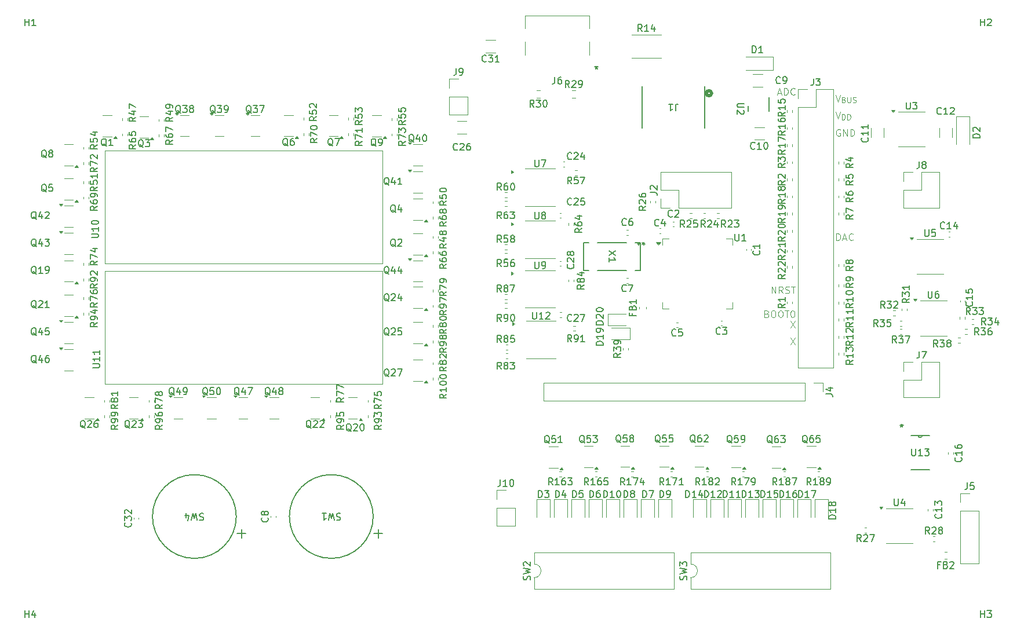
<source format=gbr>
%TF.GenerationSoftware,KiCad,Pcbnew,8.0.5*%
%TF.CreationDate,2024-11-21T16:50:39-07:00*%
%TF.ProjectId,CMPE2750,434d5045-3237-4353-902e-6b696361645f,rev?*%
%TF.SameCoordinates,Original*%
%TF.FileFunction,Legend,Top*%
%TF.FilePolarity,Positive*%
%FSLAX46Y46*%
G04 Gerber Fmt 4.6, Leading zero omitted, Abs format (unit mm)*
G04 Created by KiCad (PCBNEW 8.0.5) date 2024-11-21 16:50:39*
%MOMM*%
%LPD*%
G01*
G04 APERTURE LIST*
%ADD10C,0.100000*%
%ADD11C,0.150000*%
%ADD12C,0.152400*%
%ADD13C,0.120000*%
%ADD14C,0.508000*%
%ADD15C,0.200000*%
G04 APERTURE END LIST*
D10*
X165851503Y-86372419D02*
X165851503Y-85372419D01*
X165851503Y-85372419D02*
X166422931Y-86372419D01*
X166422931Y-86372419D02*
X166422931Y-85372419D01*
X167470550Y-86372419D02*
X167137217Y-85896228D01*
X166899122Y-86372419D02*
X166899122Y-85372419D01*
X166899122Y-85372419D02*
X167280074Y-85372419D01*
X167280074Y-85372419D02*
X167375312Y-85420038D01*
X167375312Y-85420038D02*
X167422931Y-85467657D01*
X167422931Y-85467657D02*
X167470550Y-85562895D01*
X167470550Y-85562895D02*
X167470550Y-85705752D01*
X167470550Y-85705752D02*
X167422931Y-85800990D01*
X167422931Y-85800990D02*
X167375312Y-85848609D01*
X167375312Y-85848609D02*
X167280074Y-85896228D01*
X167280074Y-85896228D02*
X166899122Y-85896228D01*
X167851503Y-86324800D02*
X167994360Y-86372419D01*
X167994360Y-86372419D02*
X168232455Y-86372419D01*
X168232455Y-86372419D02*
X168327693Y-86324800D01*
X168327693Y-86324800D02*
X168375312Y-86277180D01*
X168375312Y-86277180D02*
X168422931Y-86181942D01*
X168422931Y-86181942D02*
X168422931Y-86086704D01*
X168422931Y-86086704D02*
X168375312Y-85991466D01*
X168375312Y-85991466D02*
X168327693Y-85943847D01*
X168327693Y-85943847D02*
X168232455Y-85896228D01*
X168232455Y-85896228D02*
X168041979Y-85848609D01*
X168041979Y-85848609D02*
X167946741Y-85800990D01*
X167946741Y-85800990D02*
X167899122Y-85753371D01*
X167899122Y-85753371D02*
X167851503Y-85658133D01*
X167851503Y-85658133D02*
X167851503Y-85562895D01*
X167851503Y-85562895D02*
X167899122Y-85467657D01*
X167899122Y-85467657D02*
X167946741Y-85420038D01*
X167946741Y-85420038D02*
X168041979Y-85372419D01*
X168041979Y-85372419D02*
X168280074Y-85372419D01*
X168280074Y-85372419D02*
X168422931Y-85420038D01*
X168708646Y-85372419D02*
X169280074Y-85372419D01*
X168994360Y-86372419D02*
X168994360Y-85372419D01*
X165137217Y-89348609D02*
X165280074Y-89396228D01*
X165280074Y-89396228D02*
X165327693Y-89443847D01*
X165327693Y-89443847D02*
X165375312Y-89539085D01*
X165375312Y-89539085D02*
X165375312Y-89681942D01*
X165375312Y-89681942D02*
X165327693Y-89777180D01*
X165327693Y-89777180D02*
X165280074Y-89824800D01*
X165280074Y-89824800D02*
X165184836Y-89872419D01*
X165184836Y-89872419D02*
X164803884Y-89872419D01*
X164803884Y-89872419D02*
X164803884Y-88872419D01*
X164803884Y-88872419D02*
X165137217Y-88872419D01*
X165137217Y-88872419D02*
X165232455Y-88920038D01*
X165232455Y-88920038D02*
X165280074Y-88967657D01*
X165280074Y-88967657D02*
X165327693Y-89062895D01*
X165327693Y-89062895D02*
X165327693Y-89158133D01*
X165327693Y-89158133D02*
X165280074Y-89253371D01*
X165280074Y-89253371D02*
X165232455Y-89300990D01*
X165232455Y-89300990D02*
X165137217Y-89348609D01*
X165137217Y-89348609D02*
X164803884Y-89348609D01*
X165994360Y-88872419D02*
X166184836Y-88872419D01*
X166184836Y-88872419D02*
X166280074Y-88920038D01*
X166280074Y-88920038D02*
X166375312Y-89015276D01*
X166375312Y-89015276D02*
X166422931Y-89205752D01*
X166422931Y-89205752D02*
X166422931Y-89539085D01*
X166422931Y-89539085D02*
X166375312Y-89729561D01*
X166375312Y-89729561D02*
X166280074Y-89824800D01*
X166280074Y-89824800D02*
X166184836Y-89872419D01*
X166184836Y-89872419D02*
X165994360Y-89872419D01*
X165994360Y-89872419D02*
X165899122Y-89824800D01*
X165899122Y-89824800D02*
X165803884Y-89729561D01*
X165803884Y-89729561D02*
X165756265Y-89539085D01*
X165756265Y-89539085D02*
X165756265Y-89205752D01*
X165756265Y-89205752D02*
X165803884Y-89015276D01*
X165803884Y-89015276D02*
X165899122Y-88920038D01*
X165899122Y-88920038D02*
X165994360Y-88872419D01*
X167041979Y-88872419D02*
X167232455Y-88872419D01*
X167232455Y-88872419D02*
X167327693Y-88920038D01*
X167327693Y-88920038D02*
X167422931Y-89015276D01*
X167422931Y-89015276D02*
X167470550Y-89205752D01*
X167470550Y-89205752D02*
X167470550Y-89539085D01*
X167470550Y-89539085D02*
X167422931Y-89729561D01*
X167422931Y-89729561D02*
X167327693Y-89824800D01*
X167327693Y-89824800D02*
X167232455Y-89872419D01*
X167232455Y-89872419D02*
X167041979Y-89872419D01*
X167041979Y-89872419D02*
X166946741Y-89824800D01*
X166946741Y-89824800D02*
X166851503Y-89729561D01*
X166851503Y-89729561D02*
X166803884Y-89539085D01*
X166803884Y-89539085D02*
X166803884Y-89205752D01*
X166803884Y-89205752D02*
X166851503Y-89015276D01*
X166851503Y-89015276D02*
X166946741Y-88920038D01*
X166946741Y-88920038D02*
X167041979Y-88872419D01*
X167756265Y-88872419D02*
X168327693Y-88872419D01*
X168041979Y-89872419D02*
X168041979Y-88872419D01*
X168851503Y-88872419D02*
X168946741Y-88872419D01*
X168946741Y-88872419D02*
X169041979Y-88920038D01*
X169041979Y-88920038D02*
X169089598Y-88967657D01*
X169089598Y-88967657D02*
X169137217Y-89062895D01*
X169137217Y-89062895D02*
X169184836Y-89253371D01*
X169184836Y-89253371D02*
X169184836Y-89491466D01*
X169184836Y-89491466D02*
X169137217Y-89681942D01*
X169137217Y-89681942D02*
X169089598Y-89777180D01*
X169089598Y-89777180D02*
X169041979Y-89824800D01*
X169041979Y-89824800D02*
X168946741Y-89872419D01*
X168946741Y-89872419D02*
X168851503Y-89872419D01*
X168851503Y-89872419D02*
X168756265Y-89824800D01*
X168756265Y-89824800D02*
X168708646Y-89777180D01*
X168708646Y-89777180D02*
X168661027Y-89681942D01*
X168661027Y-89681942D02*
X168613408Y-89491466D01*
X168613408Y-89491466D02*
X168613408Y-89253371D01*
X168613408Y-89253371D02*
X168661027Y-89062895D01*
X168661027Y-89062895D02*
X168708646Y-88967657D01*
X168708646Y-88967657D02*
X168756265Y-88920038D01*
X168756265Y-88920038D02*
X168851503Y-88872419D01*
X166756265Y-57086704D02*
X167232455Y-57086704D01*
X166661027Y-57372419D02*
X166994360Y-56372419D01*
X166994360Y-56372419D02*
X167327693Y-57372419D01*
X167661027Y-57372419D02*
X167661027Y-56372419D01*
X167661027Y-56372419D02*
X167899122Y-56372419D01*
X167899122Y-56372419D02*
X168041979Y-56420038D01*
X168041979Y-56420038D02*
X168137217Y-56515276D01*
X168137217Y-56515276D02*
X168184836Y-56610514D01*
X168184836Y-56610514D02*
X168232455Y-56800990D01*
X168232455Y-56800990D02*
X168232455Y-56943847D01*
X168232455Y-56943847D02*
X168184836Y-57134323D01*
X168184836Y-57134323D02*
X168137217Y-57229561D01*
X168137217Y-57229561D02*
X168041979Y-57324800D01*
X168041979Y-57324800D02*
X167899122Y-57372419D01*
X167899122Y-57372419D02*
X167661027Y-57372419D01*
X169232455Y-57277180D02*
X169184836Y-57324800D01*
X169184836Y-57324800D02*
X169041979Y-57372419D01*
X169041979Y-57372419D02*
X168946741Y-57372419D01*
X168946741Y-57372419D02*
X168803884Y-57324800D01*
X168803884Y-57324800D02*
X168708646Y-57229561D01*
X168708646Y-57229561D02*
X168661027Y-57134323D01*
X168661027Y-57134323D02*
X168613408Y-56943847D01*
X168613408Y-56943847D02*
X168613408Y-56800990D01*
X168613408Y-56800990D02*
X168661027Y-56610514D01*
X168661027Y-56610514D02*
X168708646Y-56515276D01*
X168708646Y-56515276D02*
X168803884Y-56420038D01*
X168803884Y-56420038D02*
X168946741Y-56372419D01*
X168946741Y-56372419D02*
X169041979Y-56372419D01*
X169041979Y-56372419D02*
X169184836Y-56420038D01*
X169184836Y-56420038D02*
X169232455Y-56467657D01*
X175827693Y-62420038D02*
X175732455Y-62372419D01*
X175732455Y-62372419D02*
X175589598Y-62372419D01*
X175589598Y-62372419D02*
X175446741Y-62420038D01*
X175446741Y-62420038D02*
X175351503Y-62515276D01*
X175351503Y-62515276D02*
X175303884Y-62610514D01*
X175303884Y-62610514D02*
X175256265Y-62800990D01*
X175256265Y-62800990D02*
X175256265Y-62943847D01*
X175256265Y-62943847D02*
X175303884Y-63134323D01*
X175303884Y-63134323D02*
X175351503Y-63229561D01*
X175351503Y-63229561D02*
X175446741Y-63324800D01*
X175446741Y-63324800D02*
X175589598Y-63372419D01*
X175589598Y-63372419D02*
X175684836Y-63372419D01*
X175684836Y-63372419D02*
X175827693Y-63324800D01*
X175827693Y-63324800D02*
X175875312Y-63277180D01*
X175875312Y-63277180D02*
X175875312Y-62943847D01*
X175875312Y-62943847D02*
X175684836Y-62943847D01*
X176303884Y-63372419D02*
X176303884Y-62372419D01*
X176303884Y-62372419D02*
X176875312Y-63372419D01*
X176875312Y-63372419D02*
X176875312Y-62372419D01*
X177351503Y-63372419D02*
X177351503Y-62372419D01*
X177351503Y-62372419D02*
X177589598Y-62372419D01*
X177589598Y-62372419D02*
X177732455Y-62420038D01*
X177732455Y-62420038D02*
X177827693Y-62515276D01*
X177827693Y-62515276D02*
X177875312Y-62610514D01*
X177875312Y-62610514D02*
X177922931Y-62800990D01*
X177922931Y-62800990D02*
X177922931Y-62943847D01*
X177922931Y-62943847D02*
X177875312Y-63134323D01*
X177875312Y-63134323D02*
X177827693Y-63229561D01*
X177827693Y-63229561D02*
X177732455Y-63324800D01*
X177732455Y-63324800D02*
X177589598Y-63372419D01*
X177589598Y-63372419D02*
X177351503Y-63372419D01*
X175161027Y-57372419D02*
X175494360Y-58372419D01*
X175494360Y-58372419D02*
X175827693Y-57372419D01*
X176380074Y-58063847D02*
X176494360Y-58101942D01*
X176494360Y-58101942D02*
X176532455Y-58140038D01*
X176532455Y-58140038D02*
X176570551Y-58216228D01*
X176570551Y-58216228D02*
X176570551Y-58330514D01*
X176570551Y-58330514D02*
X176532455Y-58406704D01*
X176532455Y-58406704D02*
X176494360Y-58444800D01*
X176494360Y-58444800D02*
X176418170Y-58482895D01*
X176418170Y-58482895D02*
X176113408Y-58482895D01*
X176113408Y-58482895D02*
X176113408Y-57682895D01*
X176113408Y-57682895D02*
X176380074Y-57682895D01*
X176380074Y-57682895D02*
X176456265Y-57720990D01*
X176456265Y-57720990D02*
X176494360Y-57759085D01*
X176494360Y-57759085D02*
X176532455Y-57835276D01*
X176532455Y-57835276D02*
X176532455Y-57911466D01*
X176532455Y-57911466D02*
X176494360Y-57987657D01*
X176494360Y-57987657D02*
X176456265Y-58025752D01*
X176456265Y-58025752D02*
X176380074Y-58063847D01*
X176380074Y-58063847D02*
X176113408Y-58063847D01*
X176913408Y-57682895D02*
X176913408Y-58330514D01*
X176913408Y-58330514D02*
X176951503Y-58406704D01*
X176951503Y-58406704D02*
X176989598Y-58444800D01*
X176989598Y-58444800D02*
X177065789Y-58482895D01*
X177065789Y-58482895D02*
X177218170Y-58482895D01*
X177218170Y-58482895D02*
X177294360Y-58444800D01*
X177294360Y-58444800D02*
X177332455Y-58406704D01*
X177332455Y-58406704D02*
X177370551Y-58330514D01*
X177370551Y-58330514D02*
X177370551Y-57682895D01*
X177713407Y-58444800D02*
X177827693Y-58482895D01*
X177827693Y-58482895D02*
X178018169Y-58482895D01*
X178018169Y-58482895D02*
X178094360Y-58444800D01*
X178094360Y-58444800D02*
X178132455Y-58406704D01*
X178132455Y-58406704D02*
X178170550Y-58330514D01*
X178170550Y-58330514D02*
X178170550Y-58254323D01*
X178170550Y-58254323D02*
X178132455Y-58178133D01*
X178132455Y-58178133D02*
X178094360Y-58140038D01*
X178094360Y-58140038D02*
X178018169Y-58101942D01*
X178018169Y-58101942D02*
X177865788Y-58063847D01*
X177865788Y-58063847D02*
X177789598Y-58025752D01*
X177789598Y-58025752D02*
X177751503Y-57987657D01*
X177751503Y-57987657D02*
X177713407Y-57911466D01*
X177713407Y-57911466D02*
X177713407Y-57835276D01*
X177713407Y-57835276D02*
X177751503Y-57759085D01*
X177751503Y-57759085D02*
X177789598Y-57720990D01*
X177789598Y-57720990D02*
X177865788Y-57682895D01*
X177865788Y-57682895D02*
X178056265Y-57682895D01*
X178056265Y-57682895D02*
X178170550Y-57720990D01*
X168565789Y-90372419D02*
X169232455Y-91372419D01*
X169232455Y-90372419D02*
X168565789Y-91372419D01*
X168565789Y-92872419D02*
X169232455Y-93872419D01*
X169232455Y-92872419D02*
X168565789Y-93872419D01*
X175161027Y-59872419D02*
X175494360Y-60872419D01*
X175494360Y-60872419D02*
X175827693Y-59872419D01*
X176113408Y-60982895D02*
X176113408Y-60182895D01*
X176113408Y-60182895D02*
X176303884Y-60182895D01*
X176303884Y-60182895D02*
X176418170Y-60220990D01*
X176418170Y-60220990D02*
X176494360Y-60297180D01*
X176494360Y-60297180D02*
X176532455Y-60373371D01*
X176532455Y-60373371D02*
X176570551Y-60525752D01*
X176570551Y-60525752D02*
X176570551Y-60640038D01*
X176570551Y-60640038D02*
X176532455Y-60792419D01*
X176532455Y-60792419D02*
X176494360Y-60868609D01*
X176494360Y-60868609D02*
X176418170Y-60944800D01*
X176418170Y-60944800D02*
X176303884Y-60982895D01*
X176303884Y-60982895D02*
X176113408Y-60982895D01*
X176913408Y-60982895D02*
X176913408Y-60182895D01*
X176913408Y-60182895D02*
X177103884Y-60182895D01*
X177103884Y-60182895D02*
X177218170Y-60220990D01*
X177218170Y-60220990D02*
X177294360Y-60297180D01*
X177294360Y-60297180D02*
X177332455Y-60373371D01*
X177332455Y-60373371D02*
X177370551Y-60525752D01*
X177370551Y-60525752D02*
X177370551Y-60640038D01*
X177370551Y-60640038D02*
X177332455Y-60792419D01*
X177332455Y-60792419D02*
X177294360Y-60868609D01*
X177294360Y-60868609D02*
X177218170Y-60944800D01*
X177218170Y-60944800D02*
X177103884Y-60982895D01*
X177103884Y-60982895D02*
X176913408Y-60982895D01*
X175303884Y-78622419D02*
X175303884Y-77622419D01*
X175303884Y-77622419D02*
X175541979Y-77622419D01*
X175541979Y-77622419D02*
X175684836Y-77670038D01*
X175684836Y-77670038D02*
X175780074Y-77765276D01*
X175780074Y-77765276D02*
X175827693Y-77860514D01*
X175827693Y-77860514D02*
X175875312Y-78050990D01*
X175875312Y-78050990D02*
X175875312Y-78193847D01*
X175875312Y-78193847D02*
X175827693Y-78384323D01*
X175827693Y-78384323D02*
X175780074Y-78479561D01*
X175780074Y-78479561D02*
X175684836Y-78574800D01*
X175684836Y-78574800D02*
X175541979Y-78622419D01*
X175541979Y-78622419D02*
X175303884Y-78622419D01*
X176256265Y-78336704D02*
X176732455Y-78336704D01*
X176161027Y-78622419D02*
X176494360Y-77622419D01*
X176494360Y-77622419D02*
X176827693Y-78622419D01*
X177732455Y-78527180D02*
X177684836Y-78574800D01*
X177684836Y-78574800D02*
X177541979Y-78622419D01*
X177541979Y-78622419D02*
X177446741Y-78622419D01*
X177446741Y-78622419D02*
X177303884Y-78574800D01*
X177303884Y-78574800D02*
X177208646Y-78479561D01*
X177208646Y-78479561D02*
X177161027Y-78384323D01*
X177161027Y-78384323D02*
X177113408Y-78193847D01*
X177113408Y-78193847D02*
X177113408Y-78050990D01*
X177113408Y-78050990D02*
X177161027Y-77860514D01*
X177161027Y-77860514D02*
X177208646Y-77765276D01*
X177208646Y-77765276D02*
X177303884Y-77670038D01*
X177303884Y-77670038D02*
X177446741Y-77622419D01*
X177446741Y-77622419D02*
X177541979Y-77622419D01*
X177541979Y-77622419D02*
X177684836Y-77670038D01*
X177684836Y-77670038D02*
X177732455Y-77717657D01*
D11*
X186298105Y-109109819D02*
X186298105Y-109919342D01*
X186298105Y-109919342D02*
X186345724Y-110014580D01*
X186345724Y-110014580D02*
X186393343Y-110062200D01*
X186393343Y-110062200D02*
X186488581Y-110109819D01*
X186488581Y-110109819D02*
X186679057Y-110109819D01*
X186679057Y-110109819D02*
X186774295Y-110062200D01*
X186774295Y-110062200D02*
X186821914Y-110014580D01*
X186821914Y-110014580D02*
X186869533Y-109919342D01*
X186869533Y-109919342D02*
X186869533Y-109109819D01*
X187869533Y-110109819D02*
X187298105Y-110109819D01*
X187583819Y-110109819D02*
X187583819Y-109109819D01*
X187583819Y-109109819D02*
X187488581Y-109252676D01*
X187488581Y-109252676D02*
X187393343Y-109347914D01*
X187393343Y-109347914D02*
X187298105Y-109395533D01*
X188202867Y-109109819D02*
X188821914Y-109109819D01*
X188821914Y-109109819D02*
X188488581Y-109490771D01*
X188488581Y-109490771D02*
X188631438Y-109490771D01*
X188631438Y-109490771D02*
X188726676Y-109538390D01*
X188726676Y-109538390D02*
X188774295Y-109586009D01*
X188774295Y-109586009D02*
X188821914Y-109681247D01*
X188821914Y-109681247D02*
X188821914Y-109919342D01*
X188821914Y-109919342D02*
X188774295Y-110014580D01*
X188774295Y-110014580D02*
X188726676Y-110062200D01*
X188726676Y-110062200D02*
X188631438Y-110109819D01*
X188631438Y-110109819D02*
X188345724Y-110109819D01*
X188345724Y-110109819D02*
X188250486Y-110062200D01*
X188250486Y-110062200D02*
X188202867Y-110014580D01*
X184818400Y-105503019D02*
X184818400Y-105741114D01*
X184580305Y-105645876D02*
X184818400Y-105741114D01*
X184818400Y-105741114D02*
X185056495Y-105645876D01*
X184675543Y-105931590D02*
X184818400Y-105741114D01*
X184818400Y-105741114D02*
X184961257Y-105931590D01*
X184818400Y-105503019D02*
X184818400Y-105741114D01*
X184580305Y-105645876D02*
X184818400Y-105741114D01*
X184818400Y-105741114D02*
X185056495Y-105645876D01*
X184675543Y-105931590D02*
X184818400Y-105741114D01*
X184818400Y-105741114D02*
X184961257Y-105931590D01*
X141204819Y-90964285D02*
X140204819Y-90964285D01*
X140204819Y-90964285D02*
X140204819Y-90726190D01*
X140204819Y-90726190D02*
X140252438Y-90583333D01*
X140252438Y-90583333D02*
X140347676Y-90488095D01*
X140347676Y-90488095D02*
X140442914Y-90440476D01*
X140442914Y-90440476D02*
X140633390Y-90392857D01*
X140633390Y-90392857D02*
X140776247Y-90392857D01*
X140776247Y-90392857D02*
X140966723Y-90440476D01*
X140966723Y-90440476D02*
X141061961Y-90488095D01*
X141061961Y-90488095D02*
X141157200Y-90583333D01*
X141157200Y-90583333D02*
X141204819Y-90726190D01*
X141204819Y-90726190D02*
X141204819Y-90964285D01*
X140300057Y-90011904D02*
X140252438Y-89964285D01*
X140252438Y-89964285D02*
X140204819Y-89869047D01*
X140204819Y-89869047D02*
X140204819Y-89630952D01*
X140204819Y-89630952D02*
X140252438Y-89535714D01*
X140252438Y-89535714D02*
X140300057Y-89488095D01*
X140300057Y-89488095D02*
X140395295Y-89440476D01*
X140395295Y-89440476D02*
X140490533Y-89440476D01*
X140490533Y-89440476D02*
X140633390Y-89488095D01*
X140633390Y-89488095D02*
X141204819Y-90059523D01*
X141204819Y-90059523D02*
X141204819Y-89440476D01*
X140204819Y-88821428D02*
X140204819Y-88726190D01*
X140204819Y-88726190D02*
X140252438Y-88630952D01*
X140252438Y-88630952D02*
X140300057Y-88583333D01*
X140300057Y-88583333D02*
X140395295Y-88535714D01*
X140395295Y-88535714D02*
X140585771Y-88488095D01*
X140585771Y-88488095D02*
X140823866Y-88488095D01*
X140823866Y-88488095D02*
X141014342Y-88535714D01*
X141014342Y-88535714D02*
X141109580Y-88583333D01*
X141109580Y-88583333D02*
X141157200Y-88630952D01*
X141157200Y-88630952D02*
X141204819Y-88726190D01*
X141204819Y-88726190D02*
X141204819Y-88821428D01*
X141204819Y-88821428D02*
X141157200Y-88916666D01*
X141157200Y-88916666D02*
X141109580Y-88964285D01*
X141109580Y-88964285D02*
X141014342Y-89011904D01*
X141014342Y-89011904D02*
X140823866Y-89059523D01*
X140823866Y-89059523D02*
X140585771Y-89059523D01*
X140585771Y-89059523D02*
X140395295Y-89011904D01*
X140395295Y-89011904D02*
X140300057Y-88964285D01*
X140300057Y-88964285D02*
X140252438Y-88916666D01*
X140252438Y-88916666D02*
X140204819Y-88821428D01*
X143784819Y-95142857D02*
X143308628Y-95476190D01*
X143784819Y-95714285D02*
X142784819Y-95714285D01*
X142784819Y-95714285D02*
X142784819Y-95333333D01*
X142784819Y-95333333D02*
X142832438Y-95238095D01*
X142832438Y-95238095D02*
X142880057Y-95190476D01*
X142880057Y-95190476D02*
X142975295Y-95142857D01*
X142975295Y-95142857D02*
X143118152Y-95142857D01*
X143118152Y-95142857D02*
X143213390Y-95190476D01*
X143213390Y-95190476D02*
X143261009Y-95238095D01*
X143261009Y-95238095D02*
X143308628Y-95333333D01*
X143308628Y-95333333D02*
X143308628Y-95714285D01*
X142784819Y-94809523D02*
X142784819Y-94190476D01*
X142784819Y-94190476D02*
X143165771Y-94523809D01*
X143165771Y-94523809D02*
X143165771Y-94380952D01*
X143165771Y-94380952D02*
X143213390Y-94285714D01*
X143213390Y-94285714D02*
X143261009Y-94238095D01*
X143261009Y-94238095D02*
X143356247Y-94190476D01*
X143356247Y-94190476D02*
X143594342Y-94190476D01*
X143594342Y-94190476D02*
X143689580Y-94238095D01*
X143689580Y-94238095D02*
X143737200Y-94285714D01*
X143737200Y-94285714D02*
X143784819Y-94380952D01*
X143784819Y-94380952D02*
X143784819Y-94666666D01*
X143784819Y-94666666D02*
X143737200Y-94761904D01*
X143737200Y-94761904D02*
X143689580Y-94809523D01*
X143784819Y-93714285D02*
X143784819Y-93523809D01*
X143784819Y-93523809D02*
X143737200Y-93428571D01*
X143737200Y-93428571D02*
X143689580Y-93380952D01*
X143689580Y-93380952D02*
X143546723Y-93285714D01*
X143546723Y-93285714D02*
X143356247Y-93238095D01*
X143356247Y-93238095D02*
X142975295Y-93238095D01*
X142975295Y-93238095D02*
X142880057Y-93285714D01*
X142880057Y-93285714D02*
X142832438Y-93333333D01*
X142832438Y-93333333D02*
X142784819Y-93428571D01*
X142784819Y-93428571D02*
X142784819Y-93619047D01*
X142784819Y-93619047D02*
X142832438Y-93714285D01*
X142832438Y-93714285D02*
X142880057Y-93761904D01*
X142880057Y-93761904D02*
X142975295Y-93809523D01*
X142975295Y-93809523D02*
X143213390Y-93809523D01*
X143213390Y-93809523D02*
X143308628Y-93761904D01*
X143308628Y-93761904D02*
X143356247Y-93714285D01*
X143356247Y-93714285D02*
X143403866Y-93619047D01*
X143403866Y-93619047D02*
X143403866Y-93428571D01*
X143403866Y-93428571D02*
X143356247Y-93333333D01*
X143356247Y-93333333D02*
X143308628Y-93285714D01*
X143308628Y-93285714D02*
X143213390Y-93238095D01*
X141204819Y-93964285D02*
X140204819Y-93964285D01*
X140204819Y-93964285D02*
X140204819Y-93726190D01*
X140204819Y-93726190D02*
X140252438Y-93583333D01*
X140252438Y-93583333D02*
X140347676Y-93488095D01*
X140347676Y-93488095D02*
X140442914Y-93440476D01*
X140442914Y-93440476D02*
X140633390Y-93392857D01*
X140633390Y-93392857D02*
X140776247Y-93392857D01*
X140776247Y-93392857D02*
X140966723Y-93440476D01*
X140966723Y-93440476D02*
X141061961Y-93488095D01*
X141061961Y-93488095D02*
X141157200Y-93583333D01*
X141157200Y-93583333D02*
X141204819Y-93726190D01*
X141204819Y-93726190D02*
X141204819Y-93964285D01*
X141204819Y-92440476D02*
X141204819Y-93011904D01*
X141204819Y-92726190D02*
X140204819Y-92726190D01*
X140204819Y-92726190D02*
X140347676Y-92821428D01*
X140347676Y-92821428D02*
X140442914Y-92916666D01*
X140442914Y-92916666D02*
X140490533Y-93011904D01*
X141204819Y-91964285D02*
X141204819Y-91773809D01*
X141204819Y-91773809D02*
X141157200Y-91678571D01*
X141157200Y-91678571D02*
X141109580Y-91630952D01*
X141109580Y-91630952D02*
X140966723Y-91535714D01*
X140966723Y-91535714D02*
X140776247Y-91488095D01*
X140776247Y-91488095D02*
X140395295Y-91488095D01*
X140395295Y-91488095D02*
X140300057Y-91535714D01*
X140300057Y-91535714D02*
X140252438Y-91583333D01*
X140252438Y-91583333D02*
X140204819Y-91678571D01*
X140204819Y-91678571D02*
X140204819Y-91869047D01*
X140204819Y-91869047D02*
X140252438Y-91964285D01*
X140252438Y-91964285D02*
X140300057Y-92011904D01*
X140300057Y-92011904D02*
X140395295Y-92059523D01*
X140395295Y-92059523D02*
X140633390Y-92059523D01*
X140633390Y-92059523D02*
X140728628Y-92011904D01*
X140728628Y-92011904D02*
X140776247Y-91964285D01*
X140776247Y-91964285D02*
X140823866Y-91869047D01*
X140823866Y-91869047D02*
X140823866Y-91678571D01*
X140823866Y-91678571D02*
X140776247Y-91583333D01*
X140776247Y-91583333D02*
X140728628Y-91535714D01*
X140728628Y-91535714D02*
X140633390Y-91488095D01*
X193519580Y-110392857D02*
X193567200Y-110440476D01*
X193567200Y-110440476D02*
X193614819Y-110583333D01*
X193614819Y-110583333D02*
X193614819Y-110678571D01*
X193614819Y-110678571D02*
X193567200Y-110821428D01*
X193567200Y-110821428D02*
X193471961Y-110916666D01*
X193471961Y-110916666D02*
X193376723Y-110964285D01*
X193376723Y-110964285D02*
X193186247Y-111011904D01*
X193186247Y-111011904D02*
X193043390Y-111011904D01*
X193043390Y-111011904D02*
X192852914Y-110964285D01*
X192852914Y-110964285D02*
X192757676Y-110916666D01*
X192757676Y-110916666D02*
X192662438Y-110821428D01*
X192662438Y-110821428D02*
X192614819Y-110678571D01*
X192614819Y-110678571D02*
X192614819Y-110583333D01*
X192614819Y-110583333D02*
X192662438Y-110440476D01*
X192662438Y-110440476D02*
X192710057Y-110392857D01*
X193614819Y-109440476D02*
X193614819Y-110011904D01*
X193614819Y-109726190D02*
X192614819Y-109726190D01*
X192614819Y-109726190D02*
X192757676Y-109821428D01*
X192757676Y-109821428D02*
X192852914Y-109916666D01*
X192852914Y-109916666D02*
X192900533Y-110011904D01*
X192614819Y-108583333D02*
X192614819Y-108773809D01*
X192614819Y-108773809D02*
X192662438Y-108869047D01*
X192662438Y-108869047D02*
X192710057Y-108916666D01*
X192710057Y-108916666D02*
X192852914Y-109011904D01*
X192852914Y-109011904D02*
X193043390Y-109059523D01*
X193043390Y-109059523D02*
X193424342Y-109059523D01*
X193424342Y-109059523D02*
X193519580Y-109011904D01*
X193519580Y-109011904D02*
X193567200Y-108964285D01*
X193567200Y-108964285D02*
X193614819Y-108869047D01*
X193614819Y-108869047D02*
X193614819Y-108678571D01*
X193614819Y-108678571D02*
X193567200Y-108583333D01*
X193567200Y-108583333D02*
X193519580Y-108535714D01*
X193519580Y-108535714D02*
X193424342Y-108488095D01*
X193424342Y-108488095D02*
X193186247Y-108488095D01*
X193186247Y-108488095D02*
X193091009Y-108535714D01*
X193091009Y-108535714D02*
X193043390Y-108583333D01*
X193043390Y-108583333D02*
X192995771Y-108678571D01*
X192995771Y-108678571D02*
X192995771Y-108869047D01*
X192995771Y-108869047D02*
X193043390Y-108964285D01*
X193043390Y-108964285D02*
X193091009Y-109011904D01*
X193091009Y-109011904D02*
X193186247Y-109059523D01*
X156035714Y-116204819D02*
X156035714Y-115204819D01*
X156035714Y-115204819D02*
X156273809Y-115204819D01*
X156273809Y-115204819D02*
X156416666Y-115252438D01*
X156416666Y-115252438D02*
X156511904Y-115347676D01*
X156511904Y-115347676D02*
X156559523Y-115442914D01*
X156559523Y-115442914D02*
X156607142Y-115633390D01*
X156607142Y-115633390D02*
X156607142Y-115776247D01*
X156607142Y-115776247D02*
X156559523Y-115966723D01*
X156559523Y-115966723D02*
X156511904Y-116061961D01*
X156511904Y-116061961D02*
X156416666Y-116157200D01*
X156416666Y-116157200D02*
X156273809Y-116204819D01*
X156273809Y-116204819D02*
X156035714Y-116204819D01*
X157559523Y-116204819D02*
X156988095Y-116204819D01*
X157273809Y-116204819D02*
X157273809Y-115204819D01*
X157273809Y-115204819D02*
X157178571Y-115347676D01*
X157178571Y-115347676D02*
X157083333Y-115442914D01*
X157083333Y-115442914D02*
X156988095Y-115490533D01*
X157940476Y-115300057D02*
X157988095Y-115252438D01*
X157988095Y-115252438D02*
X158083333Y-115204819D01*
X158083333Y-115204819D02*
X158321428Y-115204819D01*
X158321428Y-115204819D02*
X158416666Y-115252438D01*
X158416666Y-115252438D02*
X158464285Y-115300057D01*
X158464285Y-115300057D02*
X158511904Y-115395295D01*
X158511904Y-115395295D02*
X158511904Y-115490533D01*
X158511904Y-115490533D02*
X158464285Y-115633390D01*
X158464285Y-115633390D02*
X157892857Y-116204819D01*
X157892857Y-116204819D02*
X158511904Y-116204819D01*
X164285714Y-116204819D02*
X164285714Y-115204819D01*
X164285714Y-115204819D02*
X164523809Y-115204819D01*
X164523809Y-115204819D02*
X164666666Y-115252438D01*
X164666666Y-115252438D02*
X164761904Y-115347676D01*
X164761904Y-115347676D02*
X164809523Y-115442914D01*
X164809523Y-115442914D02*
X164857142Y-115633390D01*
X164857142Y-115633390D02*
X164857142Y-115776247D01*
X164857142Y-115776247D02*
X164809523Y-115966723D01*
X164809523Y-115966723D02*
X164761904Y-116061961D01*
X164761904Y-116061961D02*
X164666666Y-116157200D01*
X164666666Y-116157200D02*
X164523809Y-116204819D01*
X164523809Y-116204819D02*
X164285714Y-116204819D01*
X165809523Y-116204819D02*
X165238095Y-116204819D01*
X165523809Y-116204819D02*
X165523809Y-115204819D01*
X165523809Y-115204819D02*
X165428571Y-115347676D01*
X165428571Y-115347676D02*
X165333333Y-115442914D01*
X165333333Y-115442914D02*
X165238095Y-115490533D01*
X166714285Y-115204819D02*
X166238095Y-115204819D01*
X166238095Y-115204819D02*
X166190476Y-115681009D01*
X166190476Y-115681009D02*
X166238095Y-115633390D01*
X166238095Y-115633390D02*
X166333333Y-115585771D01*
X166333333Y-115585771D02*
X166571428Y-115585771D01*
X166571428Y-115585771D02*
X166666666Y-115633390D01*
X166666666Y-115633390D02*
X166714285Y-115681009D01*
X166714285Y-115681009D02*
X166761904Y-115776247D01*
X166761904Y-115776247D02*
X166761904Y-116014342D01*
X166761904Y-116014342D02*
X166714285Y-116109580D01*
X166714285Y-116109580D02*
X166666666Y-116157200D01*
X166666666Y-116157200D02*
X166571428Y-116204819D01*
X166571428Y-116204819D02*
X166333333Y-116204819D01*
X166333333Y-116204819D02*
X166238095Y-116157200D01*
X166238095Y-116157200D02*
X166190476Y-116109580D01*
X177704819Y-84916666D02*
X177228628Y-85249999D01*
X177704819Y-85488094D02*
X176704819Y-85488094D01*
X176704819Y-85488094D02*
X176704819Y-85107142D01*
X176704819Y-85107142D02*
X176752438Y-85011904D01*
X176752438Y-85011904D02*
X176800057Y-84964285D01*
X176800057Y-84964285D02*
X176895295Y-84916666D01*
X176895295Y-84916666D02*
X177038152Y-84916666D01*
X177038152Y-84916666D02*
X177133390Y-84964285D01*
X177133390Y-84964285D02*
X177181009Y-85011904D01*
X177181009Y-85011904D02*
X177228628Y-85107142D01*
X177228628Y-85107142D02*
X177228628Y-85488094D01*
X177704819Y-84440475D02*
X177704819Y-84249999D01*
X177704819Y-84249999D02*
X177657200Y-84154761D01*
X177657200Y-84154761D02*
X177609580Y-84107142D01*
X177609580Y-84107142D02*
X177466723Y-84011904D01*
X177466723Y-84011904D02*
X177276247Y-83964285D01*
X177276247Y-83964285D02*
X176895295Y-83964285D01*
X176895295Y-83964285D02*
X176800057Y-84011904D01*
X176800057Y-84011904D02*
X176752438Y-84059523D01*
X176752438Y-84059523D02*
X176704819Y-84154761D01*
X176704819Y-84154761D02*
X176704819Y-84345237D01*
X176704819Y-84345237D02*
X176752438Y-84440475D01*
X176752438Y-84440475D02*
X176800057Y-84488094D01*
X176800057Y-84488094D02*
X176895295Y-84535713D01*
X176895295Y-84535713D02*
X177133390Y-84535713D01*
X177133390Y-84535713D02*
X177228628Y-84488094D01*
X177228628Y-84488094D02*
X177276247Y-84440475D01*
X177276247Y-84440475D02*
X177323866Y-84345237D01*
X177323866Y-84345237D02*
X177323866Y-84154761D01*
X177323866Y-84154761D02*
X177276247Y-84059523D01*
X177276247Y-84059523D02*
X177228628Y-84011904D01*
X177228628Y-84011904D02*
X177133390Y-83964285D01*
X151333333Y-75109580D02*
X151285714Y-75157200D01*
X151285714Y-75157200D02*
X151142857Y-75204819D01*
X151142857Y-75204819D02*
X151047619Y-75204819D01*
X151047619Y-75204819D02*
X150904762Y-75157200D01*
X150904762Y-75157200D02*
X150809524Y-75061961D01*
X150809524Y-75061961D02*
X150761905Y-74966723D01*
X150761905Y-74966723D02*
X150714286Y-74776247D01*
X150714286Y-74776247D02*
X150714286Y-74633390D01*
X150714286Y-74633390D02*
X150761905Y-74442914D01*
X150761905Y-74442914D02*
X150809524Y-74347676D01*
X150809524Y-74347676D02*
X150904762Y-74252438D01*
X150904762Y-74252438D02*
X151047619Y-74204819D01*
X151047619Y-74204819D02*
X151142857Y-74204819D01*
X151142857Y-74204819D02*
X151285714Y-74252438D01*
X151285714Y-74252438D02*
X151333333Y-74300057D01*
X151714286Y-74300057D02*
X151761905Y-74252438D01*
X151761905Y-74252438D02*
X151857143Y-74204819D01*
X151857143Y-74204819D02*
X152095238Y-74204819D01*
X152095238Y-74204819D02*
X152190476Y-74252438D01*
X152190476Y-74252438D02*
X152238095Y-74300057D01*
X152238095Y-74300057D02*
X152285714Y-74395295D01*
X152285714Y-74395295D02*
X152285714Y-74490533D01*
X152285714Y-74490533D02*
X152238095Y-74633390D01*
X152238095Y-74633390D02*
X151666667Y-75204819D01*
X151666667Y-75204819D02*
X152285714Y-75204819D01*
X163011905Y-51204819D02*
X163011905Y-50204819D01*
X163011905Y-50204819D02*
X163250000Y-50204819D01*
X163250000Y-50204819D02*
X163392857Y-50252438D01*
X163392857Y-50252438D02*
X163488095Y-50347676D01*
X163488095Y-50347676D02*
X163535714Y-50442914D01*
X163535714Y-50442914D02*
X163583333Y-50633390D01*
X163583333Y-50633390D02*
X163583333Y-50776247D01*
X163583333Y-50776247D02*
X163535714Y-50966723D01*
X163535714Y-50966723D02*
X163488095Y-51061961D01*
X163488095Y-51061961D02*
X163392857Y-51157200D01*
X163392857Y-51157200D02*
X163250000Y-51204819D01*
X163250000Y-51204819D02*
X163011905Y-51204819D01*
X164535714Y-51204819D02*
X163964286Y-51204819D01*
X164250000Y-51204819D02*
X164250000Y-50204819D01*
X164250000Y-50204819D02*
X164154762Y-50347676D01*
X164154762Y-50347676D02*
X164059524Y-50442914D01*
X164059524Y-50442914D02*
X163964286Y-50490533D01*
X130537200Y-128283332D02*
X130584819Y-128140475D01*
X130584819Y-128140475D02*
X130584819Y-127902380D01*
X130584819Y-127902380D02*
X130537200Y-127807142D01*
X130537200Y-127807142D02*
X130489580Y-127759523D01*
X130489580Y-127759523D02*
X130394342Y-127711904D01*
X130394342Y-127711904D02*
X130299104Y-127711904D01*
X130299104Y-127711904D02*
X130203866Y-127759523D01*
X130203866Y-127759523D02*
X130156247Y-127807142D01*
X130156247Y-127807142D02*
X130108628Y-127902380D01*
X130108628Y-127902380D02*
X130061009Y-128092856D01*
X130061009Y-128092856D02*
X130013390Y-128188094D01*
X130013390Y-128188094D02*
X129965771Y-128235713D01*
X129965771Y-128235713D02*
X129870533Y-128283332D01*
X129870533Y-128283332D02*
X129775295Y-128283332D01*
X129775295Y-128283332D02*
X129680057Y-128235713D01*
X129680057Y-128235713D02*
X129632438Y-128188094D01*
X129632438Y-128188094D02*
X129584819Y-128092856D01*
X129584819Y-128092856D02*
X129584819Y-127854761D01*
X129584819Y-127854761D02*
X129632438Y-127711904D01*
X129584819Y-127378570D02*
X130584819Y-127140475D01*
X130584819Y-127140475D02*
X129870533Y-126949999D01*
X129870533Y-126949999D02*
X130584819Y-126759523D01*
X130584819Y-126759523D02*
X129584819Y-126521428D01*
X129680057Y-126188094D02*
X129632438Y-126140475D01*
X129632438Y-126140475D02*
X129584819Y-126045237D01*
X129584819Y-126045237D02*
X129584819Y-125807142D01*
X129584819Y-125807142D02*
X129632438Y-125711904D01*
X129632438Y-125711904D02*
X129680057Y-125664285D01*
X129680057Y-125664285D02*
X129775295Y-125616666D01*
X129775295Y-125616666D02*
X129870533Y-125616666D01*
X129870533Y-125616666D02*
X130013390Y-125664285D01*
X130013390Y-125664285D02*
X130584819Y-126235713D01*
X130584819Y-126235713D02*
X130584819Y-125616666D01*
X190609580Y-118642857D02*
X190657200Y-118690476D01*
X190657200Y-118690476D02*
X190704819Y-118833333D01*
X190704819Y-118833333D02*
X190704819Y-118928571D01*
X190704819Y-118928571D02*
X190657200Y-119071428D01*
X190657200Y-119071428D02*
X190561961Y-119166666D01*
X190561961Y-119166666D02*
X190466723Y-119214285D01*
X190466723Y-119214285D02*
X190276247Y-119261904D01*
X190276247Y-119261904D02*
X190133390Y-119261904D01*
X190133390Y-119261904D02*
X189942914Y-119214285D01*
X189942914Y-119214285D02*
X189847676Y-119166666D01*
X189847676Y-119166666D02*
X189752438Y-119071428D01*
X189752438Y-119071428D02*
X189704819Y-118928571D01*
X189704819Y-118928571D02*
X189704819Y-118833333D01*
X189704819Y-118833333D02*
X189752438Y-118690476D01*
X189752438Y-118690476D02*
X189800057Y-118642857D01*
X190704819Y-117690476D02*
X190704819Y-118261904D01*
X190704819Y-117976190D02*
X189704819Y-117976190D01*
X189704819Y-117976190D02*
X189847676Y-118071428D01*
X189847676Y-118071428D02*
X189942914Y-118166666D01*
X189942914Y-118166666D02*
X189990533Y-118261904D01*
X189704819Y-117357142D02*
X189704819Y-116738095D01*
X189704819Y-116738095D02*
X190085771Y-117071428D01*
X190085771Y-117071428D02*
X190085771Y-116928571D01*
X190085771Y-116928571D02*
X190133390Y-116833333D01*
X190133390Y-116833333D02*
X190181009Y-116785714D01*
X190181009Y-116785714D02*
X190276247Y-116738095D01*
X190276247Y-116738095D02*
X190514342Y-116738095D01*
X190514342Y-116738095D02*
X190609580Y-116785714D01*
X190609580Y-116785714D02*
X190657200Y-116833333D01*
X190657200Y-116833333D02*
X190704819Y-116928571D01*
X190704819Y-116928571D02*
X190704819Y-117214285D01*
X190704819Y-117214285D02*
X190657200Y-117309523D01*
X190657200Y-117309523D02*
X190609580Y-117357142D01*
X149353333Y-76449580D02*
X149305714Y-76497200D01*
X149305714Y-76497200D02*
X149162857Y-76544819D01*
X149162857Y-76544819D02*
X149067619Y-76544819D01*
X149067619Y-76544819D02*
X148924762Y-76497200D01*
X148924762Y-76497200D02*
X148829524Y-76401961D01*
X148829524Y-76401961D02*
X148781905Y-76306723D01*
X148781905Y-76306723D02*
X148734286Y-76116247D01*
X148734286Y-76116247D02*
X148734286Y-75973390D01*
X148734286Y-75973390D02*
X148781905Y-75782914D01*
X148781905Y-75782914D02*
X148829524Y-75687676D01*
X148829524Y-75687676D02*
X148924762Y-75592438D01*
X148924762Y-75592438D02*
X149067619Y-75544819D01*
X149067619Y-75544819D02*
X149162857Y-75544819D01*
X149162857Y-75544819D02*
X149305714Y-75592438D01*
X149305714Y-75592438D02*
X149353333Y-75640057D01*
X150210476Y-75878152D02*
X150210476Y-76544819D01*
X149972381Y-75497200D02*
X149734286Y-76211485D01*
X149734286Y-76211485D02*
X150353333Y-76211485D01*
X155330952Y-114384819D02*
X154997619Y-113908628D01*
X154759524Y-114384819D02*
X154759524Y-113384819D01*
X154759524Y-113384819D02*
X155140476Y-113384819D01*
X155140476Y-113384819D02*
X155235714Y-113432438D01*
X155235714Y-113432438D02*
X155283333Y-113480057D01*
X155283333Y-113480057D02*
X155330952Y-113575295D01*
X155330952Y-113575295D02*
X155330952Y-113718152D01*
X155330952Y-113718152D02*
X155283333Y-113813390D01*
X155283333Y-113813390D02*
X155235714Y-113861009D01*
X155235714Y-113861009D02*
X155140476Y-113908628D01*
X155140476Y-113908628D02*
X154759524Y-113908628D01*
X156283333Y-114384819D02*
X155711905Y-114384819D01*
X155997619Y-114384819D02*
X155997619Y-113384819D01*
X155997619Y-113384819D02*
X155902381Y-113527676D01*
X155902381Y-113527676D02*
X155807143Y-113622914D01*
X155807143Y-113622914D02*
X155711905Y-113670533D01*
X156854762Y-113813390D02*
X156759524Y-113765771D01*
X156759524Y-113765771D02*
X156711905Y-113718152D01*
X156711905Y-113718152D02*
X156664286Y-113622914D01*
X156664286Y-113622914D02*
X156664286Y-113575295D01*
X156664286Y-113575295D02*
X156711905Y-113480057D01*
X156711905Y-113480057D02*
X156759524Y-113432438D01*
X156759524Y-113432438D02*
X156854762Y-113384819D01*
X156854762Y-113384819D02*
X157045238Y-113384819D01*
X157045238Y-113384819D02*
X157140476Y-113432438D01*
X157140476Y-113432438D02*
X157188095Y-113480057D01*
X157188095Y-113480057D02*
X157235714Y-113575295D01*
X157235714Y-113575295D02*
X157235714Y-113622914D01*
X157235714Y-113622914D02*
X157188095Y-113718152D01*
X157188095Y-113718152D02*
X157140476Y-113765771D01*
X157140476Y-113765771D02*
X157045238Y-113813390D01*
X157045238Y-113813390D02*
X156854762Y-113813390D01*
X156854762Y-113813390D02*
X156759524Y-113861009D01*
X156759524Y-113861009D02*
X156711905Y-113908628D01*
X156711905Y-113908628D02*
X156664286Y-114003866D01*
X156664286Y-114003866D02*
X156664286Y-114194342D01*
X156664286Y-114194342D02*
X156711905Y-114289580D01*
X156711905Y-114289580D02*
X156759524Y-114337200D01*
X156759524Y-114337200D02*
X156854762Y-114384819D01*
X156854762Y-114384819D02*
X157045238Y-114384819D01*
X157045238Y-114384819D02*
X157140476Y-114337200D01*
X157140476Y-114337200D02*
X157188095Y-114289580D01*
X157188095Y-114289580D02*
X157235714Y-114194342D01*
X157235714Y-114194342D02*
X157235714Y-114003866D01*
X157235714Y-114003866D02*
X157188095Y-113908628D01*
X157188095Y-113908628D02*
X157140476Y-113861009D01*
X157140476Y-113861009D02*
X157045238Y-113813390D01*
X157616667Y-113480057D02*
X157664286Y-113432438D01*
X157664286Y-113432438D02*
X157759524Y-113384819D01*
X157759524Y-113384819D02*
X157997619Y-113384819D01*
X157997619Y-113384819D02*
X158092857Y-113432438D01*
X158092857Y-113432438D02*
X158140476Y-113480057D01*
X158140476Y-113480057D02*
X158188095Y-113575295D01*
X158188095Y-113575295D02*
X158188095Y-113670533D01*
X158188095Y-113670533D02*
X158140476Y-113813390D01*
X158140476Y-113813390D02*
X157569048Y-114384819D01*
X157569048Y-114384819D02*
X158188095Y-114384819D01*
X183763095Y-116419819D02*
X183763095Y-117229342D01*
X183763095Y-117229342D02*
X183810714Y-117324580D01*
X183810714Y-117324580D02*
X183858333Y-117372200D01*
X183858333Y-117372200D02*
X183953571Y-117419819D01*
X183953571Y-117419819D02*
X184144047Y-117419819D01*
X184144047Y-117419819D02*
X184239285Y-117372200D01*
X184239285Y-117372200D02*
X184286904Y-117324580D01*
X184286904Y-117324580D02*
X184334523Y-117229342D01*
X184334523Y-117229342D02*
X184334523Y-116419819D01*
X185239285Y-116753152D02*
X185239285Y-117419819D01*
X185001190Y-116372200D02*
X184763095Y-117086485D01*
X184763095Y-117086485D02*
X185382142Y-117086485D01*
X196363095Y-47254819D02*
X196363095Y-46254819D01*
X196363095Y-46731009D02*
X196934523Y-46731009D01*
X196934523Y-47254819D02*
X196934523Y-46254819D01*
X197363095Y-46350057D02*
X197410714Y-46302438D01*
X197410714Y-46302438D02*
X197505952Y-46254819D01*
X197505952Y-46254819D02*
X197744047Y-46254819D01*
X197744047Y-46254819D02*
X197839285Y-46302438D01*
X197839285Y-46302438D02*
X197886904Y-46350057D01*
X197886904Y-46350057D02*
X197934523Y-46445295D01*
X197934523Y-46445295D02*
X197934523Y-46540533D01*
X197934523Y-46540533D02*
X197886904Y-46683390D01*
X197886904Y-46683390D02*
X197315476Y-47254819D01*
X197315476Y-47254819D02*
X197934523Y-47254819D01*
X177704819Y-67426666D02*
X177228628Y-67759999D01*
X177704819Y-67998094D02*
X176704819Y-67998094D01*
X176704819Y-67998094D02*
X176704819Y-67617142D01*
X176704819Y-67617142D02*
X176752438Y-67521904D01*
X176752438Y-67521904D02*
X176800057Y-67474285D01*
X176800057Y-67474285D02*
X176895295Y-67426666D01*
X176895295Y-67426666D02*
X177038152Y-67426666D01*
X177038152Y-67426666D02*
X177133390Y-67474285D01*
X177133390Y-67474285D02*
X177181009Y-67521904D01*
X177181009Y-67521904D02*
X177228628Y-67617142D01*
X177228628Y-67617142D02*
X177228628Y-67998094D01*
X177038152Y-66569523D02*
X177704819Y-66569523D01*
X176657200Y-66807618D02*
X177371485Y-67045713D01*
X177371485Y-67045713D02*
X177371485Y-66426666D01*
X177704819Y-96142857D02*
X177228628Y-96476190D01*
X177704819Y-96714285D02*
X176704819Y-96714285D01*
X176704819Y-96714285D02*
X176704819Y-96333333D01*
X176704819Y-96333333D02*
X176752438Y-96238095D01*
X176752438Y-96238095D02*
X176800057Y-96190476D01*
X176800057Y-96190476D02*
X176895295Y-96142857D01*
X176895295Y-96142857D02*
X177038152Y-96142857D01*
X177038152Y-96142857D02*
X177133390Y-96190476D01*
X177133390Y-96190476D02*
X177181009Y-96238095D01*
X177181009Y-96238095D02*
X177228628Y-96333333D01*
X177228628Y-96333333D02*
X177228628Y-96714285D01*
X177704819Y-95190476D02*
X177704819Y-95761904D01*
X177704819Y-95476190D02*
X176704819Y-95476190D01*
X176704819Y-95476190D02*
X176847676Y-95571428D01*
X176847676Y-95571428D02*
X176942914Y-95666666D01*
X176942914Y-95666666D02*
X176990533Y-95761904D01*
X176704819Y-94857142D02*
X176704819Y-94238095D01*
X176704819Y-94238095D02*
X177085771Y-94571428D01*
X177085771Y-94571428D02*
X177085771Y-94428571D01*
X177085771Y-94428571D02*
X177133390Y-94333333D01*
X177133390Y-94333333D02*
X177181009Y-94285714D01*
X177181009Y-94285714D02*
X177276247Y-94238095D01*
X177276247Y-94238095D02*
X177514342Y-94238095D01*
X177514342Y-94238095D02*
X177609580Y-94285714D01*
X177609580Y-94285714D02*
X177657200Y-94333333D01*
X177657200Y-94333333D02*
X177704819Y-94428571D01*
X177704819Y-94428571D02*
X177704819Y-94714285D01*
X177704819Y-94714285D02*
X177657200Y-94809523D01*
X177657200Y-94809523D02*
X177609580Y-94857142D01*
X72954819Y-60642857D02*
X72478628Y-60976190D01*
X72954819Y-61214285D02*
X71954819Y-61214285D01*
X71954819Y-61214285D02*
X71954819Y-60833333D01*
X71954819Y-60833333D02*
X72002438Y-60738095D01*
X72002438Y-60738095D02*
X72050057Y-60690476D01*
X72050057Y-60690476D02*
X72145295Y-60642857D01*
X72145295Y-60642857D02*
X72288152Y-60642857D01*
X72288152Y-60642857D02*
X72383390Y-60690476D01*
X72383390Y-60690476D02*
X72431009Y-60738095D01*
X72431009Y-60738095D02*
X72478628Y-60833333D01*
X72478628Y-60833333D02*
X72478628Y-61214285D01*
X72288152Y-59785714D02*
X72954819Y-59785714D01*
X71907200Y-60023809D02*
X72621485Y-60261904D01*
X72621485Y-60261904D02*
X72621485Y-59642857D01*
X71954819Y-59357142D02*
X71954819Y-58690476D01*
X71954819Y-58690476D02*
X72954819Y-59119047D01*
X108829819Y-102642857D02*
X108353628Y-102976190D01*
X108829819Y-103214285D02*
X107829819Y-103214285D01*
X107829819Y-103214285D02*
X107829819Y-102833333D01*
X107829819Y-102833333D02*
X107877438Y-102738095D01*
X107877438Y-102738095D02*
X107925057Y-102690476D01*
X107925057Y-102690476D02*
X108020295Y-102642857D01*
X108020295Y-102642857D02*
X108163152Y-102642857D01*
X108163152Y-102642857D02*
X108258390Y-102690476D01*
X108258390Y-102690476D02*
X108306009Y-102738095D01*
X108306009Y-102738095D02*
X108353628Y-102833333D01*
X108353628Y-102833333D02*
X108353628Y-103214285D01*
X107829819Y-102309523D02*
X107829819Y-101642857D01*
X107829819Y-101642857D02*
X108829819Y-102071428D01*
X107829819Y-100785714D02*
X107829819Y-101261904D01*
X107829819Y-101261904D02*
X108306009Y-101309523D01*
X108306009Y-101309523D02*
X108258390Y-101261904D01*
X108258390Y-101261904D02*
X108210771Y-101166666D01*
X108210771Y-101166666D02*
X108210771Y-100928571D01*
X108210771Y-100928571D02*
X108258390Y-100833333D01*
X108258390Y-100833333D02*
X108306009Y-100785714D01*
X108306009Y-100785714D02*
X108401247Y-100738095D01*
X108401247Y-100738095D02*
X108639342Y-100738095D01*
X108639342Y-100738095D02*
X108734580Y-100785714D01*
X108734580Y-100785714D02*
X108782200Y-100833333D01*
X108782200Y-100833333D02*
X108829819Y-100928571D01*
X108829819Y-100928571D02*
X108829819Y-101166666D01*
X108829819Y-101166666D02*
X108782200Y-101261904D01*
X108782200Y-101261904D02*
X108734580Y-101309523D01*
X171066071Y-108250057D02*
X170970833Y-108202438D01*
X170970833Y-108202438D02*
X170875595Y-108107200D01*
X170875595Y-108107200D02*
X170732738Y-107964342D01*
X170732738Y-107964342D02*
X170637500Y-107916723D01*
X170637500Y-107916723D02*
X170542262Y-107916723D01*
X170589881Y-108154819D02*
X170494643Y-108107200D01*
X170494643Y-108107200D02*
X170399405Y-108011961D01*
X170399405Y-108011961D02*
X170351786Y-107821485D01*
X170351786Y-107821485D02*
X170351786Y-107488152D01*
X170351786Y-107488152D02*
X170399405Y-107297676D01*
X170399405Y-107297676D02*
X170494643Y-107202438D01*
X170494643Y-107202438D02*
X170589881Y-107154819D01*
X170589881Y-107154819D02*
X170780357Y-107154819D01*
X170780357Y-107154819D02*
X170875595Y-107202438D01*
X170875595Y-107202438D02*
X170970833Y-107297676D01*
X170970833Y-107297676D02*
X171018452Y-107488152D01*
X171018452Y-107488152D02*
X171018452Y-107821485D01*
X171018452Y-107821485D02*
X170970833Y-108011961D01*
X170970833Y-108011961D02*
X170875595Y-108107200D01*
X170875595Y-108107200D02*
X170780357Y-108154819D01*
X170780357Y-108154819D02*
X170589881Y-108154819D01*
X171875595Y-107154819D02*
X171685119Y-107154819D01*
X171685119Y-107154819D02*
X171589881Y-107202438D01*
X171589881Y-107202438D02*
X171542262Y-107250057D01*
X171542262Y-107250057D02*
X171447024Y-107392914D01*
X171447024Y-107392914D02*
X171399405Y-107583390D01*
X171399405Y-107583390D02*
X171399405Y-107964342D01*
X171399405Y-107964342D02*
X171447024Y-108059580D01*
X171447024Y-108059580D02*
X171494643Y-108107200D01*
X171494643Y-108107200D02*
X171589881Y-108154819D01*
X171589881Y-108154819D02*
X171780357Y-108154819D01*
X171780357Y-108154819D02*
X171875595Y-108107200D01*
X171875595Y-108107200D02*
X171923214Y-108059580D01*
X171923214Y-108059580D02*
X171970833Y-107964342D01*
X171970833Y-107964342D02*
X171970833Y-107726247D01*
X171970833Y-107726247D02*
X171923214Y-107631009D01*
X171923214Y-107631009D02*
X171875595Y-107583390D01*
X171875595Y-107583390D02*
X171780357Y-107535771D01*
X171780357Y-107535771D02*
X171589881Y-107535771D01*
X171589881Y-107535771D02*
X171494643Y-107583390D01*
X171494643Y-107583390D02*
X171447024Y-107631009D01*
X171447024Y-107631009D02*
X171399405Y-107726247D01*
X172875595Y-107154819D02*
X172399405Y-107154819D01*
X172399405Y-107154819D02*
X172351786Y-107631009D01*
X172351786Y-107631009D02*
X172399405Y-107583390D01*
X172399405Y-107583390D02*
X172494643Y-107535771D01*
X172494643Y-107535771D02*
X172732738Y-107535771D01*
X172732738Y-107535771D02*
X172827976Y-107583390D01*
X172827976Y-107583390D02*
X172875595Y-107631009D01*
X172875595Y-107631009D02*
X172923214Y-107726247D01*
X172923214Y-107726247D02*
X172923214Y-107964342D01*
X172923214Y-107964342D02*
X172875595Y-108059580D01*
X172875595Y-108059580D02*
X172827976Y-108107200D01*
X172827976Y-108107200D02*
X172732738Y-108154819D01*
X172732738Y-108154819D02*
X172494643Y-108154819D01*
X172494643Y-108154819D02*
X172399405Y-108107200D01*
X172399405Y-108107200D02*
X172351786Y-108059580D01*
X167083333Y-55609580D02*
X167035714Y-55657200D01*
X167035714Y-55657200D02*
X166892857Y-55704819D01*
X166892857Y-55704819D02*
X166797619Y-55704819D01*
X166797619Y-55704819D02*
X166654762Y-55657200D01*
X166654762Y-55657200D02*
X166559524Y-55561961D01*
X166559524Y-55561961D02*
X166511905Y-55466723D01*
X166511905Y-55466723D02*
X166464286Y-55276247D01*
X166464286Y-55276247D02*
X166464286Y-55133390D01*
X166464286Y-55133390D02*
X166511905Y-54942914D01*
X166511905Y-54942914D02*
X166559524Y-54847676D01*
X166559524Y-54847676D02*
X166654762Y-54752438D01*
X166654762Y-54752438D02*
X166797619Y-54704819D01*
X166797619Y-54704819D02*
X166892857Y-54704819D01*
X166892857Y-54704819D02*
X167035714Y-54752438D01*
X167035714Y-54752438D02*
X167083333Y-54800057D01*
X167559524Y-55704819D02*
X167750000Y-55704819D01*
X167750000Y-55704819D02*
X167845238Y-55657200D01*
X167845238Y-55657200D02*
X167892857Y-55609580D01*
X167892857Y-55609580D02*
X167988095Y-55466723D01*
X167988095Y-55466723D02*
X168035714Y-55276247D01*
X168035714Y-55276247D02*
X168035714Y-54895295D01*
X168035714Y-54895295D02*
X167988095Y-54800057D01*
X167988095Y-54800057D02*
X167940476Y-54752438D01*
X167940476Y-54752438D02*
X167845238Y-54704819D01*
X167845238Y-54704819D02*
X167654762Y-54704819D01*
X167654762Y-54704819D02*
X167559524Y-54752438D01*
X167559524Y-54752438D02*
X167511905Y-54800057D01*
X167511905Y-54800057D02*
X167464286Y-54895295D01*
X167464286Y-54895295D02*
X167464286Y-55133390D01*
X167464286Y-55133390D02*
X167511905Y-55228628D01*
X167511905Y-55228628D02*
X167559524Y-55276247D01*
X167559524Y-55276247D02*
X167654762Y-55323866D01*
X167654762Y-55323866D02*
X167845238Y-55323866D01*
X167845238Y-55323866D02*
X167940476Y-55276247D01*
X167940476Y-55276247D02*
X167988095Y-55228628D01*
X167988095Y-55228628D02*
X168035714Y-55133390D01*
X177704819Y-87892857D02*
X177228628Y-88226190D01*
X177704819Y-88464285D02*
X176704819Y-88464285D01*
X176704819Y-88464285D02*
X176704819Y-88083333D01*
X176704819Y-88083333D02*
X176752438Y-87988095D01*
X176752438Y-87988095D02*
X176800057Y-87940476D01*
X176800057Y-87940476D02*
X176895295Y-87892857D01*
X176895295Y-87892857D02*
X177038152Y-87892857D01*
X177038152Y-87892857D02*
X177133390Y-87940476D01*
X177133390Y-87940476D02*
X177181009Y-87988095D01*
X177181009Y-87988095D02*
X177228628Y-88083333D01*
X177228628Y-88083333D02*
X177228628Y-88464285D01*
X177704819Y-86940476D02*
X177704819Y-87511904D01*
X177704819Y-87226190D02*
X176704819Y-87226190D01*
X176704819Y-87226190D02*
X176847676Y-87321428D01*
X176847676Y-87321428D02*
X176942914Y-87416666D01*
X176942914Y-87416666D02*
X176990533Y-87511904D01*
X176704819Y-86321428D02*
X176704819Y-86226190D01*
X176704819Y-86226190D02*
X176752438Y-86130952D01*
X176752438Y-86130952D02*
X176800057Y-86083333D01*
X176800057Y-86083333D02*
X176895295Y-86035714D01*
X176895295Y-86035714D02*
X177085771Y-85988095D01*
X177085771Y-85988095D02*
X177323866Y-85988095D01*
X177323866Y-85988095D02*
X177514342Y-86035714D01*
X177514342Y-86035714D02*
X177609580Y-86083333D01*
X177609580Y-86083333D02*
X177657200Y-86130952D01*
X177657200Y-86130952D02*
X177704819Y-86226190D01*
X177704819Y-86226190D02*
X177704819Y-86321428D01*
X177704819Y-86321428D02*
X177657200Y-86416666D01*
X177657200Y-86416666D02*
X177609580Y-86464285D01*
X177609580Y-86464285D02*
X177514342Y-86511904D01*
X177514342Y-86511904D02*
X177323866Y-86559523D01*
X177323866Y-86559523D02*
X177085771Y-86559523D01*
X177085771Y-86559523D02*
X176895295Y-86511904D01*
X176895295Y-86511904D02*
X176800057Y-86464285D01*
X176800057Y-86464285D02*
X176752438Y-86416666D01*
X176752438Y-86416666D02*
X176704819Y-86321428D01*
X118329819Y-72892857D02*
X117853628Y-73226190D01*
X118329819Y-73464285D02*
X117329819Y-73464285D01*
X117329819Y-73464285D02*
X117329819Y-73083333D01*
X117329819Y-73083333D02*
X117377438Y-72988095D01*
X117377438Y-72988095D02*
X117425057Y-72940476D01*
X117425057Y-72940476D02*
X117520295Y-72892857D01*
X117520295Y-72892857D02*
X117663152Y-72892857D01*
X117663152Y-72892857D02*
X117758390Y-72940476D01*
X117758390Y-72940476D02*
X117806009Y-72988095D01*
X117806009Y-72988095D02*
X117853628Y-73083333D01*
X117853628Y-73083333D02*
X117853628Y-73464285D01*
X117329819Y-71988095D02*
X117329819Y-72464285D01*
X117329819Y-72464285D02*
X117806009Y-72511904D01*
X117806009Y-72511904D02*
X117758390Y-72464285D01*
X117758390Y-72464285D02*
X117710771Y-72369047D01*
X117710771Y-72369047D02*
X117710771Y-72130952D01*
X117710771Y-72130952D02*
X117758390Y-72035714D01*
X117758390Y-72035714D02*
X117806009Y-71988095D01*
X117806009Y-71988095D02*
X117901247Y-71940476D01*
X117901247Y-71940476D02*
X118139342Y-71940476D01*
X118139342Y-71940476D02*
X118234580Y-71988095D01*
X118234580Y-71988095D02*
X118282200Y-72035714D01*
X118282200Y-72035714D02*
X118329819Y-72130952D01*
X118329819Y-72130952D02*
X118329819Y-72369047D01*
X118329819Y-72369047D02*
X118282200Y-72464285D01*
X118282200Y-72464285D02*
X118234580Y-72511904D01*
X117329819Y-71321428D02*
X117329819Y-71226190D01*
X117329819Y-71226190D02*
X117377438Y-71130952D01*
X117377438Y-71130952D02*
X117425057Y-71083333D01*
X117425057Y-71083333D02*
X117520295Y-71035714D01*
X117520295Y-71035714D02*
X117710771Y-70988095D01*
X117710771Y-70988095D02*
X117948866Y-70988095D01*
X117948866Y-70988095D02*
X118139342Y-71035714D01*
X118139342Y-71035714D02*
X118234580Y-71083333D01*
X118234580Y-71083333D02*
X118282200Y-71130952D01*
X118282200Y-71130952D02*
X118329819Y-71226190D01*
X118329819Y-71226190D02*
X118329819Y-71321428D01*
X118329819Y-71321428D02*
X118282200Y-71416666D01*
X118282200Y-71416666D02*
X118234580Y-71464285D01*
X118234580Y-71464285D02*
X118139342Y-71511904D01*
X118139342Y-71511904D02*
X117948866Y-71559523D01*
X117948866Y-71559523D02*
X117710771Y-71559523D01*
X117710771Y-71559523D02*
X117520295Y-71511904D01*
X117520295Y-71511904D02*
X117425057Y-71464285D01*
X117425057Y-71464285D02*
X117377438Y-71416666D01*
X117377438Y-71416666D02*
X117329819Y-71321428D01*
X158333333Y-92269580D02*
X158285714Y-92317200D01*
X158285714Y-92317200D02*
X158142857Y-92364819D01*
X158142857Y-92364819D02*
X158047619Y-92364819D01*
X158047619Y-92364819D02*
X157904762Y-92317200D01*
X157904762Y-92317200D02*
X157809524Y-92221961D01*
X157809524Y-92221961D02*
X157761905Y-92126723D01*
X157761905Y-92126723D02*
X157714286Y-91936247D01*
X157714286Y-91936247D02*
X157714286Y-91793390D01*
X157714286Y-91793390D02*
X157761905Y-91602914D01*
X157761905Y-91602914D02*
X157809524Y-91507676D01*
X157809524Y-91507676D02*
X157904762Y-91412438D01*
X157904762Y-91412438D02*
X158047619Y-91364819D01*
X158047619Y-91364819D02*
X158142857Y-91364819D01*
X158142857Y-91364819D02*
X158285714Y-91412438D01*
X158285714Y-91412438D02*
X158333333Y-91460057D01*
X158666667Y-91364819D02*
X159285714Y-91364819D01*
X159285714Y-91364819D02*
X158952381Y-91745771D01*
X158952381Y-91745771D02*
X159095238Y-91745771D01*
X159095238Y-91745771D02*
X159190476Y-91793390D01*
X159190476Y-91793390D02*
X159238095Y-91841009D01*
X159238095Y-91841009D02*
X159285714Y-91936247D01*
X159285714Y-91936247D02*
X159285714Y-92174342D01*
X159285714Y-92174342D02*
X159238095Y-92269580D01*
X159238095Y-92269580D02*
X159190476Y-92317200D01*
X159190476Y-92317200D02*
X159095238Y-92364819D01*
X159095238Y-92364819D02*
X158809524Y-92364819D01*
X158809524Y-92364819D02*
X158714286Y-92317200D01*
X158714286Y-92317200D02*
X158666667Y-92269580D01*
X118329819Y-91642857D02*
X117853628Y-91976190D01*
X118329819Y-92214285D02*
X117329819Y-92214285D01*
X117329819Y-92214285D02*
X117329819Y-91833333D01*
X117329819Y-91833333D02*
X117377438Y-91738095D01*
X117377438Y-91738095D02*
X117425057Y-91690476D01*
X117425057Y-91690476D02*
X117520295Y-91642857D01*
X117520295Y-91642857D02*
X117663152Y-91642857D01*
X117663152Y-91642857D02*
X117758390Y-91690476D01*
X117758390Y-91690476D02*
X117806009Y-91738095D01*
X117806009Y-91738095D02*
X117853628Y-91833333D01*
X117853628Y-91833333D02*
X117853628Y-92214285D01*
X117758390Y-91071428D02*
X117710771Y-91166666D01*
X117710771Y-91166666D02*
X117663152Y-91214285D01*
X117663152Y-91214285D02*
X117567914Y-91261904D01*
X117567914Y-91261904D02*
X117520295Y-91261904D01*
X117520295Y-91261904D02*
X117425057Y-91214285D01*
X117425057Y-91214285D02*
X117377438Y-91166666D01*
X117377438Y-91166666D02*
X117329819Y-91071428D01*
X117329819Y-91071428D02*
X117329819Y-90880952D01*
X117329819Y-90880952D02*
X117377438Y-90785714D01*
X117377438Y-90785714D02*
X117425057Y-90738095D01*
X117425057Y-90738095D02*
X117520295Y-90690476D01*
X117520295Y-90690476D02*
X117567914Y-90690476D01*
X117567914Y-90690476D02*
X117663152Y-90738095D01*
X117663152Y-90738095D02*
X117710771Y-90785714D01*
X117710771Y-90785714D02*
X117758390Y-90880952D01*
X117758390Y-90880952D02*
X117758390Y-91071428D01*
X117758390Y-91071428D02*
X117806009Y-91166666D01*
X117806009Y-91166666D02*
X117853628Y-91214285D01*
X117853628Y-91214285D02*
X117948866Y-91261904D01*
X117948866Y-91261904D02*
X118139342Y-91261904D01*
X118139342Y-91261904D02*
X118234580Y-91214285D01*
X118234580Y-91214285D02*
X118282200Y-91166666D01*
X118282200Y-91166666D02*
X118329819Y-91071428D01*
X118329819Y-91071428D02*
X118329819Y-90880952D01*
X118329819Y-90880952D02*
X118282200Y-90785714D01*
X118282200Y-90785714D02*
X118234580Y-90738095D01*
X118234580Y-90738095D02*
X118139342Y-90690476D01*
X118139342Y-90690476D02*
X117948866Y-90690476D01*
X117948866Y-90690476D02*
X117853628Y-90738095D01*
X117853628Y-90738095D02*
X117806009Y-90785714D01*
X117806009Y-90785714D02*
X117758390Y-90880952D01*
X117329819Y-90071428D02*
X117329819Y-89976190D01*
X117329819Y-89976190D02*
X117377438Y-89880952D01*
X117377438Y-89880952D02*
X117425057Y-89833333D01*
X117425057Y-89833333D02*
X117520295Y-89785714D01*
X117520295Y-89785714D02*
X117710771Y-89738095D01*
X117710771Y-89738095D02*
X117948866Y-89738095D01*
X117948866Y-89738095D02*
X118139342Y-89785714D01*
X118139342Y-89785714D02*
X118234580Y-89833333D01*
X118234580Y-89833333D02*
X118282200Y-89880952D01*
X118282200Y-89880952D02*
X118329819Y-89976190D01*
X118329819Y-89976190D02*
X118329819Y-90071428D01*
X118329819Y-90071428D02*
X118282200Y-90166666D01*
X118282200Y-90166666D02*
X118234580Y-90214285D01*
X118234580Y-90214285D02*
X118139342Y-90261904D01*
X118139342Y-90261904D02*
X117948866Y-90309523D01*
X117948866Y-90309523D02*
X117710771Y-90309523D01*
X117710771Y-90309523D02*
X117520295Y-90261904D01*
X117520295Y-90261904D02*
X117425057Y-90214285D01*
X117425057Y-90214285D02*
X117377438Y-90166666D01*
X117377438Y-90166666D02*
X117329819Y-90071428D01*
X134166666Y-54749819D02*
X134166666Y-55464104D01*
X134166666Y-55464104D02*
X134119047Y-55606961D01*
X134119047Y-55606961D02*
X134023809Y-55702200D01*
X134023809Y-55702200D02*
X133880952Y-55749819D01*
X133880952Y-55749819D02*
X133785714Y-55749819D01*
X135071428Y-54749819D02*
X134880952Y-54749819D01*
X134880952Y-54749819D02*
X134785714Y-54797438D01*
X134785714Y-54797438D02*
X134738095Y-54845057D01*
X134738095Y-54845057D02*
X134642857Y-54987914D01*
X134642857Y-54987914D02*
X134595238Y-55178390D01*
X134595238Y-55178390D02*
X134595238Y-55559342D01*
X134595238Y-55559342D02*
X134642857Y-55654580D01*
X134642857Y-55654580D02*
X134690476Y-55702200D01*
X134690476Y-55702200D02*
X134785714Y-55749819D01*
X134785714Y-55749819D02*
X134976190Y-55749819D01*
X134976190Y-55749819D02*
X135071428Y-55702200D01*
X135071428Y-55702200D02*
X135119047Y-55654580D01*
X135119047Y-55654580D02*
X135166666Y-55559342D01*
X135166666Y-55559342D02*
X135166666Y-55321247D01*
X135166666Y-55321247D02*
X135119047Y-55226009D01*
X135119047Y-55226009D02*
X135071428Y-55178390D01*
X135071428Y-55178390D02*
X134976190Y-55130771D01*
X134976190Y-55130771D02*
X134785714Y-55130771D01*
X134785714Y-55130771D02*
X134690476Y-55178390D01*
X134690476Y-55178390D02*
X134642857Y-55226009D01*
X134642857Y-55226009D02*
X134595238Y-55321247D01*
X140240400Y-53105319D02*
X140240400Y-53343414D01*
X140002305Y-53248176D02*
X140240400Y-53343414D01*
X140240400Y-53343414D02*
X140478495Y-53248176D01*
X140097543Y-53533890D02*
X140240400Y-53343414D01*
X140240400Y-53343414D02*
X140383257Y-53533890D01*
X124132142Y-52459580D02*
X124084523Y-52507200D01*
X124084523Y-52507200D02*
X123941666Y-52554819D01*
X123941666Y-52554819D02*
X123846428Y-52554819D01*
X123846428Y-52554819D02*
X123703571Y-52507200D01*
X123703571Y-52507200D02*
X123608333Y-52411961D01*
X123608333Y-52411961D02*
X123560714Y-52316723D01*
X123560714Y-52316723D02*
X123513095Y-52126247D01*
X123513095Y-52126247D02*
X123513095Y-51983390D01*
X123513095Y-51983390D02*
X123560714Y-51792914D01*
X123560714Y-51792914D02*
X123608333Y-51697676D01*
X123608333Y-51697676D02*
X123703571Y-51602438D01*
X123703571Y-51602438D02*
X123846428Y-51554819D01*
X123846428Y-51554819D02*
X123941666Y-51554819D01*
X123941666Y-51554819D02*
X124084523Y-51602438D01*
X124084523Y-51602438D02*
X124132142Y-51650057D01*
X124465476Y-51554819D02*
X125084523Y-51554819D01*
X125084523Y-51554819D02*
X124751190Y-51935771D01*
X124751190Y-51935771D02*
X124894047Y-51935771D01*
X124894047Y-51935771D02*
X124989285Y-51983390D01*
X124989285Y-51983390D02*
X125036904Y-52031009D01*
X125036904Y-52031009D02*
X125084523Y-52126247D01*
X125084523Y-52126247D02*
X125084523Y-52364342D01*
X125084523Y-52364342D02*
X125036904Y-52459580D01*
X125036904Y-52459580D02*
X124989285Y-52507200D01*
X124989285Y-52507200D02*
X124894047Y-52554819D01*
X124894047Y-52554819D02*
X124608333Y-52554819D01*
X124608333Y-52554819D02*
X124513095Y-52507200D01*
X124513095Y-52507200D02*
X124465476Y-52459580D01*
X126036904Y-52554819D02*
X125465476Y-52554819D01*
X125751190Y-52554819D02*
X125751190Y-51554819D01*
X125751190Y-51554819D02*
X125655952Y-51697676D01*
X125655952Y-51697676D02*
X125560714Y-51792914D01*
X125560714Y-51792914D02*
X125465476Y-51840533D01*
X149566071Y-108200057D02*
X149470833Y-108152438D01*
X149470833Y-108152438D02*
X149375595Y-108057200D01*
X149375595Y-108057200D02*
X149232738Y-107914342D01*
X149232738Y-107914342D02*
X149137500Y-107866723D01*
X149137500Y-107866723D02*
X149042262Y-107866723D01*
X149089881Y-108104819D02*
X148994643Y-108057200D01*
X148994643Y-108057200D02*
X148899405Y-107961961D01*
X148899405Y-107961961D02*
X148851786Y-107771485D01*
X148851786Y-107771485D02*
X148851786Y-107438152D01*
X148851786Y-107438152D02*
X148899405Y-107247676D01*
X148899405Y-107247676D02*
X148994643Y-107152438D01*
X148994643Y-107152438D02*
X149089881Y-107104819D01*
X149089881Y-107104819D02*
X149280357Y-107104819D01*
X149280357Y-107104819D02*
X149375595Y-107152438D01*
X149375595Y-107152438D02*
X149470833Y-107247676D01*
X149470833Y-107247676D02*
X149518452Y-107438152D01*
X149518452Y-107438152D02*
X149518452Y-107771485D01*
X149518452Y-107771485D02*
X149470833Y-107961961D01*
X149470833Y-107961961D02*
X149375595Y-108057200D01*
X149375595Y-108057200D02*
X149280357Y-108104819D01*
X149280357Y-108104819D02*
X149089881Y-108104819D01*
X150423214Y-107104819D02*
X149947024Y-107104819D01*
X149947024Y-107104819D02*
X149899405Y-107581009D01*
X149899405Y-107581009D02*
X149947024Y-107533390D01*
X149947024Y-107533390D02*
X150042262Y-107485771D01*
X150042262Y-107485771D02*
X150280357Y-107485771D01*
X150280357Y-107485771D02*
X150375595Y-107533390D01*
X150375595Y-107533390D02*
X150423214Y-107581009D01*
X150423214Y-107581009D02*
X150470833Y-107676247D01*
X150470833Y-107676247D02*
X150470833Y-107914342D01*
X150470833Y-107914342D02*
X150423214Y-108009580D01*
X150423214Y-108009580D02*
X150375595Y-108057200D01*
X150375595Y-108057200D02*
X150280357Y-108104819D01*
X150280357Y-108104819D02*
X150042262Y-108104819D01*
X150042262Y-108104819D02*
X149947024Y-108057200D01*
X149947024Y-108057200D02*
X149899405Y-108009580D01*
X151375595Y-107104819D02*
X150899405Y-107104819D01*
X150899405Y-107104819D02*
X150851786Y-107581009D01*
X150851786Y-107581009D02*
X150899405Y-107533390D01*
X150899405Y-107533390D02*
X150994643Y-107485771D01*
X150994643Y-107485771D02*
X151232738Y-107485771D01*
X151232738Y-107485771D02*
X151327976Y-107533390D01*
X151327976Y-107533390D02*
X151375595Y-107581009D01*
X151375595Y-107581009D02*
X151423214Y-107676247D01*
X151423214Y-107676247D02*
X151423214Y-107914342D01*
X151423214Y-107914342D02*
X151375595Y-108009580D01*
X151375595Y-108009580D02*
X151327976Y-108057200D01*
X151327976Y-108057200D02*
X151232738Y-108104819D01*
X151232738Y-108104819D02*
X150994643Y-108104819D01*
X150994643Y-108104819D02*
X150899405Y-108057200D01*
X150899405Y-108057200D02*
X150851786Y-108009580D01*
X72954819Y-64642857D02*
X72478628Y-64976190D01*
X72954819Y-65214285D02*
X71954819Y-65214285D01*
X71954819Y-65214285D02*
X71954819Y-64833333D01*
X71954819Y-64833333D02*
X72002438Y-64738095D01*
X72002438Y-64738095D02*
X72050057Y-64690476D01*
X72050057Y-64690476D02*
X72145295Y-64642857D01*
X72145295Y-64642857D02*
X72288152Y-64642857D01*
X72288152Y-64642857D02*
X72383390Y-64690476D01*
X72383390Y-64690476D02*
X72431009Y-64738095D01*
X72431009Y-64738095D02*
X72478628Y-64833333D01*
X72478628Y-64833333D02*
X72478628Y-65214285D01*
X71954819Y-63785714D02*
X71954819Y-63976190D01*
X71954819Y-63976190D02*
X72002438Y-64071428D01*
X72002438Y-64071428D02*
X72050057Y-64119047D01*
X72050057Y-64119047D02*
X72192914Y-64214285D01*
X72192914Y-64214285D02*
X72383390Y-64261904D01*
X72383390Y-64261904D02*
X72764342Y-64261904D01*
X72764342Y-64261904D02*
X72859580Y-64214285D01*
X72859580Y-64214285D02*
X72907200Y-64166666D01*
X72907200Y-64166666D02*
X72954819Y-64071428D01*
X72954819Y-64071428D02*
X72954819Y-63880952D01*
X72954819Y-63880952D02*
X72907200Y-63785714D01*
X72907200Y-63785714D02*
X72859580Y-63738095D01*
X72859580Y-63738095D02*
X72764342Y-63690476D01*
X72764342Y-63690476D02*
X72526247Y-63690476D01*
X72526247Y-63690476D02*
X72431009Y-63738095D01*
X72431009Y-63738095D02*
X72383390Y-63785714D01*
X72383390Y-63785714D02*
X72335771Y-63880952D01*
X72335771Y-63880952D02*
X72335771Y-64071428D01*
X72335771Y-64071428D02*
X72383390Y-64166666D01*
X72383390Y-64166666D02*
X72431009Y-64214285D01*
X72431009Y-64214285D02*
X72526247Y-64261904D01*
X71954819Y-62785714D02*
X71954819Y-63261904D01*
X71954819Y-63261904D02*
X72431009Y-63309523D01*
X72431009Y-63309523D02*
X72383390Y-63261904D01*
X72383390Y-63261904D02*
X72335771Y-63166666D01*
X72335771Y-63166666D02*
X72335771Y-62928571D01*
X72335771Y-62928571D02*
X72383390Y-62833333D01*
X72383390Y-62833333D02*
X72431009Y-62785714D01*
X72431009Y-62785714D02*
X72526247Y-62738095D01*
X72526247Y-62738095D02*
X72764342Y-62738095D01*
X72764342Y-62738095D02*
X72859580Y-62785714D01*
X72859580Y-62785714D02*
X72907200Y-62833333D01*
X72907200Y-62833333D02*
X72954819Y-62928571D01*
X72954819Y-62928571D02*
X72954819Y-63166666D01*
X72954819Y-63166666D02*
X72907200Y-63261904D01*
X72907200Y-63261904D02*
X72859580Y-63309523D01*
X187396666Y-67124819D02*
X187396666Y-67839104D01*
X187396666Y-67839104D02*
X187349047Y-67981961D01*
X187349047Y-67981961D02*
X187253809Y-68077200D01*
X187253809Y-68077200D02*
X187110952Y-68124819D01*
X187110952Y-68124819D02*
X187015714Y-68124819D01*
X188015714Y-67553390D02*
X187920476Y-67505771D01*
X187920476Y-67505771D02*
X187872857Y-67458152D01*
X187872857Y-67458152D02*
X187825238Y-67362914D01*
X187825238Y-67362914D02*
X187825238Y-67315295D01*
X187825238Y-67315295D02*
X187872857Y-67220057D01*
X187872857Y-67220057D02*
X187920476Y-67172438D01*
X187920476Y-67172438D02*
X188015714Y-67124819D01*
X188015714Y-67124819D02*
X188206190Y-67124819D01*
X188206190Y-67124819D02*
X188301428Y-67172438D01*
X188301428Y-67172438D02*
X188349047Y-67220057D01*
X188349047Y-67220057D02*
X188396666Y-67315295D01*
X188396666Y-67315295D02*
X188396666Y-67362914D01*
X188396666Y-67362914D02*
X188349047Y-67458152D01*
X188349047Y-67458152D02*
X188301428Y-67505771D01*
X188301428Y-67505771D02*
X188206190Y-67553390D01*
X188206190Y-67553390D02*
X188015714Y-67553390D01*
X188015714Y-67553390D02*
X187920476Y-67601009D01*
X187920476Y-67601009D02*
X187872857Y-67648628D01*
X187872857Y-67648628D02*
X187825238Y-67743866D01*
X187825238Y-67743866D02*
X187825238Y-67934342D01*
X187825238Y-67934342D02*
X187872857Y-68029580D01*
X187872857Y-68029580D02*
X187920476Y-68077200D01*
X187920476Y-68077200D02*
X188015714Y-68124819D01*
X188015714Y-68124819D02*
X188206190Y-68124819D01*
X188206190Y-68124819D02*
X188301428Y-68077200D01*
X188301428Y-68077200D02*
X188349047Y-68029580D01*
X188349047Y-68029580D02*
X188396666Y-67934342D01*
X188396666Y-67934342D02*
X188396666Y-67743866D01*
X188396666Y-67743866D02*
X188349047Y-67648628D01*
X188349047Y-67648628D02*
X188301428Y-67601009D01*
X188301428Y-67601009D02*
X188206190Y-67553390D01*
X136607142Y-93454819D02*
X136273809Y-92978628D01*
X136035714Y-93454819D02*
X136035714Y-92454819D01*
X136035714Y-92454819D02*
X136416666Y-92454819D01*
X136416666Y-92454819D02*
X136511904Y-92502438D01*
X136511904Y-92502438D02*
X136559523Y-92550057D01*
X136559523Y-92550057D02*
X136607142Y-92645295D01*
X136607142Y-92645295D02*
X136607142Y-92788152D01*
X136607142Y-92788152D02*
X136559523Y-92883390D01*
X136559523Y-92883390D02*
X136511904Y-92931009D01*
X136511904Y-92931009D02*
X136416666Y-92978628D01*
X136416666Y-92978628D02*
X136035714Y-92978628D01*
X137083333Y-93454819D02*
X137273809Y-93454819D01*
X137273809Y-93454819D02*
X137369047Y-93407200D01*
X137369047Y-93407200D02*
X137416666Y-93359580D01*
X137416666Y-93359580D02*
X137511904Y-93216723D01*
X137511904Y-93216723D02*
X137559523Y-93026247D01*
X137559523Y-93026247D02*
X137559523Y-92645295D01*
X137559523Y-92645295D02*
X137511904Y-92550057D01*
X137511904Y-92550057D02*
X137464285Y-92502438D01*
X137464285Y-92502438D02*
X137369047Y-92454819D01*
X137369047Y-92454819D02*
X137178571Y-92454819D01*
X137178571Y-92454819D02*
X137083333Y-92502438D01*
X137083333Y-92502438D02*
X137035714Y-92550057D01*
X137035714Y-92550057D02*
X136988095Y-92645295D01*
X136988095Y-92645295D02*
X136988095Y-92883390D01*
X136988095Y-92883390D02*
X137035714Y-92978628D01*
X137035714Y-92978628D02*
X137083333Y-93026247D01*
X137083333Y-93026247D02*
X137178571Y-93073866D01*
X137178571Y-93073866D02*
X137369047Y-93073866D01*
X137369047Y-93073866D02*
X137464285Y-93026247D01*
X137464285Y-93026247D02*
X137511904Y-92978628D01*
X137511904Y-92978628D02*
X137559523Y-92883390D01*
X138511904Y-93454819D02*
X137940476Y-93454819D01*
X138226190Y-93454819D02*
X138226190Y-92454819D01*
X138226190Y-92454819D02*
X138130952Y-92597676D01*
X138130952Y-92597676D02*
X138035714Y-92692914D01*
X138035714Y-92692914D02*
X137940476Y-92740533D01*
X118329819Y-101119047D02*
X117853628Y-101452380D01*
X118329819Y-101690475D02*
X117329819Y-101690475D01*
X117329819Y-101690475D02*
X117329819Y-101309523D01*
X117329819Y-101309523D02*
X117377438Y-101214285D01*
X117377438Y-101214285D02*
X117425057Y-101166666D01*
X117425057Y-101166666D02*
X117520295Y-101119047D01*
X117520295Y-101119047D02*
X117663152Y-101119047D01*
X117663152Y-101119047D02*
X117758390Y-101166666D01*
X117758390Y-101166666D02*
X117806009Y-101214285D01*
X117806009Y-101214285D02*
X117853628Y-101309523D01*
X117853628Y-101309523D02*
X117853628Y-101690475D01*
X118329819Y-100166666D02*
X118329819Y-100738094D01*
X118329819Y-100452380D02*
X117329819Y-100452380D01*
X117329819Y-100452380D02*
X117472676Y-100547618D01*
X117472676Y-100547618D02*
X117567914Y-100642856D01*
X117567914Y-100642856D02*
X117615533Y-100738094D01*
X117329819Y-99547618D02*
X117329819Y-99452380D01*
X117329819Y-99452380D02*
X117377438Y-99357142D01*
X117377438Y-99357142D02*
X117425057Y-99309523D01*
X117425057Y-99309523D02*
X117520295Y-99261904D01*
X117520295Y-99261904D02*
X117710771Y-99214285D01*
X117710771Y-99214285D02*
X117948866Y-99214285D01*
X117948866Y-99214285D02*
X118139342Y-99261904D01*
X118139342Y-99261904D02*
X118234580Y-99309523D01*
X118234580Y-99309523D02*
X118282200Y-99357142D01*
X118282200Y-99357142D02*
X118329819Y-99452380D01*
X118329819Y-99452380D02*
X118329819Y-99547618D01*
X118329819Y-99547618D02*
X118282200Y-99642856D01*
X118282200Y-99642856D02*
X118234580Y-99690475D01*
X118234580Y-99690475D02*
X118139342Y-99738094D01*
X118139342Y-99738094D02*
X117948866Y-99785713D01*
X117948866Y-99785713D02*
X117710771Y-99785713D01*
X117710771Y-99785713D02*
X117520295Y-99738094D01*
X117520295Y-99738094D02*
X117425057Y-99690475D01*
X117425057Y-99690475D02*
X117377438Y-99642856D01*
X117377438Y-99642856D02*
X117329819Y-99547618D01*
X117329819Y-98595237D02*
X117329819Y-98499999D01*
X117329819Y-98499999D02*
X117377438Y-98404761D01*
X117377438Y-98404761D02*
X117425057Y-98357142D01*
X117425057Y-98357142D02*
X117520295Y-98309523D01*
X117520295Y-98309523D02*
X117710771Y-98261904D01*
X117710771Y-98261904D02*
X117948866Y-98261904D01*
X117948866Y-98261904D02*
X118139342Y-98309523D01*
X118139342Y-98309523D02*
X118234580Y-98357142D01*
X118234580Y-98357142D02*
X118282200Y-98404761D01*
X118282200Y-98404761D02*
X118329819Y-98499999D01*
X118329819Y-98499999D02*
X118329819Y-98595237D01*
X118329819Y-98595237D02*
X118282200Y-98690475D01*
X118282200Y-98690475D02*
X118234580Y-98738094D01*
X118234580Y-98738094D02*
X118139342Y-98785713D01*
X118139342Y-98785713D02*
X117948866Y-98833332D01*
X117948866Y-98833332D02*
X117710771Y-98833332D01*
X117710771Y-98833332D02*
X117520295Y-98785713D01*
X117520295Y-98785713D02*
X117425057Y-98738094D01*
X117425057Y-98738094D02*
X117377438Y-98690475D01*
X117377438Y-98690475D02*
X117329819Y-98595237D01*
X144261905Y-116204819D02*
X144261905Y-115204819D01*
X144261905Y-115204819D02*
X144500000Y-115204819D01*
X144500000Y-115204819D02*
X144642857Y-115252438D01*
X144642857Y-115252438D02*
X144738095Y-115347676D01*
X144738095Y-115347676D02*
X144785714Y-115442914D01*
X144785714Y-115442914D02*
X144833333Y-115633390D01*
X144833333Y-115633390D02*
X144833333Y-115776247D01*
X144833333Y-115776247D02*
X144785714Y-115966723D01*
X144785714Y-115966723D02*
X144738095Y-116061961D01*
X144738095Y-116061961D02*
X144642857Y-116157200D01*
X144642857Y-116157200D02*
X144500000Y-116204819D01*
X144500000Y-116204819D02*
X144261905Y-116204819D01*
X145404762Y-115633390D02*
X145309524Y-115585771D01*
X145309524Y-115585771D02*
X145261905Y-115538152D01*
X145261905Y-115538152D02*
X145214286Y-115442914D01*
X145214286Y-115442914D02*
X145214286Y-115395295D01*
X145214286Y-115395295D02*
X145261905Y-115300057D01*
X145261905Y-115300057D02*
X145309524Y-115252438D01*
X145309524Y-115252438D02*
X145404762Y-115204819D01*
X145404762Y-115204819D02*
X145595238Y-115204819D01*
X145595238Y-115204819D02*
X145690476Y-115252438D01*
X145690476Y-115252438D02*
X145738095Y-115300057D01*
X145738095Y-115300057D02*
X145785714Y-115395295D01*
X145785714Y-115395295D02*
X145785714Y-115442914D01*
X145785714Y-115442914D02*
X145738095Y-115538152D01*
X145738095Y-115538152D02*
X145690476Y-115585771D01*
X145690476Y-115585771D02*
X145595238Y-115633390D01*
X145595238Y-115633390D02*
X145404762Y-115633390D01*
X145404762Y-115633390D02*
X145309524Y-115681009D01*
X145309524Y-115681009D02*
X145261905Y-115728628D01*
X145261905Y-115728628D02*
X145214286Y-115823866D01*
X145214286Y-115823866D02*
X145214286Y-116014342D01*
X145214286Y-116014342D02*
X145261905Y-116109580D01*
X145261905Y-116109580D02*
X145309524Y-116157200D01*
X145309524Y-116157200D02*
X145404762Y-116204819D01*
X145404762Y-116204819D02*
X145595238Y-116204819D01*
X145595238Y-116204819D02*
X145690476Y-116157200D01*
X145690476Y-116157200D02*
X145738095Y-116109580D01*
X145738095Y-116109580D02*
X145785714Y-116014342D01*
X145785714Y-116014342D02*
X145785714Y-115823866D01*
X145785714Y-115823866D02*
X145738095Y-115728628D01*
X145738095Y-115728628D02*
X145690476Y-115681009D01*
X145690476Y-115681009D02*
X145595238Y-115633390D01*
X110904761Y-74550057D02*
X110809523Y-74502438D01*
X110809523Y-74502438D02*
X110714285Y-74407200D01*
X110714285Y-74407200D02*
X110571428Y-74264342D01*
X110571428Y-74264342D02*
X110476190Y-74216723D01*
X110476190Y-74216723D02*
X110380952Y-74216723D01*
X110428571Y-74454819D02*
X110333333Y-74407200D01*
X110333333Y-74407200D02*
X110238095Y-74311961D01*
X110238095Y-74311961D02*
X110190476Y-74121485D01*
X110190476Y-74121485D02*
X110190476Y-73788152D01*
X110190476Y-73788152D02*
X110238095Y-73597676D01*
X110238095Y-73597676D02*
X110333333Y-73502438D01*
X110333333Y-73502438D02*
X110428571Y-73454819D01*
X110428571Y-73454819D02*
X110619047Y-73454819D01*
X110619047Y-73454819D02*
X110714285Y-73502438D01*
X110714285Y-73502438D02*
X110809523Y-73597676D01*
X110809523Y-73597676D02*
X110857142Y-73788152D01*
X110857142Y-73788152D02*
X110857142Y-74121485D01*
X110857142Y-74121485D02*
X110809523Y-74311961D01*
X110809523Y-74311961D02*
X110714285Y-74407200D01*
X110714285Y-74407200D02*
X110619047Y-74454819D01*
X110619047Y-74454819D02*
X110428571Y-74454819D01*
X111714285Y-73788152D02*
X111714285Y-74454819D01*
X111476190Y-73407200D02*
X111238095Y-74121485D01*
X111238095Y-74121485D02*
X111857142Y-74121485D01*
X158785714Y-116204819D02*
X158785714Y-115204819D01*
X158785714Y-115204819D02*
X159023809Y-115204819D01*
X159023809Y-115204819D02*
X159166666Y-115252438D01*
X159166666Y-115252438D02*
X159261904Y-115347676D01*
X159261904Y-115347676D02*
X159309523Y-115442914D01*
X159309523Y-115442914D02*
X159357142Y-115633390D01*
X159357142Y-115633390D02*
X159357142Y-115776247D01*
X159357142Y-115776247D02*
X159309523Y-115966723D01*
X159309523Y-115966723D02*
X159261904Y-116061961D01*
X159261904Y-116061961D02*
X159166666Y-116157200D01*
X159166666Y-116157200D02*
X159023809Y-116204819D01*
X159023809Y-116204819D02*
X158785714Y-116204819D01*
X160309523Y-116204819D02*
X159738095Y-116204819D01*
X160023809Y-116204819D02*
X160023809Y-115204819D01*
X160023809Y-115204819D02*
X159928571Y-115347676D01*
X159928571Y-115347676D02*
X159833333Y-115442914D01*
X159833333Y-115442914D02*
X159738095Y-115490533D01*
X161261904Y-116204819D02*
X160690476Y-116204819D01*
X160976190Y-116204819D02*
X160976190Y-115204819D01*
X160976190Y-115204819D02*
X160880952Y-115347676D01*
X160880952Y-115347676D02*
X160785714Y-115442914D01*
X160785714Y-115442914D02*
X160690476Y-115490533D01*
X169785714Y-116204819D02*
X169785714Y-115204819D01*
X169785714Y-115204819D02*
X170023809Y-115204819D01*
X170023809Y-115204819D02*
X170166666Y-115252438D01*
X170166666Y-115252438D02*
X170261904Y-115347676D01*
X170261904Y-115347676D02*
X170309523Y-115442914D01*
X170309523Y-115442914D02*
X170357142Y-115633390D01*
X170357142Y-115633390D02*
X170357142Y-115776247D01*
X170357142Y-115776247D02*
X170309523Y-115966723D01*
X170309523Y-115966723D02*
X170261904Y-116061961D01*
X170261904Y-116061961D02*
X170166666Y-116157200D01*
X170166666Y-116157200D02*
X170023809Y-116204819D01*
X170023809Y-116204819D02*
X169785714Y-116204819D01*
X171309523Y-116204819D02*
X170738095Y-116204819D01*
X171023809Y-116204819D02*
X171023809Y-115204819D01*
X171023809Y-115204819D02*
X170928571Y-115347676D01*
X170928571Y-115347676D02*
X170833333Y-115442914D01*
X170833333Y-115442914D02*
X170738095Y-115490533D01*
X171642857Y-115204819D02*
X172309523Y-115204819D01*
X172309523Y-115204819D02*
X171880952Y-116204819D01*
X147011905Y-116204819D02*
X147011905Y-115204819D01*
X147011905Y-115204819D02*
X147250000Y-115204819D01*
X147250000Y-115204819D02*
X147392857Y-115252438D01*
X147392857Y-115252438D02*
X147488095Y-115347676D01*
X147488095Y-115347676D02*
X147535714Y-115442914D01*
X147535714Y-115442914D02*
X147583333Y-115633390D01*
X147583333Y-115633390D02*
X147583333Y-115776247D01*
X147583333Y-115776247D02*
X147535714Y-115966723D01*
X147535714Y-115966723D02*
X147488095Y-116061961D01*
X147488095Y-116061961D02*
X147392857Y-116157200D01*
X147392857Y-116157200D02*
X147250000Y-116204819D01*
X147250000Y-116204819D02*
X147011905Y-116204819D01*
X147916667Y-115204819D02*
X148583333Y-115204819D01*
X148583333Y-115204819D02*
X148154762Y-116204819D01*
X109952380Y-83550057D02*
X109857142Y-83502438D01*
X109857142Y-83502438D02*
X109761904Y-83407200D01*
X109761904Y-83407200D02*
X109619047Y-83264342D01*
X109619047Y-83264342D02*
X109523809Y-83216723D01*
X109523809Y-83216723D02*
X109428571Y-83216723D01*
X109476190Y-83454819D02*
X109380952Y-83407200D01*
X109380952Y-83407200D02*
X109285714Y-83311961D01*
X109285714Y-83311961D02*
X109238095Y-83121485D01*
X109238095Y-83121485D02*
X109238095Y-82788152D01*
X109238095Y-82788152D02*
X109285714Y-82597676D01*
X109285714Y-82597676D02*
X109380952Y-82502438D01*
X109380952Y-82502438D02*
X109476190Y-82454819D01*
X109476190Y-82454819D02*
X109666666Y-82454819D01*
X109666666Y-82454819D02*
X109761904Y-82502438D01*
X109761904Y-82502438D02*
X109857142Y-82597676D01*
X109857142Y-82597676D02*
X109904761Y-82788152D01*
X109904761Y-82788152D02*
X109904761Y-83121485D01*
X109904761Y-83121485D02*
X109857142Y-83311961D01*
X109857142Y-83311961D02*
X109761904Y-83407200D01*
X109761904Y-83407200D02*
X109666666Y-83454819D01*
X109666666Y-83454819D02*
X109476190Y-83454819D01*
X110761904Y-82788152D02*
X110761904Y-83454819D01*
X110523809Y-82407200D02*
X110285714Y-83121485D01*
X110285714Y-83121485D02*
X110904761Y-83121485D01*
X111714285Y-82788152D02*
X111714285Y-83454819D01*
X111476190Y-82407200D02*
X111238095Y-83121485D01*
X111238095Y-83121485D02*
X111857142Y-83121485D01*
X196363095Y-133754819D02*
X196363095Y-132754819D01*
X196363095Y-133231009D02*
X196934523Y-133231009D01*
X196934523Y-133754819D02*
X196934523Y-132754819D01*
X197315476Y-132754819D02*
X197934523Y-132754819D01*
X197934523Y-132754819D02*
X197601190Y-133135771D01*
X197601190Y-133135771D02*
X197744047Y-133135771D01*
X197744047Y-133135771D02*
X197839285Y-133183390D01*
X197839285Y-133183390D02*
X197886904Y-133231009D01*
X197886904Y-133231009D02*
X197934523Y-133326247D01*
X197934523Y-133326247D02*
X197934523Y-133564342D01*
X197934523Y-133564342D02*
X197886904Y-133659580D01*
X197886904Y-133659580D02*
X197839285Y-133707200D01*
X197839285Y-133707200D02*
X197744047Y-133754819D01*
X197744047Y-133754819D02*
X197458333Y-133754819D01*
X197458333Y-133754819D02*
X197363095Y-133707200D01*
X197363095Y-133707200D02*
X197315476Y-133659580D01*
X167784819Y-69906666D02*
X167308628Y-70239999D01*
X167784819Y-70478094D02*
X166784819Y-70478094D01*
X166784819Y-70478094D02*
X166784819Y-70097142D01*
X166784819Y-70097142D02*
X166832438Y-70001904D01*
X166832438Y-70001904D02*
X166880057Y-69954285D01*
X166880057Y-69954285D02*
X166975295Y-69906666D01*
X166975295Y-69906666D02*
X167118152Y-69906666D01*
X167118152Y-69906666D02*
X167213390Y-69954285D01*
X167213390Y-69954285D02*
X167261009Y-70001904D01*
X167261009Y-70001904D02*
X167308628Y-70097142D01*
X167308628Y-70097142D02*
X167308628Y-70478094D01*
X166880057Y-69525713D02*
X166832438Y-69478094D01*
X166832438Y-69478094D02*
X166784819Y-69382856D01*
X166784819Y-69382856D02*
X166784819Y-69144761D01*
X166784819Y-69144761D02*
X166832438Y-69049523D01*
X166832438Y-69049523D02*
X166880057Y-69001904D01*
X166880057Y-69001904D02*
X166975295Y-68954285D01*
X166975295Y-68954285D02*
X167070533Y-68954285D01*
X167070533Y-68954285D02*
X167213390Y-69001904D01*
X167213390Y-69001904D02*
X167784819Y-69573332D01*
X167784819Y-69573332D02*
X167784819Y-68954285D01*
X66454819Y-78238094D02*
X67264342Y-78238094D01*
X67264342Y-78238094D02*
X67359580Y-78190475D01*
X67359580Y-78190475D02*
X67407200Y-78142856D01*
X67407200Y-78142856D02*
X67454819Y-78047618D01*
X67454819Y-78047618D02*
X67454819Y-77857142D01*
X67454819Y-77857142D02*
X67407200Y-77761904D01*
X67407200Y-77761904D02*
X67359580Y-77714285D01*
X67359580Y-77714285D02*
X67264342Y-77666666D01*
X67264342Y-77666666D02*
X66454819Y-77666666D01*
X67454819Y-76666666D02*
X67454819Y-77238094D01*
X67454819Y-76952380D02*
X66454819Y-76952380D01*
X66454819Y-76952380D02*
X66597676Y-77047618D01*
X66597676Y-77047618D02*
X66692914Y-77142856D01*
X66692914Y-77142856D02*
X66740533Y-77238094D01*
X66454819Y-76047618D02*
X66454819Y-75952380D01*
X66454819Y-75952380D02*
X66502438Y-75857142D01*
X66502438Y-75857142D02*
X66550057Y-75809523D01*
X66550057Y-75809523D02*
X66645295Y-75761904D01*
X66645295Y-75761904D02*
X66835771Y-75714285D01*
X66835771Y-75714285D02*
X67073866Y-75714285D01*
X67073866Y-75714285D02*
X67264342Y-75761904D01*
X67264342Y-75761904D02*
X67359580Y-75809523D01*
X67359580Y-75809523D02*
X67407200Y-75857142D01*
X67407200Y-75857142D02*
X67454819Y-75952380D01*
X67454819Y-75952380D02*
X67454819Y-76047618D01*
X67454819Y-76047618D02*
X67407200Y-76142856D01*
X67407200Y-76142856D02*
X67359580Y-76190475D01*
X67359580Y-76190475D02*
X67264342Y-76238094D01*
X67264342Y-76238094D02*
X67073866Y-76285713D01*
X67073866Y-76285713D02*
X66835771Y-76285713D01*
X66835771Y-76285713D02*
X66645295Y-76238094D01*
X66645295Y-76238094D02*
X66550057Y-76190475D01*
X66550057Y-76190475D02*
X66502438Y-76142856D01*
X66502438Y-76142856D02*
X66454819Y-76047618D01*
X126357142Y-75454819D02*
X126023809Y-74978628D01*
X125785714Y-75454819D02*
X125785714Y-74454819D01*
X125785714Y-74454819D02*
X126166666Y-74454819D01*
X126166666Y-74454819D02*
X126261904Y-74502438D01*
X126261904Y-74502438D02*
X126309523Y-74550057D01*
X126309523Y-74550057D02*
X126357142Y-74645295D01*
X126357142Y-74645295D02*
X126357142Y-74788152D01*
X126357142Y-74788152D02*
X126309523Y-74883390D01*
X126309523Y-74883390D02*
X126261904Y-74931009D01*
X126261904Y-74931009D02*
X126166666Y-74978628D01*
X126166666Y-74978628D02*
X125785714Y-74978628D01*
X127214285Y-74454819D02*
X127023809Y-74454819D01*
X127023809Y-74454819D02*
X126928571Y-74502438D01*
X126928571Y-74502438D02*
X126880952Y-74550057D01*
X126880952Y-74550057D02*
X126785714Y-74692914D01*
X126785714Y-74692914D02*
X126738095Y-74883390D01*
X126738095Y-74883390D02*
X126738095Y-75264342D01*
X126738095Y-75264342D02*
X126785714Y-75359580D01*
X126785714Y-75359580D02*
X126833333Y-75407200D01*
X126833333Y-75407200D02*
X126928571Y-75454819D01*
X126928571Y-75454819D02*
X127119047Y-75454819D01*
X127119047Y-75454819D02*
X127214285Y-75407200D01*
X127214285Y-75407200D02*
X127261904Y-75359580D01*
X127261904Y-75359580D02*
X127309523Y-75264342D01*
X127309523Y-75264342D02*
X127309523Y-75026247D01*
X127309523Y-75026247D02*
X127261904Y-74931009D01*
X127261904Y-74931009D02*
X127214285Y-74883390D01*
X127214285Y-74883390D02*
X127119047Y-74835771D01*
X127119047Y-74835771D02*
X126928571Y-74835771D01*
X126928571Y-74835771D02*
X126833333Y-74883390D01*
X126833333Y-74883390D02*
X126785714Y-74931009D01*
X126785714Y-74931009D02*
X126738095Y-75026247D01*
X127642857Y-74454819D02*
X128261904Y-74454819D01*
X128261904Y-74454819D02*
X127928571Y-74835771D01*
X127928571Y-74835771D02*
X128071428Y-74835771D01*
X128071428Y-74835771D02*
X128166666Y-74883390D01*
X128166666Y-74883390D02*
X128214285Y-74931009D01*
X128214285Y-74931009D02*
X128261904Y-75026247D01*
X128261904Y-75026247D02*
X128261904Y-75264342D01*
X128261904Y-75264342D02*
X128214285Y-75359580D01*
X128214285Y-75359580D02*
X128166666Y-75407200D01*
X128166666Y-75407200D02*
X128071428Y-75454819D01*
X128071428Y-75454819D02*
X127785714Y-75454819D01*
X127785714Y-75454819D02*
X127690476Y-75407200D01*
X127690476Y-75407200D02*
X127642857Y-75359580D01*
X131761905Y-116204819D02*
X131761905Y-115204819D01*
X131761905Y-115204819D02*
X132000000Y-115204819D01*
X132000000Y-115204819D02*
X132142857Y-115252438D01*
X132142857Y-115252438D02*
X132238095Y-115347676D01*
X132238095Y-115347676D02*
X132285714Y-115442914D01*
X132285714Y-115442914D02*
X132333333Y-115633390D01*
X132333333Y-115633390D02*
X132333333Y-115776247D01*
X132333333Y-115776247D02*
X132285714Y-115966723D01*
X132285714Y-115966723D02*
X132238095Y-116061961D01*
X132238095Y-116061961D02*
X132142857Y-116157200D01*
X132142857Y-116157200D02*
X132000000Y-116204819D01*
X132000000Y-116204819D02*
X131761905Y-116204819D01*
X132666667Y-115204819D02*
X133285714Y-115204819D01*
X133285714Y-115204819D02*
X132952381Y-115585771D01*
X132952381Y-115585771D02*
X133095238Y-115585771D01*
X133095238Y-115585771D02*
X133190476Y-115633390D01*
X133190476Y-115633390D02*
X133238095Y-115681009D01*
X133238095Y-115681009D02*
X133285714Y-115776247D01*
X133285714Y-115776247D02*
X133285714Y-116014342D01*
X133285714Y-116014342D02*
X133238095Y-116109580D01*
X133238095Y-116109580D02*
X133190476Y-116157200D01*
X133190476Y-116157200D02*
X133095238Y-116204819D01*
X133095238Y-116204819D02*
X132809524Y-116204819D01*
X132809524Y-116204819D02*
X132714286Y-116157200D01*
X132714286Y-116157200D02*
X132666667Y-116109580D01*
X138503571Y-108250057D02*
X138408333Y-108202438D01*
X138408333Y-108202438D02*
X138313095Y-108107200D01*
X138313095Y-108107200D02*
X138170238Y-107964342D01*
X138170238Y-107964342D02*
X138075000Y-107916723D01*
X138075000Y-107916723D02*
X137979762Y-107916723D01*
X138027381Y-108154819D02*
X137932143Y-108107200D01*
X137932143Y-108107200D02*
X137836905Y-108011961D01*
X137836905Y-108011961D02*
X137789286Y-107821485D01*
X137789286Y-107821485D02*
X137789286Y-107488152D01*
X137789286Y-107488152D02*
X137836905Y-107297676D01*
X137836905Y-107297676D02*
X137932143Y-107202438D01*
X137932143Y-107202438D02*
X138027381Y-107154819D01*
X138027381Y-107154819D02*
X138217857Y-107154819D01*
X138217857Y-107154819D02*
X138313095Y-107202438D01*
X138313095Y-107202438D02*
X138408333Y-107297676D01*
X138408333Y-107297676D02*
X138455952Y-107488152D01*
X138455952Y-107488152D02*
X138455952Y-107821485D01*
X138455952Y-107821485D02*
X138408333Y-108011961D01*
X138408333Y-108011961D02*
X138313095Y-108107200D01*
X138313095Y-108107200D02*
X138217857Y-108154819D01*
X138217857Y-108154819D02*
X138027381Y-108154819D01*
X139360714Y-107154819D02*
X138884524Y-107154819D01*
X138884524Y-107154819D02*
X138836905Y-107631009D01*
X138836905Y-107631009D02*
X138884524Y-107583390D01*
X138884524Y-107583390D02*
X138979762Y-107535771D01*
X138979762Y-107535771D02*
X139217857Y-107535771D01*
X139217857Y-107535771D02*
X139313095Y-107583390D01*
X139313095Y-107583390D02*
X139360714Y-107631009D01*
X139360714Y-107631009D02*
X139408333Y-107726247D01*
X139408333Y-107726247D02*
X139408333Y-107964342D01*
X139408333Y-107964342D02*
X139360714Y-108059580D01*
X139360714Y-108059580D02*
X139313095Y-108107200D01*
X139313095Y-108107200D02*
X139217857Y-108154819D01*
X139217857Y-108154819D02*
X138979762Y-108154819D01*
X138979762Y-108154819D02*
X138884524Y-108107200D01*
X138884524Y-108107200D02*
X138836905Y-108059580D01*
X139741667Y-107154819D02*
X140360714Y-107154819D01*
X140360714Y-107154819D02*
X140027381Y-107535771D01*
X140027381Y-107535771D02*
X140170238Y-107535771D01*
X140170238Y-107535771D02*
X140265476Y-107583390D01*
X140265476Y-107583390D02*
X140313095Y-107631009D01*
X140313095Y-107631009D02*
X140360714Y-107726247D01*
X140360714Y-107726247D02*
X140360714Y-107964342D01*
X140360714Y-107964342D02*
X140313095Y-108059580D01*
X140313095Y-108059580D02*
X140265476Y-108107200D01*
X140265476Y-108107200D02*
X140170238Y-108154819D01*
X140170238Y-108154819D02*
X139884524Y-108154819D01*
X139884524Y-108154819D02*
X139789286Y-108107200D01*
X139789286Y-108107200D02*
X139741667Y-108059580D01*
X109952380Y-92550057D02*
X109857142Y-92502438D01*
X109857142Y-92502438D02*
X109761904Y-92407200D01*
X109761904Y-92407200D02*
X109619047Y-92264342D01*
X109619047Y-92264342D02*
X109523809Y-92216723D01*
X109523809Y-92216723D02*
X109428571Y-92216723D01*
X109476190Y-92454819D02*
X109380952Y-92407200D01*
X109380952Y-92407200D02*
X109285714Y-92311961D01*
X109285714Y-92311961D02*
X109238095Y-92121485D01*
X109238095Y-92121485D02*
X109238095Y-91788152D01*
X109238095Y-91788152D02*
X109285714Y-91597676D01*
X109285714Y-91597676D02*
X109380952Y-91502438D01*
X109380952Y-91502438D02*
X109476190Y-91454819D01*
X109476190Y-91454819D02*
X109666666Y-91454819D01*
X109666666Y-91454819D02*
X109761904Y-91502438D01*
X109761904Y-91502438D02*
X109857142Y-91597676D01*
X109857142Y-91597676D02*
X109904761Y-91788152D01*
X109904761Y-91788152D02*
X109904761Y-92121485D01*
X109904761Y-92121485D02*
X109857142Y-92311961D01*
X109857142Y-92311961D02*
X109761904Y-92407200D01*
X109761904Y-92407200D02*
X109666666Y-92454819D01*
X109666666Y-92454819D02*
X109476190Y-92454819D01*
X110285714Y-91550057D02*
X110333333Y-91502438D01*
X110333333Y-91502438D02*
X110428571Y-91454819D01*
X110428571Y-91454819D02*
X110666666Y-91454819D01*
X110666666Y-91454819D02*
X110761904Y-91502438D01*
X110761904Y-91502438D02*
X110809523Y-91550057D01*
X110809523Y-91550057D02*
X110857142Y-91645295D01*
X110857142Y-91645295D02*
X110857142Y-91740533D01*
X110857142Y-91740533D02*
X110809523Y-91883390D01*
X110809523Y-91883390D02*
X110238095Y-92454819D01*
X110238095Y-92454819D02*
X110857142Y-92454819D01*
X111761904Y-91454819D02*
X111285714Y-91454819D01*
X111285714Y-91454819D02*
X111238095Y-91931009D01*
X111238095Y-91931009D02*
X111285714Y-91883390D01*
X111285714Y-91883390D02*
X111380952Y-91835771D01*
X111380952Y-91835771D02*
X111619047Y-91835771D01*
X111619047Y-91835771D02*
X111714285Y-91883390D01*
X111714285Y-91883390D02*
X111761904Y-91931009D01*
X111761904Y-91931009D02*
X111809523Y-92026247D01*
X111809523Y-92026247D02*
X111809523Y-92264342D01*
X111809523Y-92264342D02*
X111761904Y-92359580D01*
X111761904Y-92359580D02*
X111714285Y-92407200D01*
X111714285Y-92407200D02*
X111619047Y-92454819D01*
X111619047Y-92454819D02*
X111380952Y-92454819D01*
X111380952Y-92454819D02*
X111285714Y-92407200D01*
X111285714Y-92407200D02*
X111238095Y-92359580D01*
X72199580Y-119912857D02*
X72247200Y-119960476D01*
X72247200Y-119960476D02*
X72294819Y-120103333D01*
X72294819Y-120103333D02*
X72294819Y-120198571D01*
X72294819Y-120198571D02*
X72247200Y-120341428D01*
X72247200Y-120341428D02*
X72151961Y-120436666D01*
X72151961Y-120436666D02*
X72056723Y-120484285D01*
X72056723Y-120484285D02*
X71866247Y-120531904D01*
X71866247Y-120531904D02*
X71723390Y-120531904D01*
X71723390Y-120531904D02*
X71532914Y-120484285D01*
X71532914Y-120484285D02*
X71437676Y-120436666D01*
X71437676Y-120436666D02*
X71342438Y-120341428D01*
X71342438Y-120341428D02*
X71294819Y-120198571D01*
X71294819Y-120198571D02*
X71294819Y-120103333D01*
X71294819Y-120103333D02*
X71342438Y-119960476D01*
X71342438Y-119960476D02*
X71390057Y-119912857D01*
X71294819Y-119579523D02*
X71294819Y-118960476D01*
X71294819Y-118960476D02*
X71675771Y-119293809D01*
X71675771Y-119293809D02*
X71675771Y-119150952D01*
X71675771Y-119150952D02*
X71723390Y-119055714D01*
X71723390Y-119055714D02*
X71771009Y-119008095D01*
X71771009Y-119008095D02*
X71866247Y-118960476D01*
X71866247Y-118960476D02*
X72104342Y-118960476D01*
X72104342Y-118960476D02*
X72199580Y-119008095D01*
X72199580Y-119008095D02*
X72247200Y-119055714D01*
X72247200Y-119055714D02*
X72294819Y-119150952D01*
X72294819Y-119150952D02*
X72294819Y-119436666D01*
X72294819Y-119436666D02*
X72247200Y-119531904D01*
X72247200Y-119531904D02*
X72199580Y-119579523D01*
X71390057Y-118579523D02*
X71342438Y-118531904D01*
X71342438Y-118531904D02*
X71294819Y-118436666D01*
X71294819Y-118436666D02*
X71294819Y-118198571D01*
X71294819Y-118198571D02*
X71342438Y-118103333D01*
X71342438Y-118103333D02*
X71390057Y-118055714D01*
X71390057Y-118055714D02*
X71485295Y-118008095D01*
X71485295Y-118008095D02*
X71580533Y-118008095D01*
X71580533Y-118008095D02*
X71723390Y-118055714D01*
X71723390Y-118055714D02*
X72294819Y-118627142D01*
X72294819Y-118627142D02*
X72294819Y-118008095D01*
X163382142Y-65209580D02*
X163334523Y-65257200D01*
X163334523Y-65257200D02*
X163191666Y-65304819D01*
X163191666Y-65304819D02*
X163096428Y-65304819D01*
X163096428Y-65304819D02*
X162953571Y-65257200D01*
X162953571Y-65257200D02*
X162858333Y-65161961D01*
X162858333Y-65161961D02*
X162810714Y-65066723D01*
X162810714Y-65066723D02*
X162763095Y-64876247D01*
X162763095Y-64876247D02*
X162763095Y-64733390D01*
X162763095Y-64733390D02*
X162810714Y-64542914D01*
X162810714Y-64542914D02*
X162858333Y-64447676D01*
X162858333Y-64447676D02*
X162953571Y-64352438D01*
X162953571Y-64352438D02*
X163096428Y-64304819D01*
X163096428Y-64304819D02*
X163191666Y-64304819D01*
X163191666Y-64304819D02*
X163334523Y-64352438D01*
X163334523Y-64352438D02*
X163382142Y-64400057D01*
X164334523Y-65304819D02*
X163763095Y-65304819D01*
X164048809Y-65304819D02*
X164048809Y-64304819D01*
X164048809Y-64304819D02*
X163953571Y-64447676D01*
X163953571Y-64447676D02*
X163858333Y-64542914D01*
X163858333Y-64542914D02*
X163763095Y-64590533D01*
X164953571Y-64304819D02*
X165048809Y-64304819D01*
X165048809Y-64304819D02*
X165144047Y-64352438D01*
X165144047Y-64352438D02*
X165191666Y-64400057D01*
X165191666Y-64400057D02*
X165239285Y-64495295D01*
X165239285Y-64495295D02*
X165286904Y-64685771D01*
X165286904Y-64685771D02*
X165286904Y-64923866D01*
X165286904Y-64923866D02*
X165239285Y-65114342D01*
X165239285Y-65114342D02*
X165191666Y-65209580D01*
X165191666Y-65209580D02*
X165144047Y-65257200D01*
X165144047Y-65257200D02*
X165048809Y-65304819D01*
X165048809Y-65304819D02*
X164953571Y-65304819D01*
X164953571Y-65304819D02*
X164858333Y-65257200D01*
X164858333Y-65257200D02*
X164810714Y-65209580D01*
X164810714Y-65209580D02*
X164763095Y-65114342D01*
X164763095Y-65114342D02*
X164715476Y-64923866D01*
X164715476Y-64923866D02*
X164715476Y-64685771D01*
X164715476Y-64685771D02*
X164763095Y-64495295D01*
X164763095Y-64495295D02*
X164810714Y-64400057D01*
X164810714Y-64400057D02*
X164858333Y-64352438D01*
X164858333Y-64352438D02*
X164953571Y-64304819D01*
X59904761Y-71550057D02*
X59809523Y-71502438D01*
X59809523Y-71502438D02*
X59714285Y-71407200D01*
X59714285Y-71407200D02*
X59571428Y-71264342D01*
X59571428Y-71264342D02*
X59476190Y-71216723D01*
X59476190Y-71216723D02*
X59380952Y-71216723D01*
X59428571Y-71454819D02*
X59333333Y-71407200D01*
X59333333Y-71407200D02*
X59238095Y-71311961D01*
X59238095Y-71311961D02*
X59190476Y-71121485D01*
X59190476Y-71121485D02*
X59190476Y-70788152D01*
X59190476Y-70788152D02*
X59238095Y-70597676D01*
X59238095Y-70597676D02*
X59333333Y-70502438D01*
X59333333Y-70502438D02*
X59428571Y-70454819D01*
X59428571Y-70454819D02*
X59619047Y-70454819D01*
X59619047Y-70454819D02*
X59714285Y-70502438D01*
X59714285Y-70502438D02*
X59809523Y-70597676D01*
X59809523Y-70597676D02*
X59857142Y-70788152D01*
X59857142Y-70788152D02*
X59857142Y-71121485D01*
X59857142Y-71121485D02*
X59809523Y-71311961D01*
X59809523Y-71311961D02*
X59714285Y-71407200D01*
X59714285Y-71407200D02*
X59619047Y-71454819D01*
X59619047Y-71454819D02*
X59428571Y-71454819D01*
X60761904Y-70454819D02*
X60285714Y-70454819D01*
X60285714Y-70454819D02*
X60238095Y-70931009D01*
X60238095Y-70931009D02*
X60285714Y-70883390D01*
X60285714Y-70883390D02*
X60380952Y-70835771D01*
X60380952Y-70835771D02*
X60619047Y-70835771D01*
X60619047Y-70835771D02*
X60714285Y-70883390D01*
X60714285Y-70883390D02*
X60761904Y-70931009D01*
X60761904Y-70931009D02*
X60809523Y-71026247D01*
X60809523Y-71026247D02*
X60809523Y-71264342D01*
X60809523Y-71264342D02*
X60761904Y-71359580D01*
X60761904Y-71359580D02*
X60714285Y-71407200D01*
X60714285Y-71407200D02*
X60619047Y-71454819D01*
X60619047Y-71454819D02*
X60380952Y-71454819D01*
X60380952Y-71454819D02*
X60285714Y-71407200D01*
X60285714Y-71407200D02*
X60238095Y-71359580D01*
X179859580Y-63642857D02*
X179907200Y-63690476D01*
X179907200Y-63690476D02*
X179954819Y-63833333D01*
X179954819Y-63833333D02*
X179954819Y-63928571D01*
X179954819Y-63928571D02*
X179907200Y-64071428D01*
X179907200Y-64071428D02*
X179811961Y-64166666D01*
X179811961Y-64166666D02*
X179716723Y-64214285D01*
X179716723Y-64214285D02*
X179526247Y-64261904D01*
X179526247Y-64261904D02*
X179383390Y-64261904D01*
X179383390Y-64261904D02*
X179192914Y-64214285D01*
X179192914Y-64214285D02*
X179097676Y-64166666D01*
X179097676Y-64166666D02*
X179002438Y-64071428D01*
X179002438Y-64071428D02*
X178954819Y-63928571D01*
X178954819Y-63928571D02*
X178954819Y-63833333D01*
X178954819Y-63833333D02*
X179002438Y-63690476D01*
X179002438Y-63690476D02*
X179050057Y-63642857D01*
X179954819Y-62690476D02*
X179954819Y-63261904D01*
X179954819Y-62976190D02*
X178954819Y-62976190D01*
X178954819Y-62976190D02*
X179097676Y-63071428D01*
X179097676Y-63071428D02*
X179192914Y-63166666D01*
X179192914Y-63166666D02*
X179240533Y-63261904D01*
X179954819Y-61738095D02*
X179954819Y-62309523D01*
X179954819Y-62023809D02*
X178954819Y-62023809D01*
X178954819Y-62023809D02*
X179097676Y-62119047D01*
X179097676Y-62119047D02*
X179192914Y-62214285D01*
X179192914Y-62214285D02*
X179240533Y-62309523D01*
X144583333Y-86019580D02*
X144535714Y-86067200D01*
X144535714Y-86067200D02*
X144392857Y-86114819D01*
X144392857Y-86114819D02*
X144297619Y-86114819D01*
X144297619Y-86114819D02*
X144154762Y-86067200D01*
X144154762Y-86067200D02*
X144059524Y-85971961D01*
X144059524Y-85971961D02*
X144011905Y-85876723D01*
X144011905Y-85876723D02*
X143964286Y-85686247D01*
X143964286Y-85686247D02*
X143964286Y-85543390D01*
X143964286Y-85543390D02*
X144011905Y-85352914D01*
X144011905Y-85352914D02*
X144059524Y-85257676D01*
X144059524Y-85257676D02*
X144154762Y-85162438D01*
X144154762Y-85162438D02*
X144297619Y-85114819D01*
X144297619Y-85114819D02*
X144392857Y-85114819D01*
X144392857Y-85114819D02*
X144535714Y-85162438D01*
X144535714Y-85162438D02*
X144583333Y-85210057D01*
X144916667Y-85114819D02*
X145583333Y-85114819D01*
X145583333Y-85114819D02*
X145154762Y-86114819D01*
X72071071Y-106070057D02*
X71975833Y-106022438D01*
X71975833Y-106022438D02*
X71880595Y-105927200D01*
X71880595Y-105927200D02*
X71737738Y-105784342D01*
X71737738Y-105784342D02*
X71642500Y-105736723D01*
X71642500Y-105736723D02*
X71547262Y-105736723D01*
X71594881Y-105974819D02*
X71499643Y-105927200D01*
X71499643Y-105927200D02*
X71404405Y-105831961D01*
X71404405Y-105831961D02*
X71356786Y-105641485D01*
X71356786Y-105641485D02*
X71356786Y-105308152D01*
X71356786Y-105308152D02*
X71404405Y-105117676D01*
X71404405Y-105117676D02*
X71499643Y-105022438D01*
X71499643Y-105022438D02*
X71594881Y-104974819D01*
X71594881Y-104974819D02*
X71785357Y-104974819D01*
X71785357Y-104974819D02*
X71880595Y-105022438D01*
X71880595Y-105022438D02*
X71975833Y-105117676D01*
X71975833Y-105117676D02*
X72023452Y-105308152D01*
X72023452Y-105308152D02*
X72023452Y-105641485D01*
X72023452Y-105641485D02*
X71975833Y-105831961D01*
X71975833Y-105831961D02*
X71880595Y-105927200D01*
X71880595Y-105927200D02*
X71785357Y-105974819D01*
X71785357Y-105974819D02*
X71594881Y-105974819D01*
X72404405Y-105070057D02*
X72452024Y-105022438D01*
X72452024Y-105022438D02*
X72547262Y-104974819D01*
X72547262Y-104974819D02*
X72785357Y-104974819D01*
X72785357Y-104974819D02*
X72880595Y-105022438D01*
X72880595Y-105022438D02*
X72928214Y-105070057D01*
X72928214Y-105070057D02*
X72975833Y-105165295D01*
X72975833Y-105165295D02*
X72975833Y-105260533D01*
X72975833Y-105260533D02*
X72928214Y-105403390D01*
X72928214Y-105403390D02*
X72356786Y-105974819D01*
X72356786Y-105974819D02*
X72975833Y-105974819D01*
X73309167Y-104974819D02*
X73928214Y-104974819D01*
X73928214Y-104974819D02*
X73594881Y-105355771D01*
X73594881Y-105355771D02*
X73737738Y-105355771D01*
X73737738Y-105355771D02*
X73832976Y-105403390D01*
X73832976Y-105403390D02*
X73880595Y-105451009D01*
X73880595Y-105451009D02*
X73928214Y-105546247D01*
X73928214Y-105546247D02*
X73928214Y-105784342D01*
X73928214Y-105784342D02*
X73880595Y-105879580D01*
X73880595Y-105879580D02*
X73832976Y-105927200D01*
X73832976Y-105927200D02*
X73737738Y-105974819D01*
X73737738Y-105974819D02*
X73452024Y-105974819D01*
X73452024Y-105974819D02*
X73356786Y-105927200D01*
X73356786Y-105927200D02*
X73309167Y-105879580D01*
X108829819Y-105642857D02*
X108353628Y-105976190D01*
X108829819Y-106214285D02*
X107829819Y-106214285D01*
X107829819Y-106214285D02*
X107829819Y-105833333D01*
X107829819Y-105833333D02*
X107877438Y-105738095D01*
X107877438Y-105738095D02*
X107925057Y-105690476D01*
X107925057Y-105690476D02*
X108020295Y-105642857D01*
X108020295Y-105642857D02*
X108163152Y-105642857D01*
X108163152Y-105642857D02*
X108258390Y-105690476D01*
X108258390Y-105690476D02*
X108306009Y-105738095D01*
X108306009Y-105738095D02*
X108353628Y-105833333D01*
X108353628Y-105833333D02*
X108353628Y-106214285D01*
X108829819Y-105166666D02*
X108829819Y-104976190D01*
X108829819Y-104976190D02*
X108782200Y-104880952D01*
X108782200Y-104880952D02*
X108734580Y-104833333D01*
X108734580Y-104833333D02*
X108591723Y-104738095D01*
X108591723Y-104738095D02*
X108401247Y-104690476D01*
X108401247Y-104690476D02*
X108020295Y-104690476D01*
X108020295Y-104690476D02*
X107925057Y-104738095D01*
X107925057Y-104738095D02*
X107877438Y-104785714D01*
X107877438Y-104785714D02*
X107829819Y-104880952D01*
X107829819Y-104880952D02*
X107829819Y-105071428D01*
X107829819Y-105071428D02*
X107877438Y-105166666D01*
X107877438Y-105166666D02*
X107925057Y-105214285D01*
X107925057Y-105214285D02*
X108020295Y-105261904D01*
X108020295Y-105261904D02*
X108258390Y-105261904D01*
X108258390Y-105261904D02*
X108353628Y-105214285D01*
X108353628Y-105214285D02*
X108401247Y-105166666D01*
X108401247Y-105166666D02*
X108448866Y-105071428D01*
X108448866Y-105071428D02*
X108448866Y-104880952D01*
X108448866Y-104880952D02*
X108401247Y-104785714D01*
X108401247Y-104785714D02*
X108353628Y-104738095D01*
X108353628Y-104738095D02*
X108258390Y-104690476D01*
X107829819Y-104357142D02*
X107829819Y-103738095D01*
X107829819Y-103738095D02*
X108210771Y-104071428D01*
X108210771Y-104071428D02*
X108210771Y-103928571D01*
X108210771Y-103928571D02*
X108258390Y-103833333D01*
X108258390Y-103833333D02*
X108306009Y-103785714D01*
X108306009Y-103785714D02*
X108401247Y-103738095D01*
X108401247Y-103738095D02*
X108639342Y-103738095D01*
X108639342Y-103738095D02*
X108734580Y-103785714D01*
X108734580Y-103785714D02*
X108782200Y-103833333D01*
X108782200Y-103833333D02*
X108829819Y-103928571D01*
X108829819Y-103928571D02*
X108829819Y-104214285D01*
X108829819Y-104214285D02*
X108782200Y-104309523D01*
X108782200Y-104309523D02*
X108734580Y-104357142D01*
X104428571Y-106550057D02*
X104333333Y-106502438D01*
X104333333Y-106502438D02*
X104238095Y-106407200D01*
X104238095Y-106407200D02*
X104095238Y-106264342D01*
X104095238Y-106264342D02*
X104000000Y-106216723D01*
X104000000Y-106216723D02*
X103904762Y-106216723D01*
X103952381Y-106454819D02*
X103857143Y-106407200D01*
X103857143Y-106407200D02*
X103761905Y-106311961D01*
X103761905Y-106311961D02*
X103714286Y-106121485D01*
X103714286Y-106121485D02*
X103714286Y-105788152D01*
X103714286Y-105788152D02*
X103761905Y-105597676D01*
X103761905Y-105597676D02*
X103857143Y-105502438D01*
X103857143Y-105502438D02*
X103952381Y-105454819D01*
X103952381Y-105454819D02*
X104142857Y-105454819D01*
X104142857Y-105454819D02*
X104238095Y-105502438D01*
X104238095Y-105502438D02*
X104333333Y-105597676D01*
X104333333Y-105597676D02*
X104380952Y-105788152D01*
X104380952Y-105788152D02*
X104380952Y-106121485D01*
X104380952Y-106121485D02*
X104333333Y-106311961D01*
X104333333Y-106311961D02*
X104238095Y-106407200D01*
X104238095Y-106407200D02*
X104142857Y-106454819D01*
X104142857Y-106454819D02*
X103952381Y-106454819D01*
X104761905Y-105550057D02*
X104809524Y-105502438D01*
X104809524Y-105502438D02*
X104904762Y-105454819D01*
X104904762Y-105454819D02*
X105142857Y-105454819D01*
X105142857Y-105454819D02*
X105238095Y-105502438D01*
X105238095Y-105502438D02*
X105285714Y-105550057D01*
X105285714Y-105550057D02*
X105333333Y-105645295D01*
X105333333Y-105645295D02*
X105333333Y-105740533D01*
X105333333Y-105740533D02*
X105285714Y-105883390D01*
X105285714Y-105883390D02*
X104714286Y-106454819D01*
X104714286Y-106454819D02*
X105333333Y-106454819D01*
X105952381Y-105454819D02*
X106047619Y-105454819D01*
X106047619Y-105454819D02*
X106142857Y-105502438D01*
X106142857Y-105502438D02*
X106190476Y-105550057D01*
X106190476Y-105550057D02*
X106238095Y-105645295D01*
X106238095Y-105645295D02*
X106285714Y-105835771D01*
X106285714Y-105835771D02*
X106285714Y-106073866D01*
X106285714Y-106073866D02*
X106238095Y-106264342D01*
X106238095Y-106264342D02*
X106190476Y-106359580D01*
X106190476Y-106359580D02*
X106142857Y-106407200D01*
X106142857Y-106407200D02*
X106047619Y-106454819D01*
X106047619Y-106454819D02*
X105952381Y-106454819D01*
X105952381Y-106454819D02*
X105857143Y-106407200D01*
X105857143Y-106407200D02*
X105809524Y-106359580D01*
X105809524Y-106359580D02*
X105761905Y-106264342D01*
X105761905Y-106264342D02*
X105714286Y-106073866D01*
X105714286Y-106073866D02*
X105714286Y-105835771D01*
X105714286Y-105835771D02*
X105761905Y-105645295D01*
X105761905Y-105645295D02*
X105809524Y-105550057D01*
X105809524Y-105550057D02*
X105857143Y-105502438D01*
X105857143Y-105502438D02*
X105952381Y-105454819D01*
X167784819Y-80852857D02*
X167308628Y-81186190D01*
X167784819Y-81424285D02*
X166784819Y-81424285D01*
X166784819Y-81424285D02*
X166784819Y-81043333D01*
X166784819Y-81043333D02*
X166832438Y-80948095D01*
X166832438Y-80948095D02*
X166880057Y-80900476D01*
X166880057Y-80900476D02*
X166975295Y-80852857D01*
X166975295Y-80852857D02*
X167118152Y-80852857D01*
X167118152Y-80852857D02*
X167213390Y-80900476D01*
X167213390Y-80900476D02*
X167261009Y-80948095D01*
X167261009Y-80948095D02*
X167308628Y-81043333D01*
X167308628Y-81043333D02*
X167308628Y-81424285D01*
X166880057Y-80471904D02*
X166832438Y-80424285D01*
X166832438Y-80424285D02*
X166784819Y-80329047D01*
X166784819Y-80329047D02*
X166784819Y-80090952D01*
X166784819Y-80090952D02*
X166832438Y-79995714D01*
X166832438Y-79995714D02*
X166880057Y-79948095D01*
X166880057Y-79948095D02*
X166975295Y-79900476D01*
X166975295Y-79900476D02*
X167070533Y-79900476D01*
X167070533Y-79900476D02*
X167213390Y-79948095D01*
X167213390Y-79948095D02*
X167784819Y-80519523D01*
X167784819Y-80519523D02*
X167784819Y-79900476D01*
X167784819Y-78948095D02*
X167784819Y-79519523D01*
X167784819Y-79233809D02*
X166784819Y-79233809D01*
X166784819Y-79233809D02*
X166927676Y-79329047D01*
X166927676Y-79329047D02*
X167022914Y-79424285D01*
X167022914Y-79424285D02*
X167070533Y-79519523D01*
X153285714Y-116204819D02*
X153285714Y-115204819D01*
X153285714Y-115204819D02*
X153523809Y-115204819D01*
X153523809Y-115204819D02*
X153666666Y-115252438D01*
X153666666Y-115252438D02*
X153761904Y-115347676D01*
X153761904Y-115347676D02*
X153809523Y-115442914D01*
X153809523Y-115442914D02*
X153857142Y-115633390D01*
X153857142Y-115633390D02*
X153857142Y-115776247D01*
X153857142Y-115776247D02*
X153809523Y-115966723D01*
X153809523Y-115966723D02*
X153761904Y-116061961D01*
X153761904Y-116061961D02*
X153666666Y-116157200D01*
X153666666Y-116157200D02*
X153523809Y-116204819D01*
X153523809Y-116204819D02*
X153285714Y-116204819D01*
X154809523Y-116204819D02*
X154238095Y-116204819D01*
X154523809Y-116204819D02*
X154523809Y-115204819D01*
X154523809Y-115204819D02*
X154428571Y-115347676D01*
X154428571Y-115347676D02*
X154333333Y-115442914D01*
X154333333Y-115442914D02*
X154238095Y-115490533D01*
X155666666Y-115538152D02*
X155666666Y-116204819D01*
X155428571Y-115157200D02*
X155190476Y-115871485D01*
X155190476Y-115871485D02*
X155809523Y-115871485D01*
X99454819Y-63762857D02*
X98978628Y-64096190D01*
X99454819Y-64334285D02*
X98454819Y-64334285D01*
X98454819Y-64334285D02*
X98454819Y-63953333D01*
X98454819Y-63953333D02*
X98502438Y-63858095D01*
X98502438Y-63858095D02*
X98550057Y-63810476D01*
X98550057Y-63810476D02*
X98645295Y-63762857D01*
X98645295Y-63762857D02*
X98788152Y-63762857D01*
X98788152Y-63762857D02*
X98883390Y-63810476D01*
X98883390Y-63810476D02*
X98931009Y-63858095D01*
X98931009Y-63858095D02*
X98978628Y-63953333D01*
X98978628Y-63953333D02*
X98978628Y-64334285D01*
X98454819Y-63429523D02*
X98454819Y-62762857D01*
X98454819Y-62762857D02*
X99454819Y-63191428D01*
X98454819Y-62191428D02*
X98454819Y-62096190D01*
X98454819Y-62096190D02*
X98502438Y-62000952D01*
X98502438Y-62000952D02*
X98550057Y-61953333D01*
X98550057Y-61953333D02*
X98645295Y-61905714D01*
X98645295Y-61905714D02*
X98835771Y-61858095D01*
X98835771Y-61858095D02*
X99073866Y-61858095D01*
X99073866Y-61858095D02*
X99264342Y-61905714D01*
X99264342Y-61905714D02*
X99359580Y-61953333D01*
X99359580Y-61953333D02*
X99407200Y-62000952D01*
X99407200Y-62000952D02*
X99454819Y-62096190D01*
X99454819Y-62096190D02*
X99454819Y-62191428D01*
X99454819Y-62191428D02*
X99407200Y-62286666D01*
X99407200Y-62286666D02*
X99359580Y-62334285D01*
X99359580Y-62334285D02*
X99264342Y-62381904D01*
X99264342Y-62381904D02*
X99073866Y-62429523D01*
X99073866Y-62429523D02*
X98835771Y-62429523D01*
X98835771Y-62429523D02*
X98645295Y-62381904D01*
X98645295Y-62381904D02*
X98550057Y-62334285D01*
X98550057Y-62334285D02*
X98502438Y-62286666D01*
X98502438Y-62286666D02*
X98454819Y-62191428D01*
X118329819Y-88887857D02*
X117853628Y-89221190D01*
X118329819Y-89459285D02*
X117329819Y-89459285D01*
X117329819Y-89459285D02*
X117329819Y-89078333D01*
X117329819Y-89078333D02*
X117377438Y-88983095D01*
X117377438Y-88983095D02*
X117425057Y-88935476D01*
X117425057Y-88935476D02*
X117520295Y-88887857D01*
X117520295Y-88887857D02*
X117663152Y-88887857D01*
X117663152Y-88887857D02*
X117758390Y-88935476D01*
X117758390Y-88935476D02*
X117806009Y-88983095D01*
X117806009Y-88983095D02*
X117853628Y-89078333D01*
X117853628Y-89078333D02*
X117853628Y-89459285D01*
X118329819Y-88411666D02*
X118329819Y-88221190D01*
X118329819Y-88221190D02*
X118282200Y-88125952D01*
X118282200Y-88125952D02*
X118234580Y-88078333D01*
X118234580Y-88078333D02*
X118091723Y-87983095D01*
X118091723Y-87983095D02*
X117901247Y-87935476D01*
X117901247Y-87935476D02*
X117520295Y-87935476D01*
X117520295Y-87935476D02*
X117425057Y-87983095D01*
X117425057Y-87983095D02*
X117377438Y-88030714D01*
X117377438Y-88030714D02*
X117329819Y-88125952D01*
X117329819Y-88125952D02*
X117329819Y-88316428D01*
X117329819Y-88316428D02*
X117377438Y-88411666D01*
X117377438Y-88411666D02*
X117425057Y-88459285D01*
X117425057Y-88459285D02*
X117520295Y-88506904D01*
X117520295Y-88506904D02*
X117758390Y-88506904D01*
X117758390Y-88506904D02*
X117853628Y-88459285D01*
X117853628Y-88459285D02*
X117901247Y-88411666D01*
X117901247Y-88411666D02*
X117948866Y-88316428D01*
X117948866Y-88316428D02*
X117948866Y-88125952D01*
X117948866Y-88125952D02*
X117901247Y-88030714D01*
X117901247Y-88030714D02*
X117853628Y-87983095D01*
X117853628Y-87983095D02*
X117758390Y-87935476D01*
X117329819Y-87602142D02*
X117329819Y-86935476D01*
X117329819Y-86935476D02*
X118329819Y-87364047D01*
X83446071Y-101270057D02*
X83350833Y-101222438D01*
X83350833Y-101222438D02*
X83255595Y-101127200D01*
X83255595Y-101127200D02*
X83112738Y-100984342D01*
X83112738Y-100984342D02*
X83017500Y-100936723D01*
X83017500Y-100936723D02*
X82922262Y-100936723D01*
X82969881Y-101174819D02*
X82874643Y-101127200D01*
X82874643Y-101127200D02*
X82779405Y-101031961D01*
X82779405Y-101031961D02*
X82731786Y-100841485D01*
X82731786Y-100841485D02*
X82731786Y-100508152D01*
X82731786Y-100508152D02*
X82779405Y-100317676D01*
X82779405Y-100317676D02*
X82874643Y-100222438D01*
X82874643Y-100222438D02*
X82969881Y-100174819D01*
X82969881Y-100174819D02*
X83160357Y-100174819D01*
X83160357Y-100174819D02*
X83255595Y-100222438D01*
X83255595Y-100222438D02*
X83350833Y-100317676D01*
X83350833Y-100317676D02*
X83398452Y-100508152D01*
X83398452Y-100508152D02*
X83398452Y-100841485D01*
X83398452Y-100841485D02*
X83350833Y-101031961D01*
X83350833Y-101031961D02*
X83255595Y-101127200D01*
X83255595Y-101127200D02*
X83160357Y-101174819D01*
X83160357Y-101174819D02*
X82969881Y-101174819D01*
X84303214Y-100174819D02*
X83827024Y-100174819D01*
X83827024Y-100174819D02*
X83779405Y-100651009D01*
X83779405Y-100651009D02*
X83827024Y-100603390D01*
X83827024Y-100603390D02*
X83922262Y-100555771D01*
X83922262Y-100555771D02*
X84160357Y-100555771D01*
X84160357Y-100555771D02*
X84255595Y-100603390D01*
X84255595Y-100603390D02*
X84303214Y-100651009D01*
X84303214Y-100651009D02*
X84350833Y-100746247D01*
X84350833Y-100746247D02*
X84350833Y-100984342D01*
X84350833Y-100984342D02*
X84303214Y-101079580D01*
X84303214Y-101079580D02*
X84255595Y-101127200D01*
X84255595Y-101127200D02*
X84160357Y-101174819D01*
X84160357Y-101174819D02*
X83922262Y-101174819D01*
X83922262Y-101174819D02*
X83827024Y-101127200D01*
X83827024Y-101127200D02*
X83779405Y-101079580D01*
X84969881Y-100174819D02*
X85065119Y-100174819D01*
X85065119Y-100174819D02*
X85160357Y-100222438D01*
X85160357Y-100222438D02*
X85207976Y-100270057D01*
X85207976Y-100270057D02*
X85255595Y-100365295D01*
X85255595Y-100365295D02*
X85303214Y-100555771D01*
X85303214Y-100555771D02*
X85303214Y-100793866D01*
X85303214Y-100793866D02*
X85255595Y-100984342D01*
X85255595Y-100984342D02*
X85207976Y-101079580D01*
X85207976Y-101079580D02*
X85160357Y-101127200D01*
X85160357Y-101127200D02*
X85065119Y-101174819D01*
X85065119Y-101174819D02*
X84969881Y-101174819D01*
X84969881Y-101174819D02*
X84874643Y-101127200D01*
X84874643Y-101127200D02*
X84827024Y-101079580D01*
X84827024Y-101079580D02*
X84779405Y-100984342D01*
X84779405Y-100984342D02*
X84731786Y-100793866D01*
X84731786Y-100793866D02*
X84731786Y-100555771D01*
X84731786Y-100555771D02*
X84779405Y-100365295D01*
X84779405Y-100365295D02*
X84827024Y-100270057D01*
X84827024Y-100270057D02*
X84874643Y-100222438D01*
X84874643Y-100222438D02*
X84969881Y-100174819D01*
X136607142Y-90359580D02*
X136559523Y-90407200D01*
X136559523Y-90407200D02*
X136416666Y-90454819D01*
X136416666Y-90454819D02*
X136321428Y-90454819D01*
X136321428Y-90454819D02*
X136178571Y-90407200D01*
X136178571Y-90407200D02*
X136083333Y-90311961D01*
X136083333Y-90311961D02*
X136035714Y-90216723D01*
X136035714Y-90216723D02*
X135988095Y-90026247D01*
X135988095Y-90026247D02*
X135988095Y-89883390D01*
X135988095Y-89883390D02*
X136035714Y-89692914D01*
X136035714Y-89692914D02*
X136083333Y-89597676D01*
X136083333Y-89597676D02*
X136178571Y-89502438D01*
X136178571Y-89502438D02*
X136321428Y-89454819D01*
X136321428Y-89454819D02*
X136416666Y-89454819D01*
X136416666Y-89454819D02*
X136559523Y-89502438D01*
X136559523Y-89502438D02*
X136607142Y-89550057D01*
X136988095Y-89550057D02*
X137035714Y-89502438D01*
X137035714Y-89502438D02*
X137130952Y-89454819D01*
X137130952Y-89454819D02*
X137369047Y-89454819D01*
X137369047Y-89454819D02*
X137464285Y-89502438D01*
X137464285Y-89502438D02*
X137511904Y-89550057D01*
X137511904Y-89550057D02*
X137559523Y-89645295D01*
X137559523Y-89645295D02*
X137559523Y-89740533D01*
X137559523Y-89740533D02*
X137511904Y-89883390D01*
X137511904Y-89883390D02*
X136940476Y-90454819D01*
X136940476Y-90454819D02*
X137559523Y-90454819D01*
X137892857Y-89454819D02*
X138559523Y-89454819D01*
X138559523Y-89454819D02*
X138130952Y-90454819D01*
X126357142Y-93534819D02*
X126023809Y-93058628D01*
X125785714Y-93534819D02*
X125785714Y-92534819D01*
X125785714Y-92534819D02*
X126166666Y-92534819D01*
X126166666Y-92534819D02*
X126261904Y-92582438D01*
X126261904Y-92582438D02*
X126309523Y-92630057D01*
X126309523Y-92630057D02*
X126357142Y-92725295D01*
X126357142Y-92725295D02*
X126357142Y-92868152D01*
X126357142Y-92868152D02*
X126309523Y-92963390D01*
X126309523Y-92963390D02*
X126261904Y-93011009D01*
X126261904Y-93011009D02*
X126166666Y-93058628D01*
X126166666Y-93058628D02*
X125785714Y-93058628D01*
X126928571Y-92963390D02*
X126833333Y-92915771D01*
X126833333Y-92915771D02*
X126785714Y-92868152D01*
X126785714Y-92868152D02*
X126738095Y-92772914D01*
X126738095Y-92772914D02*
X126738095Y-92725295D01*
X126738095Y-92725295D02*
X126785714Y-92630057D01*
X126785714Y-92630057D02*
X126833333Y-92582438D01*
X126833333Y-92582438D02*
X126928571Y-92534819D01*
X126928571Y-92534819D02*
X127119047Y-92534819D01*
X127119047Y-92534819D02*
X127214285Y-92582438D01*
X127214285Y-92582438D02*
X127261904Y-92630057D01*
X127261904Y-92630057D02*
X127309523Y-92725295D01*
X127309523Y-92725295D02*
X127309523Y-92772914D01*
X127309523Y-92772914D02*
X127261904Y-92868152D01*
X127261904Y-92868152D02*
X127214285Y-92915771D01*
X127214285Y-92915771D02*
X127119047Y-92963390D01*
X127119047Y-92963390D02*
X126928571Y-92963390D01*
X126928571Y-92963390D02*
X126833333Y-93011009D01*
X126833333Y-93011009D02*
X126785714Y-93058628D01*
X126785714Y-93058628D02*
X126738095Y-93153866D01*
X126738095Y-93153866D02*
X126738095Y-93344342D01*
X126738095Y-93344342D02*
X126785714Y-93439580D01*
X126785714Y-93439580D02*
X126833333Y-93487200D01*
X126833333Y-93487200D02*
X126928571Y-93534819D01*
X126928571Y-93534819D02*
X127119047Y-93534819D01*
X127119047Y-93534819D02*
X127214285Y-93487200D01*
X127214285Y-93487200D02*
X127261904Y-93439580D01*
X127261904Y-93439580D02*
X127309523Y-93344342D01*
X127309523Y-93344342D02*
X127309523Y-93153866D01*
X127309523Y-93153866D02*
X127261904Y-93058628D01*
X127261904Y-93058628D02*
X127214285Y-93011009D01*
X127214285Y-93011009D02*
X127119047Y-92963390D01*
X128214285Y-92534819D02*
X127738095Y-92534819D01*
X127738095Y-92534819D02*
X127690476Y-93011009D01*
X127690476Y-93011009D02*
X127738095Y-92963390D01*
X127738095Y-92963390D02*
X127833333Y-92915771D01*
X127833333Y-92915771D02*
X128071428Y-92915771D01*
X128071428Y-92915771D02*
X128166666Y-92963390D01*
X128166666Y-92963390D02*
X128214285Y-93011009D01*
X128214285Y-93011009D02*
X128261904Y-93106247D01*
X128261904Y-93106247D02*
X128261904Y-93344342D01*
X128261904Y-93344342D02*
X128214285Y-93439580D01*
X128214285Y-93439580D02*
X128166666Y-93487200D01*
X128166666Y-93487200D02*
X128071428Y-93534819D01*
X128071428Y-93534819D02*
X127833333Y-93534819D01*
X127833333Y-93534819D02*
X127738095Y-93487200D01*
X127738095Y-93487200D02*
X127690476Y-93439580D01*
X67329819Y-68012857D02*
X66853628Y-68346190D01*
X67329819Y-68584285D02*
X66329819Y-68584285D01*
X66329819Y-68584285D02*
X66329819Y-68203333D01*
X66329819Y-68203333D02*
X66377438Y-68108095D01*
X66377438Y-68108095D02*
X66425057Y-68060476D01*
X66425057Y-68060476D02*
X66520295Y-68012857D01*
X66520295Y-68012857D02*
X66663152Y-68012857D01*
X66663152Y-68012857D02*
X66758390Y-68060476D01*
X66758390Y-68060476D02*
X66806009Y-68108095D01*
X66806009Y-68108095D02*
X66853628Y-68203333D01*
X66853628Y-68203333D02*
X66853628Y-68584285D01*
X66329819Y-67679523D02*
X66329819Y-67012857D01*
X66329819Y-67012857D02*
X67329819Y-67441428D01*
X66425057Y-66679523D02*
X66377438Y-66631904D01*
X66377438Y-66631904D02*
X66329819Y-66536666D01*
X66329819Y-66536666D02*
X66329819Y-66298571D01*
X66329819Y-66298571D02*
X66377438Y-66203333D01*
X66377438Y-66203333D02*
X66425057Y-66155714D01*
X66425057Y-66155714D02*
X66520295Y-66108095D01*
X66520295Y-66108095D02*
X66615533Y-66108095D01*
X66615533Y-66108095D02*
X66758390Y-66155714D01*
X66758390Y-66155714D02*
X67329819Y-66727142D01*
X67329819Y-66727142D02*
X67329819Y-66108095D01*
X133378571Y-108300057D02*
X133283333Y-108252438D01*
X133283333Y-108252438D02*
X133188095Y-108157200D01*
X133188095Y-108157200D02*
X133045238Y-108014342D01*
X133045238Y-108014342D02*
X132950000Y-107966723D01*
X132950000Y-107966723D02*
X132854762Y-107966723D01*
X132902381Y-108204819D02*
X132807143Y-108157200D01*
X132807143Y-108157200D02*
X132711905Y-108061961D01*
X132711905Y-108061961D02*
X132664286Y-107871485D01*
X132664286Y-107871485D02*
X132664286Y-107538152D01*
X132664286Y-107538152D02*
X132711905Y-107347676D01*
X132711905Y-107347676D02*
X132807143Y-107252438D01*
X132807143Y-107252438D02*
X132902381Y-107204819D01*
X132902381Y-107204819D02*
X133092857Y-107204819D01*
X133092857Y-107204819D02*
X133188095Y-107252438D01*
X133188095Y-107252438D02*
X133283333Y-107347676D01*
X133283333Y-107347676D02*
X133330952Y-107538152D01*
X133330952Y-107538152D02*
X133330952Y-107871485D01*
X133330952Y-107871485D02*
X133283333Y-108061961D01*
X133283333Y-108061961D02*
X133188095Y-108157200D01*
X133188095Y-108157200D02*
X133092857Y-108204819D01*
X133092857Y-108204819D02*
X132902381Y-108204819D01*
X134235714Y-107204819D02*
X133759524Y-107204819D01*
X133759524Y-107204819D02*
X133711905Y-107681009D01*
X133711905Y-107681009D02*
X133759524Y-107633390D01*
X133759524Y-107633390D02*
X133854762Y-107585771D01*
X133854762Y-107585771D02*
X134092857Y-107585771D01*
X134092857Y-107585771D02*
X134188095Y-107633390D01*
X134188095Y-107633390D02*
X134235714Y-107681009D01*
X134235714Y-107681009D02*
X134283333Y-107776247D01*
X134283333Y-107776247D02*
X134283333Y-108014342D01*
X134283333Y-108014342D02*
X134235714Y-108109580D01*
X134235714Y-108109580D02*
X134188095Y-108157200D01*
X134188095Y-108157200D02*
X134092857Y-108204819D01*
X134092857Y-108204819D02*
X133854762Y-108204819D01*
X133854762Y-108204819D02*
X133759524Y-108157200D01*
X133759524Y-108157200D02*
X133711905Y-108109580D01*
X135235714Y-108204819D02*
X134664286Y-108204819D01*
X134950000Y-108204819D02*
X134950000Y-107204819D01*
X134950000Y-107204819D02*
X134854762Y-107347676D01*
X134854762Y-107347676D02*
X134759524Y-107442914D01*
X134759524Y-107442914D02*
X134664286Y-107490533D01*
X109952380Y-70550057D02*
X109857142Y-70502438D01*
X109857142Y-70502438D02*
X109761904Y-70407200D01*
X109761904Y-70407200D02*
X109619047Y-70264342D01*
X109619047Y-70264342D02*
X109523809Y-70216723D01*
X109523809Y-70216723D02*
X109428571Y-70216723D01*
X109476190Y-70454819D02*
X109380952Y-70407200D01*
X109380952Y-70407200D02*
X109285714Y-70311961D01*
X109285714Y-70311961D02*
X109238095Y-70121485D01*
X109238095Y-70121485D02*
X109238095Y-69788152D01*
X109238095Y-69788152D02*
X109285714Y-69597676D01*
X109285714Y-69597676D02*
X109380952Y-69502438D01*
X109380952Y-69502438D02*
X109476190Y-69454819D01*
X109476190Y-69454819D02*
X109666666Y-69454819D01*
X109666666Y-69454819D02*
X109761904Y-69502438D01*
X109761904Y-69502438D02*
X109857142Y-69597676D01*
X109857142Y-69597676D02*
X109904761Y-69788152D01*
X109904761Y-69788152D02*
X109904761Y-70121485D01*
X109904761Y-70121485D02*
X109857142Y-70311961D01*
X109857142Y-70311961D02*
X109761904Y-70407200D01*
X109761904Y-70407200D02*
X109666666Y-70454819D01*
X109666666Y-70454819D02*
X109476190Y-70454819D01*
X110761904Y-69788152D02*
X110761904Y-70454819D01*
X110523809Y-69407200D02*
X110285714Y-70121485D01*
X110285714Y-70121485D02*
X110904761Y-70121485D01*
X111809523Y-70454819D02*
X111238095Y-70454819D01*
X111523809Y-70454819D02*
X111523809Y-69454819D01*
X111523809Y-69454819D02*
X111428571Y-69597676D01*
X111428571Y-69597676D02*
X111333333Y-69692914D01*
X111333333Y-69692914D02*
X111238095Y-69740533D01*
X149511905Y-116204819D02*
X149511905Y-115204819D01*
X149511905Y-115204819D02*
X149750000Y-115204819D01*
X149750000Y-115204819D02*
X149892857Y-115252438D01*
X149892857Y-115252438D02*
X149988095Y-115347676D01*
X149988095Y-115347676D02*
X150035714Y-115442914D01*
X150035714Y-115442914D02*
X150083333Y-115633390D01*
X150083333Y-115633390D02*
X150083333Y-115776247D01*
X150083333Y-115776247D02*
X150035714Y-115966723D01*
X150035714Y-115966723D02*
X149988095Y-116061961D01*
X149988095Y-116061961D02*
X149892857Y-116157200D01*
X149892857Y-116157200D02*
X149750000Y-116204819D01*
X149750000Y-116204819D02*
X149511905Y-116204819D01*
X150559524Y-116204819D02*
X150750000Y-116204819D01*
X150750000Y-116204819D02*
X150845238Y-116157200D01*
X150845238Y-116157200D02*
X150892857Y-116109580D01*
X150892857Y-116109580D02*
X150988095Y-115966723D01*
X150988095Y-115966723D02*
X151035714Y-115776247D01*
X151035714Y-115776247D02*
X151035714Y-115395295D01*
X151035714Y-115395295D02*
X150988095Y-115300057D01*
X150988095Y-115300057D02*
X150940476Y-115252438D01*
X150940476Y-115252438D02*
X150845238Y-115204819D01*
X150845238Y-115204819D02*
X150654762Y-115204819D01*
X150654762Y-115204819D02*
X150559524Y-115252438D01*
X150559524Y-115252438D02*
X150511905Y-115300057D01*
X150511905Y-115300057D02*
X150464286Y-115395295D01*
X150464286Y-115395295D02*
X150464286Y-115633390D01*
X150464286Y-115633390D02*
X150511905Y-115728628D01*
X150511905Y-115728628D02*
X150559524Y-115776247D01*
X150559524Y-115776247D02*
X150654762Y-115823866D01*
X150654762Y-115823866D02*
X150845238Y-115823866D01*
X150845238Y-115823866D02*
X150940476Y-115776247D01*
X150940476Y-115776247D02*
X150988095Y-115728628D01*
X150988095Y-115728628D02*
X151035714Y-115633390D01*
X126357142Y-82454819D02*
X126023809Y-81978628D01*
X125785714Y-82454819D02*
X125785714Y-81454819D01*
X125785714Y-81454819D02*
X126166666Y-81454819D01*
X126166666Y-81454819D02*
X126261904Y-81502438D01*
X126261904Y-81502438D02*
X126309523Y-81550057D01*
X126309523Y-81550057D02*
X126357142Y-81645295D01*
X126357142Y-81645295D02*
X126357142Y-81788152D01*
X126357142Y-81788152D02*
X126309523Y-81883390D01*
X126309523Y-81883390D02*
X126261904Y-81931009D01*
X126261904Y-81931009D02*
X126166666Y-81978628D01*
X126166666Y-81978628D02*
X125785714Y-81978628D01*
X127261904Y-81454819D02*
X126785714Y-81454819D01*
X126785714Y-81454819D02*
X126738095Y-81931009D01*
X126738095Y-81931009D02*
X126785714Y-81883390D01*
X126785714Y-81883390D02*
X126880952Y-81835771D01*
X126880952Y-81835771D02*
X127119047Y-81835771D01*
X127119047Y-81835771D02*
X127214285Y-81883390D01*
X127214285Y-81883390D02*
X127261904Y-81931009D01*
X127261904Y-81931009D02*
X127309523Y-82026247D01*
X127309523Y-82026247D02*
X127309523Y-82264342D01*
X127309523Y-82264342D02*
X127261904Y-82359580D01*
X127261904Y-82359580D02*
X127214285Y-82407200D01*
X127214285Y-82407200D02*
X127119047Y-82454819D01*
X127119047Y-82454819D02*
X126880952Y-82454819D01*
X126880952Y-82454819D02*
X126785714Y-82407200D01*
X126785714Y-82407200D02*
X126738095Y-82359580D01*
X128166666Y-81454819D02*
X127976190Y-81454819D01*
X127976190Y-81454819D02*
X127880952Y-81502438D01*
X127880952Y-81502438D02*
X127833333Y-81550057D01*
X127833333Y-81550057D02*
X127738095Y-81692914D01*
X127738095Y-81692914D02*
X127690476Y-81883390D01*
X127690476Y-81883390D02*
X127690476Y-82264342D01*
X127690476Y-82264342D02*
X127738095Y-82359580D01*
X127738095Y-82359580D02*
X127785714Y-82407200D01*
X127785714Y-82407200D02*
X127880952Y-82454819D01*
X127880952Y-82454819D02*
X128071428Y-82454819D01*
X128071428Y-82454819D02*
X128166666Y-82407200D01*
X128166666Y-82407200D02*
X128214285Y-82359580D01*
X128214285Y-82359580D02*
X128261904Y-82264342D01*
X128261904Y-82264342D02*
X128261904Y-82026247D01*
X128261904Y-82026247D02*
X128214285Y-81931009D01*
X128214285Y-81931009D02*
X128166666Y-81883390D01*
X128166666Y-81883390D02*
X128071428Y-81835771D01*
X128071428Y-81835771D02*
X127880952Y-81835771D01*
X127880952Y-81835771D02*
X127785714Y-81883390D01*
X127785714Y-81883390D02*
X127738095Y-81931009D01*
X127738095Y-81931009D02*
X127690476Y-82026247D01*
X188213095Y-77054819D02*
X188213095Y-77864342D01*
X188213095Y-77864342D02*
X188260714Y-77959580D01*
X188260714Y-77959580D02*
X188308333Y-78007200D01*
X188308333Y-78007200D02*
X188403571Y-78054819D01*
X188403571Y-78054819D02*
X188594047Y-78054819D01*
X188594047Y-78054819D02*
X188689285Y-78007200D01*
X188689285Y-78007200D02*
X188736904Y-77959580D01*
X188736904Y-77959580D02*
X188784523Y-77864342D01*
X188784523Y-77864342D02*
X188784523Y-77054819D01*
X189736904Y-77054819D02*
X189260714Y-77054819D01*
X189260714Y-77054819D02*
X189213095Y-77531009D01*
X189213095Y-77531009D02*
X189260714Y-77483390D01*
X189260714Y-77483390D02*
X189355952Y-77435771D01*
X189355952Y-77435771D02*
X189594047Y-77435771D01*
X189594047Y-77435771D02*
X189689285Y-77483390D01*
X189689285Y-77483390D02*
X189736904Y-77531009D01*
X189736904Y-77531009D02*
X189784523Y-77626247D01*
X189784523Y-77626247D02*
X189784523Y-77864342D01*
X189784523Y-77864342D02*
X189736904Y-77959580D01*
X189736904Y-77959580D02*
X189689285Y-78007200D01*
X189689285Y-78007200D02*
X189594047Y-78054819D01*
X189594047Y-78054819D02*
X189355952Y-78054819D01*
X189355952Y-78054819D02*
X189260714Y-78007200D01*
X189260714Y-78007200D02*
X189213095Y-77959580D01*
X108047261Y-64870057D02*
X107952023Y-64822438D01*
X107952023Y-64822438D02*
X107856785Y-64727200D01*
X107856785Y-64727200D02*
X107713928Y-64584342D01*
X107713928Y-64584342D02*
X107618690Y-64536723D01*
X107618690Y-64536723D02*
X107523452Y-64536723D01*
X107571071Y-64774819D02*
X107475833Y-64727200D01*
X107475833Y-64727200D02*
X107380595Y-64631961D01*
X107380595Y-64631961D02*
X107332976Y-64441485D01*
X107332976Y-64441485D02*
X107332976Y-64108152D01*
X107332976Y-64108152D02*
X107380595Y-63917676D01*
X107380595Y-63917676D02*
X107475833Y-63822438D01*
X107475833Y-63822438D02*
X107571071Y-63774819D01*
X107571071Y-63774819D02*
X107761547Y-63774819D01*
X107761547Y-63774819D02*
X107856785Y-63822438D01*
X107856785Y-63822438D02*
X107952023Y-63917676D01*
X107952023Y-63917676D02*
X107999642Y-64108152D01*
X107999642Y-64108152D02*
X107999642Y-64441485D01*
X107999642Y-64441485D02*
X107952023Y-64631961D01*
X107952023Y-64631961D02*
X107856785Y-64727200D01*
X107856785Y-64727200D02*
X107761547Y-64774819D01*
X107761547Y-64774819D02*
X107571071Y-64774819D01*
X108475833Y-64774819D02*
X108666309Y-64774819D01*
X108666309Y-64774819D02*
X108761547Y-64727200D01*
X108761547Y-64727200D02*
X108809166Y-64679580D01*
X108809166Y-64679580D02*
X108904404Y-64536723D01*
X108904404Y-64536723D02*
X108952023Y-64346247D01*
X108952023Y-64346247D02*
X108952023Y-63965295D01*
X108952023Y-63965295D02*
X108904404Y-63870057D01*
X108904404Y-63870057D02*
X108856785Y-63822438D01*
X108856785Y-63822438D02*
X108761547Y-63774819D01*
X108761547Y-63774819D02*
X108571071Y-63774819D01*
X108571071Y-63774819D02*
X108475833Y-63822438D01*
X108475833Y-63822438D02*
X108428214Y-63870057D01*
X108428214Y-63870057D02*
X108380595Y-63965295D01*
X108380595Y-63965295D02*
X108380595Y-64203390D01*
X108380595Y-64203390D02*
X108428214Y-64298628D01*
X108428214Y-64298628D02*
X108475833Y-64346247D01*
X108475833Y-64346247D02*
X108571071Y-64393866D01*
X108571071Y-64393866D02*
X108761547Y-64393866D01*
X108761547Y-64393866D02*
X108856785Y-64346247D01*
X108856785Y-64346247D02*
X108904404Y-64298628D01*
X108904404Y-64298628D02*
X108952023Y-64203390D01*
X92199580Y-119166666D02*
X92247200Y-119214285D01*
X92247200Y-119214285D02*
X92294819Y-119357142D01*
X92294819Y-119357142D02*
X92294819Y-119452380D01*
X92294819Y-119452380D02*
X92247200Y-119595237D01*
X92247200Y-119595237D02*
X92151961Y-119690475D01*
X92151961Y-119690475D02*
X92056723Y-119738094D01*
X92056723Y-119738094D02*
X91866247Y-119785713D01*
X91866247Y-119785713D02*
X91723390Y-119785713D01*
X91723390Y-119785713D02*
X91532914Y-119738094D01*
X91532914Y-119738094D02*
X91437676Y-119690475D01*
X91437676Y-119690475D02*
X91342438Y-119595237D01*
X91342438Y-119595237D02*
X91294819Y-119452380D01*
X91294819Y-119452380D02*
X91294819Y-119357142D01*
X91294819Y-119357142D02*
X91342438Y-119214285D01*
X91342438Y-119214285D02*
X91390057Y-119166666D01*
X91723390Y-118595237D02*
X91675771Y-118690475D01*
X91675771Y-118690475D02*
X91628152Y-118738094D01*
X91628152Y-118738094D02*
X91532914Y-118785713D01*
X91532914Y-118785713D02*
X91485295Y-118785713D01*
X91485295Y-118785713D02*
X91390057Y-118738094D01*
X91390057Y-118738094D02*
X91342438Y-118690475D01*
X91342438Y-118690475D02*
X91294819Y-118595237D01*
X91294819Y-118595237D02*
X91294819Y-118404761D01*
X91294819Y-118404761D02*
X91342438Y-118309523D01*
X91342438Y-118309523D02*
X91390057Y-118261904D01*
X91390057Y-118261904D02*
X91485295Y-118214285D01*
X91485295Y-118214285D02*
X91532914Y-118214285D01*
X91532914Y-118214285D02*
X91628152Y-118261904D01*
X91628152Y-118261904D02*
X91675771Y-118309523D01*
X91675771Y-118309523D02*
X91723390Y-118404761D01*
X91723390Y-118404761D02*
X91723390Y-118595237D01*
X91723390Y-118595237D02*
X91771009Y-118690475D01*
X91771009Y-118690475D02*
X91818628Y-118738094D01*
X91818628Y-118738094D02*
X91913866Y-118785713D01*
X91913866Y-118785713D02*
X92104342Y-118785713D01*
X92104342Y-118785713D02*
X92199580Y-118738094D01*
X92199580Y-118738094D02*
X92247200Y-118690475D01*
X92247200Y-118690475D02*
X92294819Y-118595237D01*
X92294819Y-118595237D02*
X92294819Y-118404761D01*
X92294819Y-118404761D02*
X92247200Y-118309523D01*
X92247200Y-118309523D02*
X92199580Y-118261904D01*
X92199580Y-118261904D02*
X92104342Y-118214285D01*
X92104342Y-118214285D02*
X91913866Y-118214285D01*
X91913866Y-118214285D02*
X91818628Y-118261904D01*
X91818628Y-118261904D02*
X91771009Y-118309523D01*
X91771009Y-118309523D02*
X91723390Y-118404761D01*
X150080952Y-114384819D02*
X149747619Y-113908628D01*
X149509524Y-114384819D02*
X149509524Y-113384819D01*
X149509524Y-113384819D02*
X149890476Y-113384819D01*
X149890476Y-113384819D02*
X149985714Y-113432438D01*
X149985714Y-113432438D02*
X150033333Y-113480057D01*
X150033333Y-113480057D02*
X150080952Y-113575295D01*
X150080952Y-113575295D02*
X150080952Y-113718152D01*
X150080952Y-113718152D02*
X150033333Y-113813390D01*
X150033333Y-113813390D02*
X149985714Y-113861009D01*
X149985714Y-113861009D02*
X149890476Y-113908628D01*
X149890476Y-113908628D02*
X149509524Y-113908628D01*
X151033333Y-114384819D02*
X150461905Y-114384819D01*
X150747619Y-114384819D02*
X150747619Y-113384819D01*
X150747619Y-113384819D02*
X150652381Y-113527676D01*
X150652381Y-113527676D02*
X150557143Y-113622914D01*
X150557143Y-113622914D02*
X150461905Y-113670533D01*
X151366667Y-113384819D02*
X152033333Y-113384819D01*
X152033333Y-113384819D02*
X151604762Y-114384819D01*
X152938095Y-114384819D02*
X152366667Y-114384819D01*
X152652381Y-114384819D02*
X152652381Y-113384819D01*
X152652381Y-113384819D02*
X152557143Y-113527676D01*
X152557143Y-113527676D02*
X152461905Y-113622914D01*
X152461905Y-113622914D02*
X152366667Y-113670533D01*
X118329819Y-97142857D02*
X117853628Y-97476190D01*
X118329819Y-97714285D02*
X117329819Y-97714285D01*
X117329819Y-97714285D02*
X117329819Y-97333333D01*
X117329819Y-97333333D02*
X117377438Y-97238095D01*
X117377438Y-97238095D02*
X117425057Y-97190476D01*
X117425057Y-97190476D02*
X117520295Y-97142857D01*
X117520295Y-97142857D02*
X117663152Y-97142857D01*
X117663152Y-97142857D02*
X117758390Y-97190476D01*
X117758390Y-97190476D02*
X117806009Y-97238095D01*
X117806009Y-97238095D02*
X117853628Y-97333333D01*
X117853628Y-97333333D02*
X117853628Y-97714285D01*
X117758390Y-96571428D02*
X117710771Y-96666666D01*
X117710771Y-96666666D02*
X117663152Y-96714285D01*
X117663152Y-96714285D02*
X117567914Y-96761904D01*
X117567914Y-96761904D02*
X117520295Y-96761904D01*
X117520295Y-96761904D02*
X117425057Y-96714285D01*
X117425057Y-96714285D02*
X117377438Y-96666666D01*
X117377438Y-96666666D02*
X117329819Y-96571428D01*
X117329819Y-96571428D02*
X117329819Y-96380952D01*
X117329819Y-96380952D02*
X117377438Y-96285714D01*
X117377438Y-96285714D02*
X117425057Y-96238095D01*
X117425057Y-96238095D02*
X117520295Y-96190476D01*
X117520295Y-96190476D02*
X117567914Y-96190476D01*
X117567914Y-96190476D02*
X117663152Y-96238095D01*
X117663152Y-96238095D02*
X117710771Y-96285714D01*
X117710771Y-96285714D02*
X117758390Y-96380952D01*
X117758390Y-96380952D02*
X117758390Y-96571428D01*
X117758390Y-96571428D02*
X117806009Y-96666666D01*
X117806009Y-96666666D02*
X117853628Y-96714285D01*
X117853628Y-96714285D02*
X117948866Y-96761904D01*
X117948866Y-96761904D02*
X118139342Y-96761904D01*
X118139342Y-96761904D02*
X118234580Y-96714285D01*
X118234580Y-96714285D02*
X118282200Y-96666666D01*
X118282200Y-96666666D02*
X118329819Y-96571428D01*
X118329819Y-96571428D02*
X118329819Y-96380952D01*
X118329819Y-96380952D02*
X118282200Y-96285714D01*
X118282200Y-96285714D02*
X118234580Y-96238095D01*
X118234580Y-96238095D02*
X118139342Y-96190476D01*
X118139342Y-96190476D02*
X117948866Y-96190476D01*
X117948866Y-96190476D02*
X117853628Y-96238095D01*
X117853628Y-96238095D02*
X117806009Y-96285714D01*
X117806009Y-96285714D02*
X117758390Y-96380952D01*
X117425057Y-95809523D02*
X117377438Y-95761904D01*
X117377438Y-95761904D02*
X117329819Y-95666666D01*
X117329819Y-95666666D02*
X117329819Y-95428571D01*
X117329819Y-95428571D02*
X117377438Y-95333333D01*
X117377438Y-95333333D02*
X117425057Y-95285714D01*
X117425057Y-95285714D02*
X117520295Y-95238095D01*
X117520295Y-95238095D02*
X117615533Y-95238095D01*
X117615533Y-95238095D02*
X117758390Y-95285714D01*
X117758390Y-95285714D02*
X118329819Y-95857142D01*
X118329819Y-95857142D02*
X118329819Y-95238095D01*
X171936666Y-54974819D02*
X171936666Y-55689104D01*
X171936666Y-55689104D02*
X171889047Y-55831961D01*
X171889047Y-55831961D02*
X171793809Y-55927200D01*
X171793809Y-55927200D02*
X171650952Y-55974819D01*
X171650952Y-55974819D02*
X171555714Y-55974819D01*
X172317619Y-54974819D02*
X172936666Y-54974819D01*
X172936666Y-54974819D02*
X172603333Y-55355771D01*
X172603333Y-55355771D02*
X172746190Y-55355771D01*
X172746190Y-55355771D02*
X172841428Y-55403390D01*
X172841428Y-55403390D02*
X172889047Y-55451009D01*
X172889047Y-55451009D02*
X172936666Y-55546247D01*
X172936666Y-55546247D02*
X172936666Y-55784342D01*
X172936666Y-55784342D02*
X172889047Y-55879580D01*
X172889047Y-55879580D02*
X172841428Y-55927200D01*
X172841428Y-55927200D02*
X172746190Y-55974819D01*
X172746190Y-55974819D02*
X172460476Y-55974819D01*
X172460476Y-55974819D02*
X172365238Y-55927200D01*
X172365238Y-55927200D02*
X172317619Y-55879580D01*
X58428571Y-88550057D02*
X58333333Y-88502438D01*
X58333333Y-88502438D02*
X58238095Y-88407200D01*
X58238095Y-88407200D02*
X58095238Y-88264342D01*
X58095238Y-88264342D02*
X58000000Y-88216723D01*
X58000000Y-88216723D02*
X57904762Y-88216723D01*
X57952381Y-88454819D02*
X57857143Y-88407200D01*
X57857143Y-88407200D02*
X57761905Y-88311961D01*
X57761905Y-88311961D02*
X57714286Y-88121485D01*
X57714286Y-88121485D02*
X57714286Y-87788152D01*
X57714286Y-87788152D02*
X57761905Y-87597676D01*
X57761905Y-87597676D02*
X57857143Y-87502438D01*
X57857143Y-87502438D02*
X57952381Y-87454819D01*
X57952381Y-87454819D02*
X58142857Y-87454819D01*
X58142857Y-87454819D02*
X58238095Y-87502438D01*
X58238095Y-87502438D02*
X58333333Y-87597676D01*
X58333333Y-87597676D02*
X58380952Y-87788152D01*
X58380952Y-87788152D02*
X58380952Y-88121485D01*
X58380952Y-88121485D02*
X58333333Y-88311961D01*
X58333333Y-88311961D02*
X58238095Y-88407200D01*
X58238095Y-88407200D02*
X58142857Y-88454819D01*
X58142857Y-88454819D02*
X57952381Y-88454819D01*
X58761905Y-87550057D02*
X58809524Y-87502438D01*
X58809524Y-87502438D02*
X58904762Y-87454819D01*
X58904762Y-87454819D02*
X59142857Y-87454819D01*
X59142857Y-87454819D02*
X59238095Y-87502438D01*
X59238095Y-87502438D02*
X59285714Y-87550057D01*
X59285714Y-87550057D02*
X59333333Y-87645295D01*
X59333333Y-87645295D02*
X59333333Y-87740533D01*
X59333333Y-87740533D02*
X59285714Y-87883390D01*
X59285714Y-87883390D02*
X58714286Y-88454819D01*
X58714286Y-88454819D02*
X59333333Y-88454819D01*
X60285714Y-88454819D02*
X59714286Y-88454819D01*
X60000000Y-88454819D02*
X60000000Y-87454819D01*
X60000000Y-87454819D02*
X59904762Y-87597676D01*
X59904762Y-87597676D02*
X59809524Y-87692914D01*
X59809524Y-87692914D02*
X59714286Y-87740533D01*
X153397200Y-128283332D02*
X153444819Y-128140475D01*
X153444819Y-128140475D02*
X153444819Y-127902380D01*
X153444819Y-127902380D02*
X153397200Y-127807142D01*
X153397200Y-127807142D02*
X153349580Y-127759523D01*
X153349580Y-127759523D02*
X153254342Y-127711904D01*
X153254342Y-127711904D02*
X153159104Y-127711904D01*
X153159104Y-127711904D02*
X153063866Y-127759523D01*
X153063866Y-127759523D02*
X153016247Y-127807142D01*
X153016247Y-127807142D02*
X152968628Y-127902380D01*
X152968628Y-127902380D02*
X152921009Y-128092856D01*
X152921009Y-128092856D02*
X152873390Y-128188094D01*
X152873390Y-128188094D02*
X152825771Y-128235713D01*
X152825771Y-128235713D02*
X152730533Y-128283332D01*
X152730533Y-128283332D02*
X152635295Y-128283332D01*
X152635295Y-128283332D02*
X152540057Y-128235713D01*
X152540057Y-128235713D02*
X152492438Y-128188094D01*
X152492438Y-128188094D02*
X152444819Y-128092856D01*
X152444819Y-128092856D02*
X152444819Y-127854761D01*
X152444819Y-127854761D02*
X152492438Y-127711904D01*
X152444819Y-127378570D02*
X153444819Y-127140475D01*
X153444819Y-127140475D02*
X152730533Y-126949999D01*
X152730533Y-126949999D02*
X153444819Y-126759523D01*
X153444819Y-126759523D02*
X152444819Y-126521428D01*
X152444819Y-126235713D02*
X152444819Y-125616666D01*
X152444819Y-125616666D02*
X152825771Y-125949999D01*
X152825771Y-125949999D02*
X152825771Y-125807142D01*
X152825771Y-125807142D02*
X152873390Y-125711904D01*
X152873390Y-125711904D02*
X152921009Y-125664285D01*
X152921009Y-125664285D02*
X153016247Y-125616666D01*
X153016247Y-125616666D02*
X153254342Y-125616666D01*
X153254342Y-125616666D02*
X153349580Y-125664285D01*
X153349580Y-125664285D02*
X153397200Y-125711904D01*
X153397200Y-125711904D02*
X153444819Y-125807142D01*
X153444819Y-125807142D02*
X153444819Y-126092856D01*
X153444819Y-126092856D02*
X153397200Y-126188094D01*
X153397200Y-126188094D02*
X153349580Y-126235713D01*
X67329819Y-70812857D02*
X66853628Y-71146190D01*
X67329819Y-71384285D02*
X66329819Y-71384285D01*
X66329819Y-71384285D02*
X66329819Y-71003333D01*
X66329819Y-71003333D02*
X66377438Y-70908095D01*
X66377438Y-70908095D02*
X66425057Y-70860476D01*
X66425057Y-70860476D02*
X66520295Y-70812857D01*
X66520295Y-70812857D02*
X66663152Y-70812857D01*
X66663152Y-70812857D02*
X66758390Y-70860476D01*
X66758390Y-70860476D02*
X66806009Y-70908095D01*
X66806009Y-70908095D02*
X66853628Y-71003333D01*
X66853628Y-71003333D02*
X66853628Y-71384285D01*
X66329819Y-69908095D02*
X66329819Y-70384285D01*
X66329819Y-70384285D02*
X66806009Y-70431904D01*
X66806009Y-70431904D02*
X66758390Y-70384285D01*
X66758390Y-70384285D02*
X66710771Y-70289047D01*
X66710771Y-70289047D02*
X66710771Y-70050952D01*
X66710771Y-70050952D02*
X66758390Y-69955714D01*
X66758390Y-69955714D02*
X66806009Y-69908095D01*
X66806009Y-69908095D02*
X66901247Y-69860476D01*
X66901247Y-69860476D02*
X67139342Y-69860476D01*
X67139342Y-69860476D02*
X67234580Y-69908095D01*
X67234580Y-69908095D02*
X67282200Y-69955714D01*
X67282200Y-69955714D02*
X67329819Y-70050952D01*
X67329819Y-70050952D02*
X67329819Y-70289047D01*
X67329819Y-70289047D02*
X67282200Y-70384285D01*
X67282200Y-70384285D02*
X67234580Y-70431904D01*
X67329819Y-68908095D02*
X67329819Y-69479523D01*
X67329819Y-69193809D02*
X66329819Y-69193809D01*
X66329819Y-69193809D02*
X66472676Y-69289047D01*
X66472676Y-69289047D02*
X66567914Y-69384285D01*
X66567914Y-69384285D02*
X66615533Y-69479523D01*
X185513095Y-58439819D02*
X185513095Y-59249342D01*
X185513095Y-59249342D02*
X185560714Y-59344580D01*
X185560714Y-59344580D02*
X185608333Y-59392200D01*
X185608333Y-59392200D02*
X185703571Y-59439819D01*
X185703571Y-59439819D02*
X185894047Y-59439819D01*
X185894047Y-59439819D02*
X185989285Y-59392200D01*
X185989285Y-59392200D02*
X186036904Y-59344580D01*
X186036904Y-59344580D02*
X186084523Y-59249342D01*
X186084523Y-59249342D02*
X186084523Y-58439819D01*
X186465476Y-58439819D02*
X187084523Y-58439819D01*
X187084523Y-58439819D02*
X186751190Y-58820771D01*
X186751190Y-58820771D02*
X186894047Y-58820771D01*
X186894047Y-58820771D02*
X186989285Y-58868390D01*
X186989285Y-58868390D02*
X187036904Y-58916009D01*
X187036904Y-58916009D02*
X187084523Y-59011247D01*
X187084523Y-59011247D02*
X187084523Y-59249342D01*
X187084523Y-59249342D02*
X187036904Y-59344580D01*
X187036904Y-59344580D02*
X186989285Y-59392200D01*
X186989285Y-59392200D02*
X186894047Y-59439819D01*
X186894047Y-59439819D02*
X186608333Y-59439819D01*
X186608333Y-59439819D02*
X186513095Y-59392200D01*
X186513095Y-59392200D02*
X186465476Y-59344580D01*
X56738095Y-133754819D02*
X56738095Y-132754819D01*
X56738095Y-133231009D02*
X57309523Y-133231009D01*
X57309523Y-133754819D02*
X57309523Y-132754819D01*
X58214285Y-133088152D02*
X58214285Y-133754819D01*
X57976190Y-132707200D02*
X57738095Y-133421485D01*
X57738095Y-133421485D02*
X58357142Y-133421485D01*
X156107142Y-76704819D02*
X155773809Y-76228628D01*
X155535714Y-76704819D02*
X155535714Y-75704819D01*
X155535714Y-75704819D02*
X155916666Y-75704819D01*
X155916666Y-75704819D02*
X156011904Y-75752438D01*
X156011904Y-75752438D02*
X156059523Y-75800057D01*
X156059523Y-75800057D02*
X156107142Y-75895295D01*
X156107142Y-75895295D02*
X156107142Y-76038152D01*
X156107142Y-76038152D02*
X156059523Y-76133390D01*
X156059523Y-76133390D02*
X156011904Y-76181009D01*
X156011904Y-76181009D02*
X155916666Y-76228628D01*
X155916666Y-76228628D02*
X155535714Y-76228628D01*
X156488095Y-75800057D02*
X156535714Y-75752438D01*
X156535714Y-75752438D02*
X156630952Y-75704819D01*
X156630952Y-75704819D02*
X156869047Y-75704819D01*
X156869047Y-75704819D02*
X156964285Y-75752438D01*
X156964285Y-75752438D02*
X157011904Y-75800057D01*
X157011904Y-75800057D02*
X157059523Y-75895295D01*
X157059523Y-75895295D02*
X157059523Y-75990533D01*
X157059523Y-75990533D02*
X157011904Y-76133390D01*
X157011904Y-76133390D02*
X156440476Y-76704819D01*
X156440476Y-76704819D02*
X157059523Y-76704819D01*
X157916666Y-76038152D02*
X157916666Y-76704819D01*
X157678571Y-75657200D02*
X157440476Y-76371485D01*
X157440476Y-76371485D02*
X158059523Y-76371485D01*
X59904761Y-66550057D02*
X59809523Y-66502438D01*
X59809523Y-66502438D02*
X59714285Y-66407200D01*
X59714285Y-66407200D02*
X59571428Y-66264342D01*
X59571428Y-66264342D02*
X59476190Y-66216723D01*
X59476190Y-66216723D02*
X59380952Y-66216723D01*
X59428571Y-66454819D02*
X59333333Y-66407200D01*
X59333333Y-66407200D02*
X59238095Y-66311961D01*
X59238095Y-66311961D02*
X59190476Y-66121485D01*
X59190476Y-66121485D02*
X59190476Y-65788152D01*
X59190476Y-65788152D02*
X59238095Y-65597676D01*
X59238095Y-65597676D02*
X59333333Y-65502438D01*
X59333333Y-65502438D02*
X59428571Y-65454819D01*
X59428571Y-65454819D02*
X59619047Y-65454819D01*
X59619047Y-65454819D02*
X59714285Y-65502438D01*
X59714285Y-65502438D02*
X59809523Y-65597676D01*
X59809523Y-65597676D02*
X59857142Y-65788152D01*
X59857142Y-65788152D02*
X59857142Y-66121485D01*
X59857142Y-66121485D02*
X59809523Y-66311961D01*
X59809523Y-66311961D02*
X59714285Y-66407200D01*
X59714285Y-66407200D02*
X59619047Y-66454819D01*
X59619047Y-66454819D02*
X59428571Y-66454819D01*
X60428571Y-65883390D02*
X60333333Y-65835771D01*
X60333333Y-65835771D02*
X60285714Y-65788152D01*
X60285714Y-65788152D02*
X60238095Y-65692914D01*
X60238095Y-65692914D02*
X60238095Y-65645295D01*
X60238095Y-65645295D02*
X60285714Y-65550057D01*
X60285714Y-65550057D02*
X60333333Y-65502438D01*
X60333333Y-65502438D02*
X60428571Y-65454819D01*
X60428571Y-65454819D02*
X60619047Y-65454819D01*
X60619047Y-65454819D02*
X60714285Y-65502438D01*
X60714285Y-65502438D02*
X60761904Y-65550057D01*
X60761904Y-65550057D02*
X60809523Y-65645295D01*
X60809523Y-65645295D02*
X60809523Y-65692914D01*
X60809523Y-65692914D02*
X60761904Y-65788152D01*
X60761904Y-65788152D02*
X60714285Y-65835771D01*
X60714285Y-65835771D02*
X60619047Y-65883390D01*
X60619047Y-65883390D02*
X60428571Y-65883390D01*
X60428571Y-65883390D02*
X60333333Y-65931009D01*
X60333333Y-65931009D02*
X60285714Y-65978628D01*
X60285714Y-65978628D02*
X60238095Y-66073866D01*
X60238095Y-66073866D02*
X60238095Y-66264342D01*
X60238095Y-66264342D02*
X60285714Y-66359580D01*
X60285714Y-66359580D02*
X60333333Y-66407200D01*
X60333333Y-66407200D02*
X60428571Y-66454819D01*
X60428571Y-66454819D02*
X60619047Y-66454819D01*
X60619047Y-66454819D02*
X60714285Y-66407200D01*
X60714285Y-66407200D02*
X60761904Y-66359580D01*
X60761904Y-66359580D02*
X60809523Y-66264342D01*
X60809523Y-66264342D02*
X60809523Y-66073866D01*
X60809523Y-66073866D02*
X60761904Y-65978628D01*
X60761904Y-65978628D02*
X60714285Y-65931009D01*
X60714285Y-65931009D02*
X60619047Y-65883390D01*
X136761905Y-116204819D02*
X136761905Y-115204819D01*
X136761905Y-115204819D02*
X137000000Y-115204819D01*
X137000000Y-115204819D02*
X137142857Y-115252438D01*
X137142857Y-115252438D02*
X137238095Y-115347676D01*
X137238095Y-115347676D02*
X137285714Y-115442914D01*
X137285714Y-115442914D02*
X137333333Y-115633390D01*
X137333333Y-115633390D02*
X137333333Y-115776247D01*
X137333333Y-115776247D02*
X137285714Y-115966723D01*
X137285714Y-115966723D02*
X137238095Y-116061961D01*
X137238095Y-116061961D02*
X137142857Y-116157200D01*
X137142857Y-116157200D02*
X137000000Y-116204819D01*
X137000000Y-116204819D02*
X136761905Y-116204819D01*
X138238095Y-115204819D02*
X137761905Y-115204819D01*
X137761905Y-115204819D02*
X137714286Y-115681009D01*
X137714286Y-115681009D02*
X137761905Y-115633390D01*
X137761905Y-115633390D02*
X137857143Y-115585771D01*
X137857143Y-115585771D02*
X138095238Y-115585771D01*
X138095238Y-115585771D02*
X138190476Y-115633390D01*
X138190476Y-115633390D02*
X138238095Y-115681009D01*
X138238095Y-115681009D02*
X138285714Y-115776247D01*
X138285714Y-115776247D02*
X138285714Y-116014342D01*
X138285714Y-116014342D02*
X138238095Y-116109580D01*
X138238095Y-116109580D02*
X138190476Y-116157200D01*
X138190476Y-116157200D02*
X138095238Y-116204819D01*
X138095238Y-116204819D02*
X137857143Y-116204819D01*
X137857143Y-116204819D02*
X137761905Y-116157200D01*
X137761905Y-116157200D02*
X137714286Y-116109580D01*
X67329819Y-85012857D02*
X66853628Y-85346190D01*
X67329819Y-85584285D02*
X66329819Y-85584285D01*
X66329819Y-85584285D02*
X66329819Y-85203333D01*
X66329819Y-85203333D02*
X66377438Y-85108095D01*
X66377438Y-85108095D02*
X66425057Y-85060476D01*
X66425057Y-85060476D02*
X66520295Y-85012857D01*
X66520295Y-85012857D02*
X66663152Y-85012857D01*
X66663152Y-85012857D02*
X66758390Y-85060476D01*
X66758390Y-85060476D02*
X66806009Y-85108095D01*
X66806009Y-85108095D02*
X66853628Y-85203333D01*
X66853628Y-85203333D02*
X66853628Y-85584285D01*
X67329819Y-84536666D02*
X67329819Y-84346190D01*
X67329819Y-84346190D02*
X67282200Y-84250952D01*
X67282200Y-84250952D02*
X67234580Y-84203333D01*
X67234580Y-84203333D02*
X67091723Y-84108095D01*
X67091723Y-84108095D02*
X66901247Y-84060476D01*
X66901247Y-84060476D02*
X66520295Y-84060476D01*
X66520295Y-84060476D02*
X66425057Y-84108095D01*
X66425057Y-84108095D02*
X66377438Y-84155714D01*
X66377438Y-84155714D02*
X66329819Y-84250952D01*
X66329819Y-84250952D02*
X66329819Y-84441428D01*
X66329819Y-84441428D02*
X66377438Y-84536666D01*
X66377438Y-84536666D02*
X66425057Y-84584285D01*
X66425057Y-84584285D02*
X66520295Y-84631904D01*
X66520295Y-84631904D02*
X66758390Y-84631904D01*
X66758390Y-84631904D02*
X66853628Y-84584285D01*
X66853628Y-84584285D02*
X66901247Y-84536666D01*
X66901247Y-84536666D02*
X66948866Y-84441428D01*
X66948866Y-84441428D02*
X66948866Y-84250952D01*
X66948866Y-84250952D02*
X66901247Y-84155714D01*
X66901247Y-84155714D02*
X66853628Y-84108095D01*
X66853628Y-84108095D02*
X66758390Y-84060476D01*
X66425057Y-83679523D02*
X66377438Y-83631904D01*
X66377438Y-83631904D02*
X66329819Y-83536666D01*
X66329819Y-83536666D02*
X66329819Y-83298571D01*
X66329819Y-83298571D02*
X66377438Y-83203333D01*
X66377438Y-83203333D02*
X66425057Y-83155714D01*
X66425057Y-83155714D02*
X66520295Y-83108095D01*
X66520295Y-83108095D02*
X66615533Y-83108095D01*
X66615533Y-83108095D02*
X66758390Y-83155714D01*
X66758390Y-83155714D02*
X67329819Y-83727142D01*
X67329819Y-83727142D02*
X67329819Y-83108095D01*
X148084819Y-71603333D02*
X148799104Y-71603333D01*
X148799104Y-71603333D02*
X148941961Y-71650952D01*
X148941961Y-71650952D02*
X149037200Y-71746190D01*
X149037200Y-71746190D02*
X149084819Y-71889047D01*
X149084819Y-71889047D02*
X149084819Y-71984285D01*
X148180057Y-71174761D02*
X148132438Y-71127142D01*
X148132438Y-71127142D02*
X148084819Y-71031904D01*
X148084819Y-71031904D02*
X148084819Y-70793809D01*
X148084819Y-70793809D02*
X148132438Y-70698571D01*
X148132438Y-70698571D02*
X148180057Y-70650952D01*
X148180057Y-70650952D02*
X148275295Y-70603333D01*
X148275295Y-70603333D02*
X148370533Y-70603333D01*
X148370533Y-70603333D02*
X148513390Y-70650952D01*
X148513390Y-70650952D02*
X149084819Y-71222380D01*
X149084819Y-71222380D02*
X149084819Y-70603333D01*
X167784819Y-65402857D02*
X167308628Y-65736190D01*
X167784819Y-65974285D02*
X166784819Y-65974285D01*
X166784819Y-65974285D02*
X166784819Y-65593333D01*
X166784819Y-65593333D02*
X166832438Y-65498095D01*
X166832438Y-65498095D02*
X166880057Y-65450476D01*
X166880057Y-65450476D02*
X166975295Y-65402857D01*
X166975295Y-65402857D02*
X167118152Y-65402857D01*
X167118152Y-65402857D02*
X167213390Y-65450476D01*
X167213390Y-65450476D02*
X167261009Y-65498095D01*
X167261009Y-65498095D02*
X167308628Y-65593333D01*
X167308628Y-65593333D02*
X167308628Y-65974285D01*
X167784819Y-64450476D02*
X167784819Y-65021904D01*
X167784819Y-64736190D02*
X166784819Y-64736190D01*
X166784819Y-64736190D02*
X166927676Y-64831428D01*
X166927676Y-64831428D02*
X167022914Y-64926666D01*
X167022914Y-64926666D02*
X167070533Y-65021904D01*
X166784819Y-64117142D02*
X166784819Y-63450476D01*
X166784819Y-63450476D02*
X167784819Y-63879047D01*
X190416666Y-126071009D02*
X190083333Y-126071009D01*
X190083333Y-126594819D02*
X190083333Y-125594819D01*
X190083333Y-125594819D02*
X190559523Y-125594819D01*
X191273809Y-126071009D02*
X191416666Y-126118628D01*
X191416666Y-126118628D02*
X191464285Y-126166247D01*
X191464285Y-126166247D02*
X191511904Y-126261485D01*
X191511904Y-126261485D02*
X191511904Y-126404342D01*
X191511904Y-126404342D02*
X191464285Y-126499580D01*
X191464285Y-126499580D02*
X191416666Y-126547200D01*
X191416666Y-126547200D02*
X191321428Y-126594819D01*
X191321428Y-126594819D02*
X190940476Y-126594819D01*
X190940476Y-126594819D02*
X190940476Y-125594819D01*
X190940476Y-125594819D02*
X191273809Y-125594819D01*
X191273809Y-125594819D02*
X191369047Y-125642438D01*
X191369047Y-125642438D02*
X191416666Y-125690057D01*
X191416666Y-125690057D02*
X191464285Y-125785295D01*
X191464285Y-125785295D02*
X191464285Y-125880533D01*
X191464285Y-125880533D02*
X191416666Y-125975771D01*
X191416666Y-125975771D02*
X191369047Y-126023390D01*
X191369047Y-126023390D02*
X191273809Y-126071009D01*
X191273809Y-126071009D02*
X190940476Y-126071009D01*
X191892857Y-125690057D02*
X191940476Y-125642438D01*
X191940476Y-125642438D02*
X192035714Y-125594819D01*
X192035714Y-125594819D02*
X192273809Y-125594819D01*
X192273809Y-125594819D02*
X192369047Y-125642438D01*
X192369047Y-125642438D02*
X192416666Y-125690057D01*
X192416666Y-125690057D02*
X192464285Y-125785295D01*
X192464285Y-125785295D02*
X192464285Y-125880533D01*
X192464285Y-125880533D02*
X192416666Y-126023390D01*
X192416666Y-126023390D02*
X191845238Y-126594819D01*
X191845238Y-126594819D02*
X192464285Y-126594819D01*
X126357142Y-97454819D02*
X126023809Y-96978628D01*
X125785714Y-97454819D02*
X125785714Y-96454819D01*
X125785714Y-96454819D02*
X126166666Y-96454819D01*
X126166666Y-96454819D02*
X126261904Y-96502438D01*
X126261904Y-96502438D02*
X126309523Y-96550057D01*
X126309523Y-96550057D02*
X126357142Y-96645295D01*
X126357142Y-96645295D02*
X126357142Y-96788152D01*
X126357142Y-96788152D02*
X126309523Y-96883390D01*
X126309523Y-96883390D02*
X126261904Y-96931009D01*
X126261904Y-96931009D02*
X126166666Y-96978628D01*
X126166666Y-96978628D02*
X125785714Y-96978628D01*
X126928571Y-96883390D02*
X126833333Y-96835771D01*
X126833333Y-96835771D02*
X126785714Y-96788152D01*
X126785714Y-96788152D02*
X126738095Y-96692914D01*
X126738095Y-96692914D02*
X126738095Y-96645295D01*
X126738095Y-96645295D02*
X126785714Y-96550057D01*
X126785714Y-96550057D02*
X126833333Y-96502438D01*
X126833333Y-96502438D02*
X126928571Y-96454819D01*
X126928571Y-96454819D02*
X127119047Y-96454819D01*
X127119047Y-96454819D02*
X127214285Y-96502438D01*
X127214285Y-96502438D02*
X127261904Y-96550057D01*
X127261904Y-96550057D02*
X127309523Y-96645295D01*
X127309523Y-96645295D02*
X127309523Y-96692914D01*
X127309523Y-96692914D02*
X127261904Y-96788152D01*
X127261904Y-96788152D02*
X127214285Y-96835771D01*
X127214285Y-96835771D02*
X127119047Y-96883390D01*
X127119047Y-96883390D02*
X126928571Y-96883390D01*
X126928571Y-96883390D02*
X126833333Y-96931009D01*
X126833333Y-96931009D02*
X126785714Y-96978628D01*
X126785714Y-96978628D02*
X126738095Y-97073866D01*
X126738095Y-97073866D02*
X126738095Y-97264342D01*
X126738095Y-97264342D02*
X126785714Y-97359580D01*
X126785714Y-97359580D02*
X126833333Y-97407200D01*
X126833333Y-97407200D02*
X126928571Y-97454819D01*
X126928571Y-97454819D02*
X127119047Y-97454819D01*
X127119047Y-97454819D02*
X127214285Y-97407200D01*
X127214285Y-97407200D02*
X127261904Y-97359580D01*
X127261904Y-97359580D02*
X127309523Y-97264342D01*
X127309523Y-97264342D02*
X127309523Y-97073866D01*
X127309523Y-97073866D02*
X127261904Y-96978628D01*
X127261904Y-96978628D02*
X127214285Y-96931009D01*
X127214285Y-96931009D02*
X127119047Y-96883390D01*
X127642857Y-96454819D02*
X128261904Y-96454819D01*
X128261904Y-96454819D02*
X127928571Y-96835771D01*
X127928571Y-96835771D02*
X128071428Y-96835771D01*
X128071428Y-96835771D02*
X128166666Y-96883390D01*
X128166666Y-96883390D02*
X128214285Y-96931009D01*
X128214285Y-96931009D02*
X128261904Y-97026247D01*
X128261904Y-97026247D02*
X128261904Y-97264342D01*
X128261904Y-97264342D02*
X128214285Y-97359580D01*
X128214285Y-97359580D02*
X128166666Y-97407200D01*
X128166666Y-97407200D02*
X128071428Y-97454819D01*
X128071428Y-97454819D02*
X127785714Y-97454819D01*
X127785714Y-97454819D02*
X127690476Y-97407200D01*
X127690476Y-97407200D02*
X127642857Y-97359580D01*
X144583333Y-76359580D02*
X144535714Y-76407200D01*
X144535714Y-76407200D02*
X144392857Y-76454819D01*
X144392857Y-76454819D02*
X144297619Y-76454819D01*
X144297619Y-76454819D02*
X144154762Y-76407200D01*
X144154762Y-76407200D02*
X144059524Y-76311961D01*
X144059524Y-76311961D02*
X144011905Y-76216723D01*
X144011905Y-76216723D02*
X143964286Y-76026247D01*
X143964286Y-76026247D02*
X143964286Y-75883390D01*
X143964286Y-75883390D02*
X144011905Y-75692914D01*
X144011905Y-75692914D02*
X144059524Y-75597676D01*
X144059524Y-75597676D02*
X144154762Y-75502438D01*
X144154762Y-75502438D02*
X144297619Y-75454819D01*
X144297619Y-75454819D02*
X144392857Y-75454819D01*
X144392857Y-75454819D02*
X144535714Y-75502438D01*
X144535714Y-75502438D02*
X144583333Y-75550057D01*
X145440476Y-75454819D02*
X145250000Y-75454819D01*
X145250000Y-75454819D02*
X145154762Y-75502438D01*
X145154762Y-75502438D02*
X145107143Y-75550057D01*
X145107143Y-75550057D02*
X145011905Y-75692914D01*
X145011905Y-75692914D02*
X144964286Y-75883390D01*
X144964286Y-75883390D02*
X144964286Y-76264342D01*
X144964286Y-76264342D02*
X145011905Y-76359580D01*
X145011905Y-76359580D02*
X145059524Y-76407200D01*
X145059524Y-76407200D02*
X145154762Y-76454819D01*
X145154762Y-76454819D02*
X145345238Y-76454819D01*
X145345238Y-76454819D02*
X145440476Y-76407200D01*
X145440476Y-76407200D02*
X145488095Y-76359580D01*
X145488095Y-76359580D02*
X145535714Y-76264342D01*
X145535714Y-76264342D02*
X145535714Y-76026247D01*
X145535714Y-76026247D02*
X145488095Y-75931009D01*
X145488095Y-75931009D02*
X145440476Y-75883390D01*
X145440476Y-75883390D02*
X145345238Y-75835771D01*
X145345238Y-75835771D02*
X145154762Y-75835771D01*
X145154762Y-75835771D02*
X145059524Y-75883390D01*
X145059524Y-75883390D02*
X145011905Y-75931009D01*
X145011905Y-75931009D02*
X144964286Y-76026247D01*
X131238095Y-74504819D02*
X131238095Y-75314342D01*
X131238095Y-75314342D02*
X131285714Y-75409580D01*
X131285714Y-75409580D02*
X131333333Y-75457200D01*
X131333333Y-75457200D02*
X131428571Y-75504819D01*
X131428571Y-75504819D02*
X131619047Y-75504819D01*
X131619047Y-75504819D02*
X131714285Y-75457200D01*
X131714285Y-75457200D02*
X131761904Y-75409580D01*
X131761904Y-75409580D02*
X131809523Y-75314342D01*
X131809523Y-75314342D02*
X131809523Y-74504819D01*
X132428571Y-74933390D02*
X132333333Y-74885771D01*
X132333333Y-74885771D02*
X132285714Y-74838152D01*
X132285714Y-74838152D02*
X132238095Y-74742914D01*
X132238095Y-74742914D02*
X132238095Y-74695295D01*
X132238095Y-74695295D02*
X132285714Y-74600057D01*
X132285714Y-74600057D02*
X132333333Y-74552438D01*
X132333333Y-74552438D02*
X132428571Y-74504819D01*
X132428571Y-74504819D02*
X132619047Y-74504819D01*
X132619047Y-74504819D02*
X132714285Y-74552438D01*
X132714285Y-74552438D02*
X132761904Y-74600057D01*
X132761904Y-74600057D02*
X132809523Y-74695295D01*
X132809523Y-74695295D02*
X132809523Y-74742914D01*
X132809523Y-74742914D02*
X132761904Y-74838152D01*
X132761904Y-74838152D02*
X132714285Y-74885771D01*
X132714285Y-74885771D02*
X132619047Y-74933390D01*
X132619047Y-74933390D02*
X132428571Y-74933390D01*
X132428571Y-74933390D02*
X132333333Y-74981009D01*
X132333333Y-74981009D02*
X132285714Y-75028628D01*
X132285714Y-75028628D02*
X132238095Y-75123866D01*
X132238095Y-75123866D02*
X132238095Y-75314342D01*
X132238095Y-75314342D02*
X132285714Y-75409580D01*
X132285714Y-75409580D02*
X132333333Y-75457200D01*
X132333333Y-75457200D02*
X132428571Y-75504819D01*
X132428571Y-75504819D02*
X132619047Y-75504819D01*
X132619047Y-75504819D02*
X132714285Y-75457200D01*
X132714285Y-75457200D02*
X132761904Y-75409580D01*
X132761904Y-75409580D02*
X132809523Y-75314342D01*
X132809523Y-75314342D02*
X132809523Y-75123866D01*
X132809523Y-75123866D02*
X132761904Y-75028628D01*
X132761904Y-75028628D02*
X132714285Y-74981009D01*
X132714285Y-74981009D02*
X132619047Y-74933390D01*
X153107142Y-76704819D02*
X152773809Y-76228628D01*
X152535714Y-76704819D02*
X152535714Y-75704819D01*
X152535714Y-75704819D02*
X152916666Y-75704819D01*
X152916666Y-75704819D02*
X153011904Y-75752438D01*
X153011904Y-75752438D02*
X153059523Y-75800057D01*
X153059523Y-75800057D02*
X153107142Y-75895295D01*
X153107142Y-75895295D02*
X153107142Y-76038152D01*
X153107142Y-76038152D02*
X153059523Y-76133390D01*
X153059523Y-76133390D02*
X153011904Y-76181009D01*
X153011904Y-76181009D02*
X152916666Y-76228628D01*
X152916666Y-76228628D02*
X152535714Y-76228628D01*
X153488095Y-75800057D02*
X153535714Y-75752438D01*
X153535714Y-75752438D02*
X153630952Y-75704819D01*
X153630952Y-75704819D02*
X153869047Y-75704819D01*
X153869047Y-75704819D02*
X153964285Y-75752438D01*
X153964285Y-75752438D02*
X154011904Y-75800057D01*
X154011904Y-75800057D02*
X154059523Y-75895295D01*
X154059523Y-75895295D02*
X154059523Y-75990533D01*
X154059523Y-75990533D02*
X154011904Y-76133390D01*
X154011904Y-76133390D02*
X153440476Y-76704819D01*
X153440476Y-76704819D02*
X154059523Y-76704819D01*
X154964285Y-75704819D02*
X154488095Y-75704819D01*
X154488095Y-75704819D02*
X154440476Y-76181009D01*
X154440476Y-76181009D02*
X154488095Y-76133390D01*
X154488095Y-76133390D02*
X154583333Y-76085771D01*
X154583333Y-76085771D02*
X154821428Y-76085771D01*
X154821428Y-76085771D02*
X154916666Y-76133390D01*
X154916666Y-76133390D02*
X154964285Y-76181009D01*
X154964285Y-76181009D02*
X155011904Y-76276247D01*
X155011904Y-76276247D02*
X155011904Y-76514342D01*
X155011904Y-76514342D02*
X154964285Y-76609580D01*
X154964285Y-76609580D02*
X154916666Y-76657200D01*
X154916666Y-76657200D02*
X154821428Y-76704819D01*
X154821428Y-76704819D02*
X154583333Y-76704819D01*
X154583333Y-76704819D02*
X154488095Y-76657200D01*
X154488095Y-76657200D02*
X154440476Y-76609580D01*
X119746666Y-53469819D02*
X119746666Y-54184104D01*
X119746666Y-54184104D02*
X119699047Y-54326961D01*
X119699047Y-54326961D02*
X119603809Y-54422200D01*
X119603809Y-54422200D02*
X119460952Y-54469819D01*
X119460952Y-54469819D02*
X119365714Y-54469819D01*
X120270476Y-54469819D02*
X120460952Y-54469819D01*
X120460952Y-54469819D02*
X120556190Y-54422200D01*
X120556190Y-54422200D02*
X120603809Y-54374580D01*
X120603809Y-54374580D02*
X120699047Y-54231723D01*
X120699047Y-54231723D02*
X120746666Y-54041247D01*
X120746666Y-54041247D02*
X120746666Y-53660295D01*
X120746666Y-53660295D02*
X120699047Y-53565057D01*
X120699047Y-53565057D02*
X120651428Y-53517438D01*
X120651428Y-53517438D02*
X120556190Y-53469819D01*
X120556190Y-53469819D02*
X120365714Y-53469819D01*
X120365714Y-53469819D02*
X120270476Y-53517438D01*
X120270476Y-53517438D02*
X120222857Y-53565057D01*
X120222857Y-53565057D02*
X120175238Y-53660295D01*
X120175238Y-53660295D02*
X120175238Y-53898390D01*
X120175238Y-53898390D02*
X120222857Y-53993628D01*
X120222857Y-53993628D02*
X120270476Y-54041247D01*
X120270476Y-54041247D02*
X120365714Y-54088866D01*
X120365714Y-54088866D02*
X120556190Y-54088866D01*
X120556190Y-54088866D02*
X120651428Y-54041247D01*
X120651428Y-54041247D02*
X120699047Y-53993628D01*
X120699047Y-53993628D02*
X120746666Y-53898390D01*
X177704819Y-93392857D02*
X177228628Y-93726190D01*
X177704819Y-93964285D02*
X176704819Y-93964285D01*
X176704819Y-93964285D02*
X176704819Y-93583333D01*
X176704819Y-93583333D02*
X176752438Y-93488095D01*
X176752438Y-93488095D02*
X176800057Y-93440476D01*
X176800057Y-93440476D02*
X176895295Y-93392857D01*
X176895295Y-93392857D02*
X177038152Y-93392857D01*
X177038152Y-93392857D02*
X177133390Y-93440476D01*
X177133390Y-93440476D02*
X177181009Y-93488095D01*
X177181009Y-93488095D02*
X177228628Y-93583333D01*
X177228628Y-93583333D02*
X177228628Y-93964285D01*
X177704819Y-92440476D02*
X177704819Y-93011904D01*
X177704819Y-92726190D02*
X176704819Y-92726190D01*
X176704819Y-92726190D02*
X176847676Y-92821428D01*
X176847676Y-92821428D02*
X176942914Y-92916666D01*
X176942914Y-92916666D02*
X176990533Y-93011904D01*
X176800057Y-92059523D02*
X176752438Y-92011904D01*
X176752438Y-92011904D02*
X176704819Y-91916666D01*
X176704819Y-91916666D02*
X176704819Y-91678571D01*
X176704819Y-91678571D02*
X176752438Y-91583333D01*
X176752438Y-91583333D02*
X176800057Y-91535714D01*
X176800057Y-91535714D02*
X176895295Y-91488095D01*
X176895295Y-91488095D02*
X176990533Y-91488095D01*
X176990533Y-91488095D02*
X177133390Y-91535714D01*
X177133390Y-91535714D02*
X177704819Y-92107142D01*
X177704819Y-92107142D02*
X177704819Y-91488095D01*
X178907142Y-122644819D02*
X178573809Y-122168628D01*
X178335714Y-122644819D02*
X178335714Y-121644819D01*
X178335714Y-121644819D02*
X178716666Y-121644819D01*
X178716666Y-121644819D02*
X178811904Y-121692438D01*
X178811904Y-121692438D02*
X178859523Y-121740057D01*
X178859523Y-121740057D02*
X178907142Y-121835295D01*
X178907142Y-121835295D02*
X178907142Y-121978152D01*
X178907142Y-121978152D02*
X178859523Y-122073390D01*
X178859523Y-122073390D02*
X178811904Y-122121009D01*
X178811904Y-122121009D02*
X178716666Y-122168628D01*
X178716666Y-122168628D02*
X178335714Y-122168628D01*
X179288095Y-121740057D02*
X179335714Y-121692438D01*
X179335714Y-121692438D02*
X179430952Y-121644819D01*
X179430952Y-121644819D02*
X179669047Y-121644819D01*
X179669047Y-121644819D02*
X179764285Y-121692438D01*
X179764285Y-121692438D02*
X179811904Y-121740057D01*
X179811904Y-121740057D02*
X179859523Y-121835295D01*
X179859523Y-121835295D02*
X179859523Y-121930533D01*
X179859523Y-121930533D02*
X179811904Y-122073390D01*
X179811904Y-122073390D02*
X179240476Y-122644819D01*
X179240476Y-122644819D02*
X179859523Y-122644819D01*
X180192857Y-121644819D02*
X180859523Y-121644819D01*
X180859523Y-121644819D02*
X180430952Y-122644819D01*
X67329819Y-64642857D02*
X66853628Y-64976190D01*
X67329819Y-65214285D02*
X66329819Y-65214285D01*
X66329819Y-65214285D02*
X66329819Y-64833333D01*
X66329819Y-64833333D02*
X66377438Y-64738095D01*
X66377438Y-64738095D02*
X66425057Y-64690476D01*
X66425057Y-64690476D02*
X66520295Y-64642857D01*
X66520295Y-64642857D02*
X66663152Y-64642857D01*
X66663152Y-64642857D02*
X66758390Y-64690476D01*
X66758390Y-64690476D02*
X66806009Y-64738095D01*
X66806009Y-64738095D02*
X66853628Y-64833333D01*
X66853628Y-64833333D02*
X66853628Y-65214285D01*
X66329819Y-63738095D02*
X66329819Y-64214285D01*
X66329819Y-64214285D02*
X66806009Y-64261904D01*
X66806009Y-64261904D02*
X66758390Y-64214285D01*
X66758390Y-64214285D02*
X66710771Y-64119047D01*
X66710771Y-64119047D02*
X66710771Y-63880952D01*
X66710771Y-63880952D02*
X66758390Y-63785714D01*
X66758390Y-63785714D02*
X66806009Y-63738095D01*
X66806009Y-63738095D02*
X66901247Y-63690476D01*
X66901247Y-63690476D02*
X67139342Y-63690476D01*
X67139342Y-63690476D02*
X67234580Y-63738095D01*
X67234580Y-63738095D02*
X67282200Y-63785714D01*
X67282200Y-63785714D02*
X67329819Y-63880952D01*
X67329819Y-63880952D02*
X67329819Y-64119047D01*
X67329819Y-64119047D02*
X67282200Y-64214285D01*
X67282200Y-64214285D02*
X67234580Y-64261904D01*
X66663152Y-62833333D02*
X67329819Y-62833333D01*
X66282200Y-63071428D02*
X66996485Y-63309523D01*
X66996485Y-63309523D02*
X66996485Y-62690476D01*
X101734761Y-64820057D02*
X101639523Y-64772438D01*
X101639523Y-64772438D02*
X101544285Y-64677200D01*
X101544285Y-64677200D02*
X101401428Y-64534342D01*
X101401428Y-64534342D02*
X101306190Y-64486723D01*
X101306190Y-64486723D02*
X101210952Y-64486723D01*
X101258571Y-64724819D02*
X101163333Y-64677200D01*
X101163333Y-64677200D02*
X101068095Y-64581961D01*
X101068095Y-64581961D02*
X101020476Y-64391485D01*
X101020476Y-64391485D02*
X101020476Y-64058152D01*
X101020476Y-64058152D02*
X101068095Y-63867676D01*
X101068095Y-63867676D02*
X101163333Y-63772438D01*
X101163333Y-63772438D02*
X101258571Y-63724819D01*
X101258571Y-63724819D02*
X101449047Y-63724819D01*
X101449047Y-63724819D02*
X101544285Y-63772438D01*
X101544285Y-63772438D02*
X101639523Y-63867676D01*
X101639523Y-63867676D02*
X101687142Y-64058152D01*
X101687142Y-64058152D02*
X101687142Y-64391485D01*
X101687142Y-64391485D02*
X101639523Y-64581961D01*
X101639523Y-64581961D02*
X101544285Y-64677200D01*
X101544285Y-64677200D02*
X101449047Y-64724819D01*
X101449047Y-64724819D02*
X101258571Y-64724819D01*
X102020476Y-63724819D02*
X102687142Y-63724819D01*
X102687142Y-63724819D02*
X102258571Y-64724819D01*
X118329819Y-79142857D02*
X117853628Y-79476190D01*
X118329819Y-79714285D02*
X117329819Y-79714285D01*
X117329819Y-79714285D02*
X117329819Y-79333333D01*
X117329819Y-79333333D02*
X117377438Y-79238095D01*
X117377438Y-79238095D02*
X117425057Y-79190476D01*
X117425057Y-79190476D02*
X117520295Y-79142857D01*
X117520295Y-79142857D02*
X117663152Y-79142857D01*
X117663152Y-79142857D02*
X117758390Y-79190476D01*
X117758390Y-79190476D02*
X117806009Y-79238095D01*
X117806009Y-79238095D02*
X117853628Y-79333333D01*
X117853628Y-79333333D02*
X117853628Y-79714285D01*
X117663152Y-78285714D02*
X118329819Y-78285714D01*
X117282200Y-78523809D02*
X117996485Y-78761904D01*
X117996485Y-78761904D02*
X117996485Y-78142857D01*
X117758390Y-77619047D02*
X117710771Y-77714285D01*
X117710771Y-77714285D02*
X117663152Y-77761904D01*
X117663152Y-77761904D02*
X117567914Y-77809523D01*
X117567914Y-77809523D02*
X117520295Y-77809523D01*
X117520295Y-77809523D02*
X117425057Y-77761904D01*
X117425057Y-77761904D02*
X117377438Y-77714285D01*
X117377438Y-77714285D02*
X117329819Y-77619047D01*
X117329819Y-77619047D02*
X117329819Y-77428571D01*
X117329819Y-77428571D02*
X117377438Y-77333333D01*
X117377438Y-77333333D02*
X117425057Y-77285714D01*
X117425057Y-77285714D02*
X117520295Y-77238095D01*
X117520295Y-77238095D02*
X117567914Y-77238095D01*
X117567914Y-77238095D02*
X117663152Y-77285714D01*
X117663152Y-77285714D02*
X117710771Y-77333333D01*
X117710771Y-77333333D02*
X117758390Y-77428571D01*
X117758390Y-77428571D02*
X117758390Y-77619047D01*
X117758390Y-77619047D02*
X117806009Y-77714285D01*
X117806009Y-77714285D02*
X117853628Y-77761904D01*
X117853628Y-77761904D02*
X117948866Y-77809523D01*
X117948866Y-77809523D02*
X118139342Y-77809523D01*
X118139342Y-77809523D02*
X118234580Y-77761904D01*
X118234580Y-77761904D02*
X118282200Y-77714285D01*
X118282200Y-77714285D02*
X118329819Y-77619047D01*
X118329819Y-77619047D02*
X118329819Y-77428571D01*
X118329819Y-77428571D02*
X118282200Y-77333333D01*
X118282200Y-77333333D02*
X118234580Y-77285714D01*
X118234580Y-77285714D02*
X118139342Y-77238095D01*
X118139342Y-77238095D02*
X117948866Y-77238095D01*
X117948866Y-77238095D02*
X117853628Y-77285714D01*
X117853628Y-77285714D02*
X117806009Y-77333333D01*
X117806009Y-77333333D02*
X117758390Y-77428571D01*
X106017319Y-61142857D02*
X105541128Y-61476190D01*
X106017319Y-61714285D02*
X105017319Y-61714285D01*
X105017319Y-61714285D02*
X105017319Y-61333333D01*
X105017319Y-61333333D02*
X105064938Y-61238095D01*
X105064938Y-61238095D02*
X105112557Y-61190476D01*
X105112557Y-61190476D02*
X105207795Y-61142857D01*
X105207795Y-61142857D02*
X105350652Y-61142857D01*
X105350652Y-61142857D02*
X105445890Y-61190476D01*
X105445890Y-61190476D02*
X105493509Y-61238095D01*
X105493509Y-61238095D02*
X105541128Y-61333333D01*
X105541128Y-61333333D02*
X105541128Y-61714285D01*
X105017319Y-60238095D02*
X105017319Y-60714285D01*
X105017319Y-60714285D02*
X105493509Y-60761904D01*
X105493509Y-60761904D02*
X105445890Y-60714285D01*
X105445890Y-60714285D02*
X105398271Y-60619047D01*
X105398271Y-60619047D02*
X105398271Y-60380952D01*
X105398271Y-60380952D02*
X105445890Y-60285714D01*
X105445890Y-60285714D02*
X105493509Y-60238095D01*
X105493509Y-60238095D02*
X105588747Y-60190476D01*
X105588747Y-60190476D02*
X105826842Y-60190476D01*
X105826842Y-60190476D02*
X105922080Y-60238095D01*
X105922080Y-60238095D02*
X105969700Y-60285714D01*
X105969700Y-60285714D02*
X106017319Y-60380952D01*
X106017319Y-60380952D02*
X106017319Y-60619047D01*
X106017319Y-60619047D02*
X105969700Y-60714285D01*
X105969700Y-60714285D02*
X105922080Y-60761904D01*
X105017319Y-59857142D02*
X105017319Y-59238095D01*
X105017319Y-59238095D02*
X105398271Y-59571428D01*
X105398271Y-59571428D02*
X105398271Y-59428571D01*
X105398271Y-59428571D02*
X105445890Y-59333333D01*
X105445890Y-59333333D02*
X105493509Y-59285714D01*
X105493509Y-59285714D02*
X105588747Y-59238095D01*
X105588747Y-59238095D02*
X105826842Y-59238095D01*
X105826842Y-59238095D02*
X105922080Y-59285714D01*
X105922080Y-59285714D02*
X105969700Y-59333333D01*
X105969700Y-59333333D02*
X106017319Y-59428571D01*
X106017319Y-59428571D02*
X106017319Y-59714285D01*
X106017319Y-59714285D02*
X105969700Y-59809523D01*
X105969700Y-59809523D02*
X105922080Y-59857142D01*
X74047261Y-65020057D02*
X73952023Y-64972438D01*
X73952023Y-64972438D02*
X73856785Y-64877200D01*
X73856785Y-64877200D02*
X73713928Y-64734342D01*
X73713928Y-64734342D02*
X73618690Y-64686723D01*
X73618690Y-64686723D02*
X73523452Y-64686723D01*
X73571071Y-64924819D02*
X73475833Y-64877200D01*
X73475833Y-64877200D02*
X73380595Y-64781961D01*
X73380595Y-64781961D02*
X73332976Y-64591485D01*
X73332976Y-64591485D02*
X73332976Y-64258152D01*
X73332976Y-64258152D02*
X73380595Y-64067676D01*
X73380595Y-64067676D02*
X73475833Y-63972438D01*
X73475833Y-63972438D02*
X73571071Y-63924819D01*
X73571071Y-63924819D02*
X73761547Y-63924819D01*
X73761547Y-63924819D02*
X73856785Y-63972438D01*
X73856785Y-63972438D02*
X73952023Y-64067676D01*
X73952023Y-64067676D02*
X73999642Y-64258152D01*
X73999642Y-64258152D02*
X73999642Y-64591485D01*
X73999642Y-64591485D02*
X73952023Y-64781961D01*
X73952023Y-64781961D02*
X73856785Y-64877200D01*
X73856785Y-64877200D02*
X73761547Y-64924819D01*
X73761547Y-64924819D02*
X73571071Y-64924819D01*
X74332976Y-63924819D02*
X74952023Y-63924819D01*
X74952023Y-63924819D02*
X74618690Y-64305771D01*
X74618690Y-64305771D02*
X74761547Y-64305771D01*
X74761547Y-64305771D02*
X74856785Y-64353390D01*
X74856785Y-64353390D02*
X74904404Y-64401009D01*
X74904404Y-64401009D02*
X74952023Y-64496247D01*
X74952023Y-64496247D02*
X74952023Y-64734342D01*
X74952023Y-64734342D02*
X74904404Y-64829580D01*
X74904404Y-64829580D02*
X74856785Y-64877200D01*
X74856785Y-64877200D02*
X74761547Y-64924819D01*
X74761547Y-64924819D02*
X74475833Y-64924819D01*
X74475833Y-64924819D02*
X74380595Y-64877200D01*
X74380595Y-64877200D02*
X74332976Y-64829580D01*
X98571071Y-106070057D02*
X98475833Y-106022438D01*
X98475833Y-106022438D02*
X98380595Y-105927200D01*
X98380595Y-105927200D02*
X98237738Y-105784342D01*
X98237738Y-105784342D02*
X98142500Y-105736723D01*
X98142500Y-105736723D02*
X98047262Y-105736723D01*
X98094881Y-105974819D02*
X97999643Y-105927200D01*
X97999643Y-105927200D02*
X97904405Y-105831961D01*
X97904405Y-105831961D02*
X97856786Y-105641485D01*
X97856786Y-105641485D02*
X97856786Y-105308152D01*
X97856786Y-105308152D02*
X97904405Y-105117676D01*
X97904405Y-105117676D02*
X97999643Y-105022438D01*
X97999643Y-105022438D02*
X98094881Y-104974819D01*
X98094881Y-104974819D02*
X98285357Y-104974819D01*
X98285357Y-104974819D02*
X98380595Y-105022438D01*
X98380595Y-105022438D02*
X98475833Y-105117676D01*
X98475833Y-105117676D02*
X98523452Y-105308152D01*
X98523452Y-105308152D02*
X98523452Y-105641485D01*
X98523452Y-105641485D02*
X98475833Y-105831961D01*
X98475833Y-105831961D02*
X98380595Y-105927200D01*
X98380595Y-105927200D02*
X98285357Y-105974819D01*
X98285357Y-105974819D02*
X98094881Y-105974819D01*
X98904405Y-105070057D02*
X98952024Y-105022438D01*
X98952024Y-105022438D02*
X99047262Y-104974819D01*
X99047262Y-104974819D02*
X99285357Y-104974819D01*
X99285357Y-104974819D02*
X99380595Y-105022438D01*
X99380595Y-105022438D02*
X99428214Y-105070057D01*
X99428214Y-105070057D02*
X99475833Y-105165295D01*
X99475833Y-105165295D02*
X99475833Y-105260533D01*
X99475833Y-105260533D02*
X99428214Y-105403390D01*
X99428214Y-105403390D02*
X98856786Y-105974819D01*
X98856786Y-105974819D02*
X99475833Y-105974819D01*
X99856786Y-105070057D02*
X99904405Y-105022438D01*
X99904405Y-105022438D02*
X99999643Y-104974819D01*
X99999643Y-104974819D02*
X100237738Y-104974819D01*
X100237738Y-104974819D02*
X100332976Y-105022438D01*
X100332976Y-105022438D02*
X100380595Y-105070057D01*
X100380595Y-105070057D02*
X100428214Y-105165295D01*
X100428214Y-105165295D02*
X100428214Y-105260533D01*
X100428214Y-105260533D02*
X100380595Y-105403390D01*
X100380595Y-105403390D02*
X99809167Y-105974819D01*
X99809167Y-105974819D02*
X100428214Y-105974819D01*
X88071071Y-101270057D02*
X87975833Y-101222438D01*
X87975833Y-101222438D02*
X87880595Y-101127200D01*
X87880595Y-101127200D02*
X87737738Y-100984342D01*
X87737738Y-100984342D02*
X87642500Y-100936723D01*
X87642500Y-100936723D02*
X87547262Y-100936723D01*
X87594881Y-101174819D02*
X87499643Y-101127200D01*
X87499643Y-101127200D02*
X87404405Y-101031961D01*
X87404405Y-101031961D02*
X87356786Y-100841485D01*
X87356786Y-100841485D02*
X87356786Y-100508152D01*
X87356786Y-100508152D02*
X87404405Y-100317676D01*
X87404405Y-100317676D02*
X87499643Y-100222438D01*
X87499643Y-100222438D02*
X87594881Y-100174819D01*
X87594881Y-100174819D02*
X87785357Y-100174819D01*
X87785357Y-100174819D02*
X87880595Y-100222438D01*
X87880595Y-100222438D02*
X87975833Y-100317676D01*
X87975833Y-100317676D02*
X88023452Y-100508152D01*
X88023452Y-100508152D02*
X88023452Y-100841485D01*
X88023452Y-100841485D02*
X87975833Y-101031961D01*
X87975833Y-101031961D02*
X87880595Y-101127200D01*
X87880595Y-101127200D02*
X87785357Y-101174819D01*
X87785357Y-101174819D02*
X87594881Y-101174819D01*
X88880595Y-100508152D02*
X88880595Y-101174819D01*
X88642500Y-100127200D02*
X88404405Y-100841485D01*
X88404405Y-100841485D02*
X89023452Y-100841485D01*
X89309167Y-100174819D02*
X89975833Y-100174819D01*
X89975833Y-100174819D02*
X89547262Y-101174819D01*
X143045180Y-80190476D02*
X142045180Y-80857142D01*
X143045180Y-80857142D02*
X142045180Y-80190476D01*
X142045180Y-81761904D02*
X142045180Y-81190476D01*
X142045180Y-81476190D02*
X143045180Y-81476190D01*
X143045180Y-81476190D02*
X142902323Y-81380952D01*
X142902323Y-81380952D02*
X142807085Y-81285714D01*
X142807085Y-81285714D02*
X142759466Y-81190476D01*
X147344580Y-79107700D02*
X147106485Y-79107700D01*
X147201723Y-78869605D02*
X147106485Y-79107700D01*
X147106485Y-79107700D02*
X147201723Y-79345795D01*
X146916009Y-78964843D02*
X147106485Y-79107700D01*
X147106485Y-79107700D02*
X146916009Y-79250557D01*
X146254219Y-79107699D02*
X146492314Y-79107699D01*
X146397076Y-79345794D02*
X146492314Y-79107699D01*
X146492314Y-79107699D02*
X146397076Y-78869604D01*
X146682790Y-79250556D02*
X146492314Y-79107699D01*
X146492314Y-79107699D02*
X146682790Y-78964842D01*
X76829819Y-105642857D02*
X76353628Y-105976190D01*
X76829819Y-106214285D02*
X75829819Y-106214285D01*
X75829819Y-106214285D02*
X75829819Y-105833333D01*
X75829819Y-105833333D02*
X75877438Y-105738095D01*
X75877438Y-105738095D02*
X75925057Y-105690476D01*
X75925057Y-105690476D02*
X76020295Y-105642857D01*
X76020295Y-105642857D02*
X76163152Y-105642857D01*
X76163152Y-105642857D02*
X76258390Y-105690476D01*
X76258390Y-105690476D02*
X76306009Y-105738095D01*
X76306009Y-105738095D02*
X76353628Y-105833333D01*
X76353628Y-105833333D02*
X76353628Y-106214285D01*
X76829819Y-105166666D02*
X76829819Y-104976190D01*
X76829819Y-104976190D02*
X76782200Y-104880952D01*
X76782200Y-104880952D02*
X76734580Y-104833333D01*
X76734580Y-104833333D02*
X76591723Y-104738095D01*
X76591723Y-104738095D02*
X76401247Y-104690476D01*
X76401247Y-104690476D02*
X76020295Y-104690476D01*
X76020295Y-104690476D02*
X75925057Y-104738095D01*
X75925057Y-104738095D02*
X75877438Y-104785714D01*
X75877438Y-104785714D02*
X75829819Y-104880952D01*
X75829819Y-104880952D02*
X75829819Y-105071428D01*
X75829819Y-105071428D02*
X75877438Y-105166666D01*
X75877438Y-105166666D02*
X75925057Y-105214285D01*
X75925057Y-105214285D02*
X76020295Y-105261904D01*
X76020295Y-105261904D02*
X76258390Y-105261904D01*
X76258390Y-105261904D02*
X76353628Y-105214285D01*
X76353628Y-105214285D02*
X76401247Y-105166666D01*
X76401247Y-105166666D02*
X76448866Y-105071428D01*
X76448866Y-105071428D02*
X76448866Y-104880952D01*
X76448866Y-104880952D02*
X76401247Y-104785714D01*
X76401247Y-104785714D02*
X76353628Y-104738095D01*
X76353628Y-104738095D02*
X76258390Y-104690476D01*
X75829819Y-103833333D02*
X75829819Y-104023809D01*
X75829819Y-104023809D02*
X75877438Y-104119047D01*
X75877438Y-104119047D02*
X75925057Y-104166666D01*
X75925057Y-104166666D02*
X76067914Y-104261904D01*
X76067914Y-104261904D02*
X76258390Y-104309523D01*
X76258390Y-104309523D02*
X76639342Y-104309523D01*
X76639342Y-104309523D02*
X76734580Y-104261904D01*
X76734580Y-104261904D02*
X76782200Y-104214285D01*
X76782200Y-104214285D02*
X76829819Y-104119047D01*
X76829819Y-104119047D02*
X76829819Y-103928571D01*
X76829819Y-103928571D02*
X76782200Y-103833333D01*
X76782200Y-103833333D02*
X76734580Y-103785714D01*
X76734580Y-103785714D02*
X76639342Y-103738095D01*
X76639342Y-103738095D02*
X76401247Y-103738095D01*
X76401247Y-103738095D02*
X76306009Y-103785714D01*
X76306009Y-103785714D02*
X76258390Y-103833333D01*
X76258390Y-103833333D02*
X76210771Y-103928571D01*
X76210771Y-103928571D02*
X76210771Y-104119047D01*
X76210771Y-104119047D02*
X76258390Y-104214285D01*
X76258390Y-104214285D02*
X76306009Y-104261904D01*
X76306009Y-104261904D02*
X76401247Y-104309523D01*
X177704819Y-82426666D02*
X177228628Y-82759999D01*
X177704819Y-82998094D02*
X176704819Y-82998094D01*
X176704819Y-82998094D02*
X176704819Y-82617142D01*
X176704819Y-82617142D02*
X176752438Y-82521904D01*
X176752438Y-82521904D02*
X176800057Y-82474285D01*
X176800057Y-82474285D02*
X176895295Y-82426666D01*
X176895295Y-82426666D02*
X177038152Y-82426666D01*
X177038152Y-82426666D02*
X177133390Y-82474285D01*
X177133390Y-82474285D02*
X177181009Y-82521904D01*
X177181009Y-82521904D02*
X177228628Y-82617142D01*
X177228628Y-82617142D02*
X177228628Y-82998094D01*
X177133390Y-81855237D02*
X177085771Y-81950475D01*
X177085771Y-81950475D02*
X177038152Y-81998094D01*
X177038152Y-81998094D02*
X176942914Y-82045713D01*
X176942914Y-82045713D02*
X176895295Y-82045713D01*
X176895295Y-82045713D02*
X176800057Y-81998094D01*
X176800057Y-81998094D02*
X176752438Y-81950475D01*
X176752438Y-81950475D02*
X176704819Y-81855237D01*
X176704819Y-81855237D02*
X176704819Y-81664761D01*
X176704819Y-81664761D02*
X176752438Y-81569523D01*
X176752438Y-81569523D02*
X176800057Y-81521904D01*
X176800057Y-81521904D02*
X176895295Y-81474285D01*
X176895295Y-81474285D02*
X176942914Y-81474285D01*
X176942914Y-81474285D02*
X177038152Y-81521904D01*
X177038152Y-81521904D02*
X177085771Y-81569523D01*
X177085771Y-81569523D02*
X177133390Y-81664761D01*
X177133390Y-81664761D02*
X177133390Y-81855237D01*
X177133390Y-81855237D02*
X177181009Y-81950475D01*
X177181009Y-81950475D02*
X177228628Y-81998094D01*
X177228628Y-81998094D02*
X177323866Y-82045713D01*
X177323866Y-82045713D02*
X177514342Y-82045713D01*
X177514342Y-82045713D02*
X177609580Y-81998094D01*
X177609580Y-81998094D02*
X177657200Y-81950475D01*
X177657200Y-81950475D02*
X177704819Y-81855237D01*
X177704819Y-81855237D02*
X177704819Y-81664761D01*
X177704819Y-81664761D02*
X177657200Y-81569523D01*
X177657200Y-81569523D02*
X177609580Y-81521904D01*
X177609580Y-81521904D02*
X177514342Y-81474285D01*
X177514342Y-81474285D02*
X177323866Y-81474285D01*
X177323866Y-81474285D02*
X177228628Y-81521904D01*
X177228628Y-81521904D02*
X177181009Y-81569523D01*
X177181009Y-81569523D02*
X177133390Y-81664761D01*
X177704819Y-69926666D02*
X177228628Y-70259999D01*
X177704819Y-70498094D02*
X176704819Y-70498094D01*
X176704819Y-70498094D02*
X176704819Y-70117142D01*
X176704819Y-70117142D02*
X176752438Y-70021904D01*
X176752438Y-70021904D02*
X176800057Y-69974285D01*
X176800057Y-69974285D02*
X176895295Y-69926666D01*
X176895295Y-69926666D02*
X177038152Y-69926666D01*
X177038152Y-69926666D02*
X177133390Y-69974285D01*
X177133390Y-69974285D02*
X177181009Y-70021904D01*
X177181009Y-70021904D02*
X177228628Y-70117142D01*
X177228628Y-70117142D02*
X177228628Y-70498094D01*
X176704819Y-69021904D02*
X176704819Y-69498094D01*
X176704819Y-69498094D02*
X177181009Y-69545713D01*
X177181009Y-69545713D02*
X177133390Y-69498094D01*
X177133390Y-69498094D02*
X177085771Y-69402856D01*
X177085771Y-69402856D02*
X177085771Y-69164761D01*
X177085771Y-69164761D02*
X177133390Y-69069523D01*
X177133390Y-69069523D02*
X177181009Y-69021904D01*
X177181009Y-69021904D02*
X177276247Y-68974285D01*
X177276247Y-68974285D02*
X177514342Y-68974285D01*
X177514342Y-68974285D02*
X177609580Y-69021904D01*
X177609580Y-69021904D02*
X177657200Y-69069523D01*
X177657200Y-69069523D02*
X177704819Y-69164761D01*
X177704819Y-69164761D02*
X177704819Y-69402856D01*
X177704819Y-69402856D02*
X177657200Y-69498094D01*
X177657200Y-69498094D02*
X177609580Y-69545713D01*
X126357142Y-78909819D02*
X126023809Y-78433628D01*
X125785714Y-78909819D02*
X125785714Y-77909819D01*
X125785714Y-77909819D02*
X126166666Y-77909819D01*
X126166666Y-77909819D02*
X126261904Y-77957438D01*
X126261904Y-77957438D02*
X126309523Y-78005057D01*
X126309523Y-78005057D02*
X126357142Y-78100295D01*
X126357142Y-78100295D02*
X126357142Y-78243152D01*
X126357142Y-78243152D02*
X126309523Y-78338390D01*
X126309523Y-78338390D02*
X126261904Y-78386009D01*
X126261904Y-78386009D02*
X126166666Y-78433628D01*
X126166666Y-78433628D02*
X125785714Y-78433628D01*
X127261904Y-77909819D02*
X126785714Y-77909819D01*
X126785714Y-77909819D02*
X126738095Y-78386009D01*
X126738095Y-78386009D02*
X126785714Y-78338390D01*
X126785714Y-78338390D02*
X126880952Y-78290771D01*
X126880952Y-78290771D02*
X127119047Y-78290771D01*
X127119047Y-78290771D02*
X127214285Y-78338390D01*
X127214285Y-78338390D02*
X127261904Y-78386009D01*
X127261904Y-78386009D02*
X127309523Y-78481247D01*
X127309523Y-78481247D02*
X127309523Y-78719342D01*
X127309523Y-78719342D02*
X127261904Y-78814580D01*
X127261904Y-78814580D02*
X127214285Y-78862200D01*
X127214285Y-78862200D02*
X127119047Y-78909819D01*
X127119047Y-78909819D02*
X126880952Y-78909819D01*
X126880952Y-78909819D02*
X126785714Y-78862200D01*
X126785714Y-78862200D02*
X126738095Y-78814580D01*
X127880952Y-78338390D02*
X127785714Y-78290771D01*
X127785714Y-78290771D02*
X127738095Y-78243152D01*
X127738095Y-78243152D02*
X127690476Y-78147914D01*
X127690476Y-78147914D02*
X127690476Y-78100295D01*
X127690476Y-78100295D02*
X127738095Y-78005057D01*
X127738095Y-78005057D02*
X127785714Y-77957438D01*
X127785714Y-77957438D02*
X127880952Y-77909819D01*
X127880952Y-77909819D02*
X128071428Y-77909819D01*
X128071428Y-77909819D02*
X128166666Y-77957438D01*
X128166666Y-77957438D02*
X128214285Y-78005057D01*
X128214285Y-78005057D02*
X128261904Y-78100295D01*
X128261904Y-78100295D02*
X128261904Y-78147914D01*
X128261904Y-78147914D02*
X128214285Y-78243152D01*
X128214285Y-78243152D02*
X128166666Y-78290771D01*
X128166666Y-78290771D02*
X128071428Y-78338390D01*
X128071428Y-78338390D02*
X127880952Y-78338390D01*
X127880952Y-78338390D02*
X127785714Y-78386009D01*
X127785714Y-78386009D02*
X127738095Y-78433628D01*
X127738095Y-78433628D02*
X127690476Y-78528866D01*
X127690476Y-78528866D02*
X127690476Y-78719342D01*
X127690476Y-78719342D02*
X127738095Y-78814580D01*
X127738095Y-78814580D02*
X127785714Y-78862200D01*
X127785714Y-78862200D02*
X127880952Y-78909819D01*
X127880952Y-78909819D02*
X128071428Y-78909819D01*
X128071428Y-78909819D02*
X128166666Y-78862200D01*
X128166666Y-78862200D02*
X128214285Y-78814580D01*
X128214285Y-78814580D02*
X128261904Y-78719342D01*
X128261904Y-78719342D02*
X128261904Y-78528866D01*
X128261904Y-78528866D02*
X128214285Y-78433628D01*
X128214285Y-78433628D02*
X128166666Y-78386009D01*
X128166666Y-78386009D02*
X128071428Y-78338390D01*
X58428571Y-96550057D02*
X58333333Y-96502438D01*
X58333333Y-96502438D02*
X58238095Y-96407200D01*
X58238095Y-96407200D02*
X58095238Y-96264342D01*
X58095238Y-96264342D02*
X58000000Y-96216723D01*
X58000000Y-96216723D02*
X57904762Y-96216723D01*
X57952381Y-96454819D02*
X57857143Y-96407200D01*
X57857143Y-96407200D02*
X57761905Y-96311961D01*
X57761905Y-96311961D02*
X57714286Y-96121485D01*
X57714286Y-96121485D02*
X57714286Y-95788152D01*
X57714286Y-95788152D02*
X57761905Y-95597676D01*
X57761905Y-95597676D02*
X57857143Y-95502438D01*
X57857143Y-95502438D02*
X57952381Y-95454819D01*
X57952381Y-95454819D02*
X58142857Y-95454819D01*
X58142857Y-95454819D02*
X58238095Y-95502438D01*
X58238095Y-95502438D02*
X58333333Y-95597676D01*
X58333333Y-95597676D02*
X58380952Y-95788152D01*
X58380952Y-95788152D02*
X58380952Y-96121485D01*
X58380952Y-96121485D02*
X58333333Y-96311961D01*
X58333333Y-96311961D02*
X58238095Y-96407200D01*
X58238095Y-96407200D02*
X58142857Y-96454819D01*
X58142857Y-96454819D02*
X57952381Y-96454819D01*
X59238095Y-95788152D02*
X59238095Y-96454819D01*
X59000000Y-95407200D02*
X58761905Y-96121485D01*
X58761905Y-96121485D02*
X59380952Y-96121485D01*
X60190476Y-95454819D02*
X60000000Y-95454819D01*
X60000000Y-95454819D02*
X59904762Y-95502438D01*
X59904762Y-95502438D02*
X59857143Y-95550057D01*
X59857143Y-95550057D02*
X59761905Y-95692914D01*
X59761905Y-95692914D02*
X59714286Y-95883390D01*
X59714286Y-95883390D02*
X59714286Y-96264342D01*
X59714286Y-96264342D02*
X59761905Y-96359580D01*
X59761905Y-96359580D02*
X59809524Y-96407200D01*
X59809524Y-96407200D02*
X59904762Y-96454819D01*
X59904762Y-96454819D02*
X60095238Y-96454819D01*
X60095238Y-96454819D02*
X60190476Y-96407200D01*
X60190476Y-96407200D02*
X60238095Y-96359580D01*
X60238095Y-96359580D02*
X60285714Y-96264342D01*
X60285714Y-96264342D02*
X60285714Y-96026247D01*
X60285714Y-96026247D02*
X60238095Y-95931009D01*
X60238095Y-95931009D02*
X60190476Y-95883390D01*
X60190476Y-95883390D02*
X60095238Y-95835771D01*
X60095238Y-95835771D02*
X59904762Y-95835771D01*
X59904762Y-95835771D02*
X59809524Y-95883390D01*
X59809524Y-95883390D02*
X59761905Y-95931009D01*
X59761905Y-95931009D02*
X59714286Y-96026247D01*
X165941071Y-108300057D02*
X165845833Y-108252438D01*
X165845833Y-108252438D02*
X165750595Y-108157200D01*
X165750595Y-108157200D02*
X165607738Y-108014342D01*
X165607738Y-108014342D02*
X165512500Y-107966723D01*
X165512500Y-107966723D02*
X165417262Y-107966723D01*
X165464881Y-108204819D02*
X165369643Y-108157200D01*
X165369643Y-108157200D02*
X165274405Y-108061961D01*
X165274405Y-108061961D02*
X165226786Y-107871485D01*
X165226786Y-107871485D02*
X165226786Y-107538152D01*
X165226786Y-107538152D02*
X165274405Y-107347676D01*
X165274405Y-107347676D02*
X165369643Y-107252438D01*
X165369643Y-107252438D02*
X165464881Y-107204819D01*
X165464881Y-107204819D02*
X165655357Y-107204819D01*
X165655357Y-107204819D02*
X165750595Y-107252438D01*
X165750595Y-107252438D02*
X165845833Y-107347676D01*
X165845833Y-107347676D02*
X165893452Y-107538152D01*
X165893452Y-107538152D02*
X165893452Y-107871485D01*
X165893452Y-107871485D02*
X165845833Y-108061961D01*
X165845833Y-108061961D02*
X165750595Y-108157200D01*
X165750595Y-108157200D02*
X165655357Y-108204819D01*
X165655357Y-108204819D02*
X165464881Y-108204819D01*
X166750595Y-107204819D02*
X166560119Y-107204819D01*
X166560119Y-107204819D02*
X166464881Y-107252438D01*
X166464881Y-107252438D02*
X166417262Y-107300057D01*
X166417262Y-107300057D02*
X166322024Y-107442914D01*
X166322024Y-107442914D02*
X166274405Y-107633390D01*
X166274405Y-107633390D02*
X166274405Y-108014342D01*
X166274405Y-108014342D02*
X166322024Y-108109580D01*
X166322024Y-108109580D02*
X166369643Y-108157200D01*
X166369643Y-108157200D02*
X166464881Y-108204819D01*
X166464881Y-108204819D02*
X166655357Y-108204819D01*
X166655357Y-108204819D02*
X166750595Y-108157200D01*
X166750595Y-108157200D02*
X166798214Y-108109580D01*
X166798214Y-108109580D02*
X166845833Y-108014342D01*
X166845833Y-108014342D02*
X166845833Y-107776247D01*
X166845833Y-107776247D02*
X166798214Y-107681009D01*
X166798214Y-107681009D02*
X166750595Y-107633390D01*
X166750595Y-107633390D02*
X166655357Y-107585771D01*
X166655357Y-107585771D02*
X166464881Y-107585771D01*
X166464881Y-107585771D02*
X166369643Y-107633390D01*
X166369643Y-107633390D02*
X166322024Y-107681009D01*
X166322024Y-107681009D02*
X166274405Y-107776247D01*
X167179167Y-107204819D02*
X167798214Y-107204819D01*
X167798214Y-107204819D02*
X167464881Y-107585771D01*
X167464881Y-107585771D02*
X167607738Y-107585771D01*
X167607738Y-107585771D02*
X167702976Y-107633390D01*
X167702976Y-107633390D02*
X167750595Y-107681009D01*
X167750595Y-107681009D02*
X167798214Y-107776247D01*
X167798214Y-107776247D02*
X167798214Y-108014342D01*
X167798214Y-108014342D02*
X167750595Y-108109580D01*
X167750595Y-108109580D02*
X167702976Y-108157200D01*
X167702976Y-108157200D02*
X167607738Y-108204819D01*
X167607738Y-108204819D02*
X167322024Y-108204819D01*
X167322024Y-108204819D02*
X167226786Y-108157200D01*
X167226786Y-108157200D02*
X167179167Y-108109580D01*
X56738095Y-47254819D02*
X56738095Y-46254819D01*
X56738095Y-46731009D02*
X57309523Y-46731009D01*
X57309523Y-47254819D02*
X57309523Y-46254819D01*
X58309523Y-47254819D02*
X57738095Y-47254819D01*
X58023809Y-47254819D02*
X58023809Y-46254819D01*
X58023809Y-46254819D02*
X57928571Y-46397676D01*
X57928571Y-46397676D02*
X57833333Y-46492914D01*
X57833333Y-46492914D02*
X57738095Y-46540533D01*
X67329819Y-73642857D02*
X66853628Y-73976190D01*
X67329819Y-74214285D02*
X66329819Y-74214285D01*
X66329819Y-74214285D02*
X66329819Y-73833333D01*
X66329819Y-73833333D02*
X66377438Y-73738095D01*
X66377438Y-73738095D02*
X66425057Y-73690476D01*
X66425057Y-73690476D02*
X66520295Y-73642857D01*
X66520295Y-73642857D02*
X66663152Y-73642857D01*
X66663152Y-73642857D02*
X66758390Y-73690476D01*
X66758390Y-73690476D02*
X66806009Y-73738095D01*
X66806009Y-73738095D02*
X66853628Y-73833333D01*
X66853628Y-73833333D02*
X66853628Y-74214285D01*
X66329819Y-72785714D02*
X66329819Y-72976190D01*
X66329819Y-72976190D02*
X66377438Y-73071428D01*
X66377438Y-73071428D02*
X66425057Y-73119047D01*
X66425057Y-73119047D02*
X66567914Y-73214285D01*
X66567914Y-73214285D02*
X66758390Y-73261904D01*
X66758390Y-73261904D02*
X67139342Y-73261904D01*
X67139342Y-73261904D02*
X67234580Y-73214285D01*
X67234580Y-73214285D02*
X67282200Y-73166666D01*
X67282200Y-73166666D02*
X67329819Y-73071428D01*
X67329819Y-73071428D02*
X67329819Y-72880952D01*
X67329819Y-72880952D02*
X67282200Y-72785714D01*
X67282200Y-72785714D02*
X67234580Y-72738095D01*
X67234580Y-72738095D02*
X67139342Y-72690476D01*
X67139342Y-72690476D02*
X66901247Y-72690476D01*
X66901247Y-72690476D02*
X66806009Y-72738095D01*
X66806009Y-72738095D02*
X66758390Y-72785714D01*
X66758390Y-72785714D02*
X66710771Y-72880952D01*
X66710771Y-72880952D02*
X66710771Y-73071428D01*
X66710771Y-73071428D02*
X66758390Y-73166666D01*
X66758390Y-73166666D02*
X66806009Y-73214285D01*
X66806009Y-73214285D02*
X66901247Y-73261904D01*
X67329819Y-72214285D02*
X67329819Y-72023809D01*
X67329819Y-72023809D02*
X67282200Y-71928571D01*
X67282200Y-71928571D02*
X67234580Y-71880952D01*
X67234580Y-71880952D02*
X67091723Y-71785714D01*
X67091723Y-71785714D02*
X66901247Y-71738095D01*
X66901247Y-71738095D02*
X66520295Y-71738095D01*
X66520295Y-71738095D02*
X66425057Y-71785714D01*
X66425057Y-71785714D02*
X66377438Y-71833333D01*
X66377438Y-71833333D02*
X66329819Y-71928571D01*
X66329819Y-71928571D02*
X66329819Y-72119047D01*
X66329819Y-72119047D02*
X66377438Y-72214285D01*
X66377438Y-72214285D02*
X66425057Y-72261904D01*
X66425057Y-72261904D02*
X66520295Y-72309523D01*
X66520295Y-72309523D02*
X66758390Y-72309523D01*
X66758390Y-72309523D02*
X66853628Y-72261904D01*
X66853628Y-72261904D02*
X66901247Y-72214285D01*
X66901247Y-72214285D02*
X66948866Y-72119047D01*
X66948866Y-72119047D02*
X66948866Y-71928571D01*
X66948866Y-71928571D02*
X66901247Y-71833333D01*
X66901247Y-71833333D02*
X66853628Y-71785714D01*
X66853628Y-71785714D02*
X66758390Y-71738095D01*
X106017319Y-64142857D02*
X105541128Y-64476190D01*
X106017319Y-64714285D02*
X105017319Y-64714285D01*
X105017319Y-64714285D02*
X105017319Y-64333333D01*
X105017319Y-64333333D02*
X105064938Y-64238095D01*
X105064938Y-64238095D02*
X105112557Y-64190476D01*
X105112557Y-64190476D02*
X105207795Y-64142857D01*
X105207795Y-64142857D02*
X105350652Y-64142857D01*
X105350652Y-64142857D02*
X105445890Y-64190476D01*
X105445890Y-64190476D02*
X105493509Y-64238095D01*
X105493509Y-64238095D02*
X105541128Y-64333333D01*
X105541128Y-64333333D02*
X105541128Y-64714285D01*
X105017319Y-63809523D02*
X105017319Y-63142857D01*
X105017319Y-63142857D02*
X106017319Y-63571428D01*
X106017319Y-62238095D02*
X106017319Y-62809523D01*
X106017319Y-62523809D02*
X105017319Y-62523809D01*
X105017319Y-62523809D02*
X105160176Y-62619047D01*
X105160176Y-62619047D02*
X105255414Y-62714285D01*
X105255414Y-62714285D02*
X105303033Y-62809523D01*
X146894642Y-48084819D02*
X146561309Y-47608628D01*
X146323214Y-48084819D02*
X146323214Y-47084819D01*
X146323214Y-47084819D02*
X146704166Y-47084819D01*
X146704166Y-47084819D02*
X146799404Y-47132438D01*
X146799404Y-47132438D02*
X146847023Y-47180057D01*
X146847023Y-47180057D02*
X146894642Y-47275295D01*
X146894642Y-47275295D02*
X146894642Y-47418152D01*
X146894642Y-47418152D02*
X146847023Y-47513390D01*
X146847023Y-47513390D02*
X146799404Y-47561009D01*
X146799404Y-47561009D02*
X146704166Y-47608628D01*
X146704166Y-47608628D02*
X146323214Y-47608628D01*
X147847023Y-48084819D02*
X147275595Y-48084819D01*
X147561309Y-48084819D02*
X147561309Y-47084819D01*
X147561309Y-47084819D02*
X147466071Y-47227676D01*
X147466071Y-47227676D02*
X147370833Y-47322914D01*
X147370833Y-47322914D02*
X147275595Y-47370533D01*
X148704166Y-47418152D02*
X148704166Y-48084819D01*
X148466071Y-47037200D02*
X148227976Y-47751485D01*
X148227976Y-47751485D02*
X148847023Y-47751485D01*
X131238095Y-81754819D02*
X131238095Y-82564342D01*
X131238095Y-82564342D02*
X131285714Y-82659580D01*
X131285714Y-82659580D02*
X131333333Y-82707200D01*
X131333333Y-82707200D02*
X131428571Y-82754819D01*
X131428571Y-82754819D02*
X131619047Y-82754819D01*
X131619047Y-82754819D02*
X131714285Y-82707200D01*
X131714285Y-82707200D02*
X131761904Y-82659580D01*
X131761904Y-82659580D02*
X131809523Y-82564342D01*
X131809523Y-82564342D02*
X131809523Y-81754819D01*
X132333333Y-82754819D02*
X132523809Y-82754819D01*
X132523809Y-82754819D02*
X132619047Y-82707200D01*
X132619047Y-82707200D02*
X132666666Y-82659580D01*
X132666666Y-82659580D02*
X132761904Y-82516723D01*
X132761904Y-82516723D02*
X132809523Y-82326247D01*
X132809523Y-82326247D02*
X132809523Y-81945295D01*
X132809523Y-81945295D02*
X132761904Y-81850057D01*
X132761904Y-81850057D02*
X132714285Y-81802438D01*
X132714285Y-81802438D02*
X132619047Y-81754819D01*
X132619047Y-81754819D02*
X132428571Y-81754819D01*
X132428571Y-81754819D02*
X132333333Y-81802438D01*
X132333333Y-81802438D02*
X132285714Y-81850057D01*
X132285714Y-81850057D02*
X132238095Y-81945295D01*
X132238095Y-81945295D02*
X132238095Y-82183390D01*
X132238095Y-82183390D02*
X132285714Y-82278628D01*
X132285714
... [229592 chars truncated]
</source>
